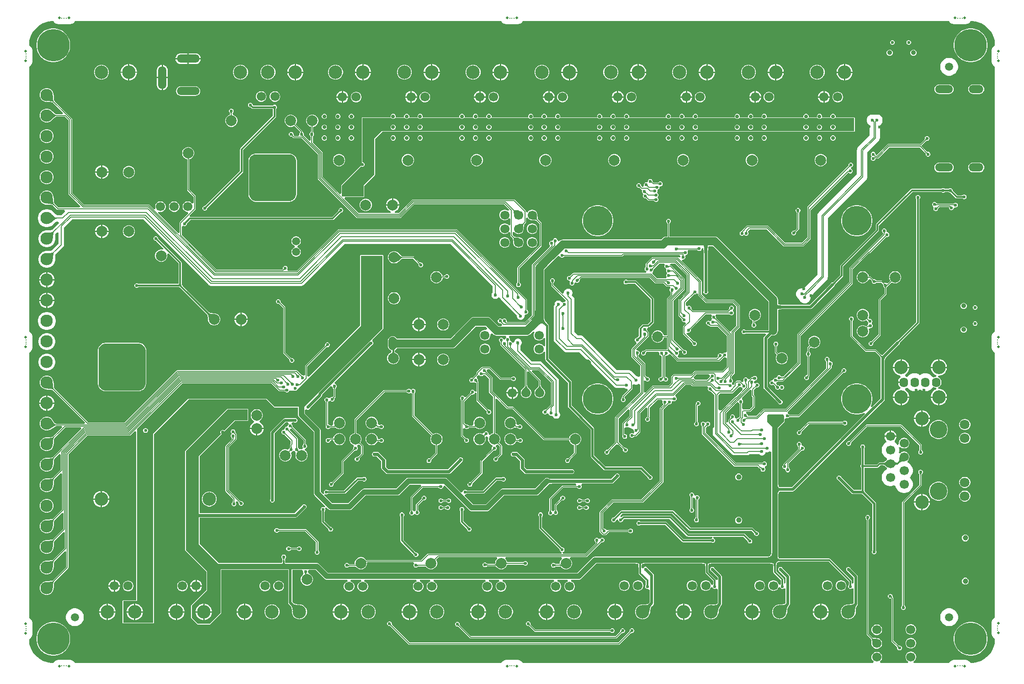
<source format=gbl>
G04*
G04 #@! TF.GenerationSoftware,Altium Limited,Altium Designer,22.1.2 (22)*
G04*
G04 Layer_Physical_Order=4*
G04 Layer_Color=16711680*
%FSLAX44Y44*%
%MOMM*%
G71*
G04*
G04 #@! TF.SameCoordinates,29E8C143-3DC4-495F-BF5F-5F13AAE0725B*
G04*
G04*
G04 #@! TF.FilePolarity,Positive*
G04*
G01*
G75*
%ADD10C,0.2000*%
%ADD12C,0.4000*%
%ADD13C,0.3000*%
%ADD15C,0.6000*%
%ADD119C,0.6000*%
%ADD121C,1.8000*%
%ADD131C,1.0000*%
%ADD135C,0.1270*%
%ADD137C,1.5000*%
%ADD138C,0.1600*%
%ADD139C,0.5000*%
%ADD140C,1.0000*%
%ADD141C,2.3000*%
%ADD142C,2.0000*%
%ADD143C,0.5000*%
%ADD144C,0.3000*%
%ADD145C,1.7000*%
%ADD146C,2.5000*%
%ADD147C,3.2500*%
%ADD148O,3.3000X1.5000*%
%ADD149O,2.7000X1.5000*%
%ADD150O,4.2000X1.5000*%
%ADD151O,1.5000X4.2000*%
%ADD152O,1.6000X1.8000*%
%ADD153C,0.9000*%
%ADD154C,5.5000*%
%ADD155C,6.0000*%
%ADD156C,0.7000*%
%ADD157C,1.5000*%
%ADD158C,0.5500*%
G36*
X50087Y1194902D02*
X50998Y1193325D01*
X53325Y1190997D01*
X56175Y1189352D01*
X59354Y1188500D01*
X62646D01*
X63566Y1188746D01*
X64486Y1188500D01*
X67514D01*
X68000Y1188630D01*
X68486Y1188500D01*
X71514D01*
X72000Y1188630D01*
X72486Y1188500D01*
X75514D01*
X76434Y1188746D01*
X77354Y1188500D01*
X80646D01*
X83825Y1189352D01*
X86675Y1190997D01*
X89003Y1193325D01*
X89913Y1194902D01*
X880087Y1194902D01*
X880997Y1193325D01*
X883325Y1190997D01*
X886175Y1189352D01*
X889354Y1188500D01*
X892646D01*
X893566Y1188746D01*
X894486Y1188500D01*
X897514D01*
X898000Y1188630D01*
X898486Y1188500D01*
X901514D01*
X902000Y1188630D01*
X902486Y1188500D01*
X905514D01*
X906434Y1188746D01*
X907354Y1188500D01*
X910646D01*
X913825Y1189352D01*
X916675Y1190997D01*
X919003Y1193325D01*
X919913Y1194902D01*
X1710087Y1194902D01*
X1710997Y1193325D01*
X1713325Y1190997D01*
X1716175Y1189352D01*
X1719354Y1188500D01*
X1722646D01*
X1723566Y1188746D01*
X1724486Y1188500D01*
X1727514D01*
X1728000Y1188630D01*
X1728486Y1188500D01*
X1731514D01*
X1732000Y1188630D01*
X1732486Y1188500D01*
X1735514D01*
X1736434Y1188746D01*
X1737354Y1188500D01*
X1740646D01*
X1743825Y1189352D01*
X1746675Y1190997D01*
X1749003Y1193325D01*
X1749913Y1194902D01*
X1752943Y1194902D01*
X1758779Y1194134D01*
X1764464Y1192610D01*
X1769902Y1190358D01*
X1775000Y1187415D01*
X1779669Y1183832D01*
X1783831Y1179670D01*
X1787415Y1175000D01*
X1790358Y1169902D01*
X1792610Y1164464D01*
X1794134Y1158779D01*
X1794902Y1152943D01*
X1794902Y1149913D01*
X1793325Y1149003D01*
X1790997Y1146675D01*
X1789352Y1143825D01*
X1788500Y1140646D01*
Y1137354D01*
X1788747Y1136434D01*
X1788500Y1135514D01*
Y1132486D01*
X1788630Y1132000D01*
X1788500Y1131514D01*
Y1128486D01*
X1788630Y1128000D01*
X1788500Y1127514D01*
Y1124486D01*
X1788747Y1123566D01*
X1788500Y1122646D01*
Y1119354D01*
X1789352Y1116175D01*
X1790997Y1113325D01*
X1793325Y1110997D01*
X1794902Y1110087D01*
X1794902Y619913D01*
X1793325Y619002D01*
X1790997Y616675D01*
X1789352Y613825D01*
X1788500Y610646D01*
Y607354D01*
X1788747Y606434D01*
X1788500Y605514D01*
Y602486D01*
X1788630Y602000D01*
X1788500Y601514D01*
Y598486D01*
X1788630Y598000D01*
X1788500Y597514D01*
Y594486D01*
X1788747Y593566D01*
X1788500Y592646D01*
Y589354D01*
X1789352Y586175D01*
X1790997Y583325D01*
X1793325Y580998D01*
X1794902Y580087D01*
X1794902Y89913D01*
X1793325Y89003D01*
X1790997Y86675D01*
X1789352Y83825D01*
X1788500Y80646D01*
Y77354D01*
X1788747Y76434D01*
X1788500Y75514D01*
Y72486D01*
X1788630Y72000D01*
X1788500Y71514D01*
Y68486D01*
X1788630Y68000D01*
X1788500Y67514D01*
Y64486D01*
X1788747Y63566D01*
X1788500Y62646D01*
Y59354D01*
X1789352Y56175D01*
X1790997Y53325D01*
X1793325Y50998D01*
X1794902Y50087D01*
X1794902Y47057D01*
X1794134Y41221D01*
X1792610Y35536D01*
X1790358Y30098D01*
X1787415Y25000D01*
X1783831Y20330D01*
X1779670Y16168D01*
X1775000Y12585D01*
X1769902Y9642D01*
X1764464Y7390D01*
X1758779Y5866D01*
X1752943Y5098D01*
X1749913D01*
X1749003Y6675D01*
X1746675Y9003D01*
X1743825Y10648D01*
X1740646Y11500D01*
X1737354D01*
X1736434Y11253D01*
X1735514Y11500D01*
X1732486D01*
X1732000Y11370D01*
X1731514Y11500D01*
X1728486D01*
X1728000Y11370D01*
X1727514Y11500D01*
X1724486D01*
X1723566Y11253D01*
X1722646Y11500D01*
X1719354D01*
X1716175Y10648D01*
X1713325Y9003D01*
X1710997Y6675D01*
X1710087Y5098D01*
X1644618D01*
X1643814Y8098D01*
X1644999Y8782D01*
X1646818Y10601D01*
X1648104Y12829D01*
X1648770Y15314D01*
Y17886D01*
X1648104Y20371D01*
X1646818Y22599D01*
X1644999Y24418D01*
X1642771Y25704D01*
X1640286Y26370D01*
X1637714D01*
X1635229Y25704D01*
X1633001Y24418D01*
X1631182Y22599D01*
X1629896Y20371D01*
X1629230Y17886D01*
Y15314D01*
X1629896Y12829D01*
X1631182Y10601D01*
X1633001Y8782D01*
X1634186Y8098D01*
X1633382Y5098D01*
X1582484D01*
X1581680Y8098D01*
X1581999Y8282D01*
X1583818Y10101D01*
X1585104Y12329D01*
X1585770Y14814D01*
Y17386D01*
X1585104Y19871D01*
X1583818Y22099D01*
X1581999Y23918D01*
X1579771Y25204D01*
X1577286Y25870D01*
X1574714D01*
X1572229Y25204D01*
X1570001Y23918D01*
X1568182Y22099D01*
X1566896Y19871D01*
X1566230Y17386D01*
Y14814D01*
X1566896Y12329D01*
X1568182Y10101D01*
X1570001Y8282D01*
X1570320Y8098D01*
X1569516Y5098D01*
X919913Y5098D01*
X919003Y6675D01*
X916675Y9003D01*
X913825Y10648D01*
X910646Y11500D01*
X907354D01*
X906434Y11253D01*
X905514Y11500D01*
X902486D01*
X902000Y11370D01*
X901514Y11500D01*
X898486D01*
X898000Y11370D01*
X897514Y11500D01*
X894486D01*
X893566Y11253D01*
X892646Y11500D01*
X889354D01*
X886175Y10648D01*
X883325Y9003D01*
X880997Y6675D01*
X880087Y5098D01*
X89913Y5098D01*
X89003Y6675D01*
X86675Y9003D01*
X83825Y10648D01*
X80646Y11500D01*
X77354D01*
X76434Y11253D01*
X75514Y11500D01*
X72486D01*
X72000Y11370D01*
X71514Y11500D01*
X68486D01*
X68000Y11370D01*
X67514Y11500D01*
X64486D01*
X63566Y11253D01*
X62646Y11500D01*
X59354D01*
X56175Y10648D01*
X53325Y9003D01*
X50998Y6675D01*
X50087Y5098D01*
X47057Y5098D01*
X41221Y5866D01*
X35536Y7390D01*
X30098Y9642D01*
X25000Y12585D01*
X20330Y16168D01*
X16168Y20330D01*
X12585Y25000D01*
X9642Y30098D01*
X7390Y35536D01*
X5866Y41221D01*
X5098Y47057D01*
Y49087D01*
X6675Y49998D01*
X9003Y52325D01*
X10648Y55175D01*
X11500Y58354D01*
Y61646D01*
X11253Y62566D01*
X11500Y63486D01*
Y66514D01*
X11370Y67000D01*
X11500Y67486D01*
Y70514D01*
X11370Y71000D01*
X11500Y71486D01*
Y74514D01*
X11253Y75434D01*
X11500Y76354D01*
Y79646D01*
X10648Y82825D01*
X9003Y85675D01*
X6675Y88003D01*
X5098Y88913D01*
Y580087D01*
X6675Y580998D01*
X9003Y583325D01*
X10648Y586175D01*
X11500Y589354D01*
Y592646D01*
X11253Y593566D01*
X11500Y594486D01*
Y597514D01*
X11370Y598000D01*
X11500Y598486D01*
Y601514D01*
X11370Y602000D01*
X11500Y602486D01*
Y605514D01*
X11253Y606434D01*
X11500Y607354D01*
Y610646D01*
X10648Y613825D01*
X9003Y616675D01*
X6675Y619002D01*
X5098Y619913D01*
Y1110087D01*
X6675Y1110997D01*
X9003Y1113325D01*
X10648Y1116175D01*
X11500Y1119354D01*
Y1122646D01*
X11253Y1123566D01*
X11500Y1124486D01*
Y1127514D01*
X11370Y1128000D01*
X11500Y1128486D01*
Y1131514D01*
X11370Y1132000D01*
X11500Y1132486D01*
Y1135514D01*
X11253Y1136434D01*
X11500Y1137354D01*
Y1140646D01*
X10648Y1143825D01*
X9003Y1146675D01*
X6675Y1149003D01*
X5098Y1149913D01*
X5098Y1152943D01*
X5866Y1158779D01*
X7390Y1164464D01*
X9642Y1169902D01*
X12585Y1175000D01*
X16168Y1179670D01*
X20330Y1183832D01*
X25000Y1187415D01*
X30098Y1190358D01*
X35536Y1192611D01*
X41221Y1194134D01*
X47057Y1194902D01*
X50000D01*
X50087D01*
D02*
G37*
%LPC*%
G36*
X1635849Y1159270D02*
X1634151D01*
X1632581Y1158620D01*
X1631380Y1157419D01*
X1630730Y1155849D01*
Y1154151D01*
X1631380Y1152581D01*
X1632581Y1151380D01*
X1634151Y1150730D01*
X1635849D01*
X1637419Y1151380D01*
X1638620Y1152581D01*
X1639270Y1154151D01*
Y1155849D01*
X1638620Y1157419D01*
X1637419Y1158620D01*
X1635849Y1159270D01*
D02*
G37*
G36*
X1605849D02*
X1604151D01*
X1602581Y1158620D01*
X1601380Y1157419D01*
X1600730Y1155849D01*
Y1154151D01*
X1601380Y1152581D01*
X1602581Y1151380D01*
X1604151Y1150730D01*
X1605849D01*
X1607419Y1151380D01*
X1608620Y1152581D01*
X1609270Y1154151D01*
Y1155849D01*
X1608620Y1157419D01*
X1607419Y1158620D01*
X1605849Y1159270D01*
D02*
G37*
G36*
X1645148Y1141770D02*
X1642852D01*
X1640732Y1140892D01*
X1639108Y1139268D01*
X1638230Y1137148D01*
Y1134852D01*
X1639108Y1132732D01*
X1640732Y1131108D01*
X1642852Y1130230D01*
X1645148D01*
X1647268Y1131108D01*
X1648891Y1132732D01*
X1649770Y1134852D01*
Y1137148D01*
X1648891Y1139268D01*
X1647268Y1140892D01*
X1645148Y1141770D01*
D02*
G37*
G36*
X1601148D02*
X1598852D01*
X1596732Y1140892D01*
X1595108Y1139268D01*
X1594230Y1137148D01*
Y1134852D01*
X1595108Y1132732D01*
X1596732Y1131108D01*
X1598852Y1130230D01*
X1601148D01*
X1603268Y1131108D01*
X1604892Y1132732D01*
X1605770Y1134852D01*
Y1137148D01*
X1604892Y1139268D01*
X1603268Y1140892D01*
X1601148Y1141770D01*
D02*
G37*
G36*
X313500Y1135086D02*
X301250D01*
Y1126250D01*
X323422D01*
X323243Y1127610D01*
X322235Y1130043D01*
X320632Y1132132D01*
X318543Y1133735D01*
X316110Y1134743D01*
X313500Y1135086D01*
D02*
G37*
G36*
X298750D02*
X286500D01*
X283890Y1134743D01*
X281457Y1133735D01*
X279368Y1132132D01*
X277765Y1130043D01*
X276757Y1127610D01*
X276578Y1126250D01*
X298750D01*
Y1135086D01*
D02*
G37*
G36*
X1752461Y1181270D02*
X1747539D01*
X1742678Y1180500D01*
X1737997Y1178979D01*
X1733611Y1176745D01*
X1729629Y1173851D01*
X1726149Y1170371D01*
X1723255Y1166389D01*
X1721021Y1162003D01*
X1719500Y1157322D01*
X1718730Y1152461D01*
Y1147539D01*
X1719500Y1142678D01*
X1721021Y1137997D01*
X1723255Y1133611D01*
X1726149Y1129629D01*
X1729629Y1126149D01*
X1733611Y1123255D01*
X1737997Y1121021D01*
X1742678Y1119500D01*
X1747539Y1118730D01*
X1752461D01*
X1757322Y1119500D01*
X1762003Y1121021D01*
X1766389Y1123255D01*
X1770371Y1126149D01*
X1773851Y1129629D01*
X1776745Y1133611D01*
X1778979Y1137997D01*
X1780500Y1142678D01*
X1781270Y1147539D01*
Y1152461D01*
X1780500Y1157322D01*
X1778979Y1162003D01*
X1776745Y1166389D01*
X1773851Y1170371D01*
X1770371Y1173851D01*
X1766389Y1176745D01*
X1762003Y1178979D01*
X1757322Y1180500D01*
X1752461Y1181270D01*
D02*
G37*
G36*
X52461D02*
X47539D01*
X42678Y1180500D01*
X37996Y1178979D01*
X33611Y1176745D01*
X29629Y1173851D01*
X26149Y1170371D01*
X23256Y1166389D01*
X21021Y1162003D01*
X19500Y1157322D01*
X18730Y1152461D01*
Y1147539D01*
X19500Y1142678D01*
X21021Y1137997D01*
X23256Y1133611D01*
X26149Y1129629D01*
X29629Y1126149D01*
X33611Y1123255D01*
X37996Y1121021D01*
X42678Y1119500D01*
X47539Y1118730D01*
X52461D01*
X57322Y1119500D01*
X62003Y1121021D01*
X66389Y1123255D01*
X70371Y1126149D01*
X73851Y1129629D01*
X76744Y1133611D01*
X78979Y1137997D01*
X80500Y1142678D01*
X81270Y1147539D01*
Y1152461D01*
X80500Y1157322D01*
X78979Y1162003D01*
X76744Y1166389D01*
X73851Y1170371D01*
X70371Y1173851D01*
X66389Y1176745D01*
X62003Y1178979D01*
X57322Y1180500D01*
X52461Y1181270D01*
D02*
G37*
G36*
X323422Y1123750D02*
X301250D01*
Y1114914D01*
X313500D01*
X316110Y1115257D01*
X318543Y1116265D01*
X320632Y1117868D01*
X322235Y1119957D01*
X323243Y1122390D01*
X323422Y1123750D01*
D02*
G37*
G36*
X298750D02*
X276578D01*
X276757Y1122390D01*
X277765Y1119957D01*
X279368Y1117868D01*
X281457Y1116265D01*
X283890Y1115257D01*
X286500Y1114914D01*
X298750D01*
Y1123750D01*
D02*
G37*
G36*
X191477Y1115000D02*
X191250D01*
Y1101250D01*
X205000D01*
Y1101477D01*
X204424Y1104375D01*
X203293Y1107105D01*
X201651Y1109562D01*
X199562Y1111651D01*
X197105Y1113293D01*
X194375Y1114424D01*
X191477Y1115000D01*
D02*
G37*
G36*
X188750D02*
X188523D01*
X185625Y1114424D01*
X182895Y1113293D01*
X180438Y1111651D01*
X178349Y1109562D01*
X176707Y1107105D01*
X175576Y1104375D01*
X175000Y1101477D01*
Y1101250D01*
X188750D01*
Y1115000D01*
D02*
G37*
G36*
X625297Y1114950D02*
X625070D01*
Y1101200D01*
X638820D01*
Y1101427D01*
X638243Y1104325D01*
X637113Y1107055D01*
X635471Y1109512D01*
X633382Y1111601D01*
X630925Y1113242D01*
X628195Y1114373D01*
X625297Y1114950D01*
D02*
G37*
G36*
X622570D02*
X622343D01*
X619445Y1114373D01*
X616715Y1113242D01*
X614258Y1111601D01*
X612169Y1109512D01*
X610527Y1107055D01*
X609396Y1104325D01*
X608820Y1101427D01*
Y1101200D01*
X622570D01*
Y1114950D01*
D02*
G37*
G36*
X1262747D02*
X1262520D01*
Y1101200D01*
X1276270D01*
Y1101427D01*
X1275694Y1104325D01*
X1274563Y1107055D01*
X1272921Y1109512D01*
X1270832Y1111601D01*
X1268375Y1113242D01*
X1265645Y1114373D01*
X1262747Y1114950D01*
D02*
G37*
G36*
X1260020D02*
X1259793D01*
X1256895Y1114373D01*
X1254165Y1113242D01*
X1251708Y1111601D01*
X1249619Y1109512D01*
X1247977Y1107055D01*
X1246846Y1104325D01*
X1246270Y1101427D01*
Y1101200D01*
X1260020D01*
Y1114950D01*
D02*
G37*
G36*
X880277D02*
X880050D01*
Y1101200D01*
X893800D01*
Y1101427D01*
X893223Y1104325D01*
X892093Y1107055D01*
X890451Y1109512D01*
X888362Y1111601D01*
X885905Y1113242D01*
X883175Y1114373D01*
X880277Y1114950D01*
D02*
G37*
G36*
X877550D02*
X877323D01*
X874425Y1114373D01*
X871695Y1113242D01*
X869238Y1111601D01*
X867149Y1109512D01*
X865507Y1107055D01*
X864376Y1104325D01*
X863800Y1101427D01*
Y1101200D01*
X877550D01*
Y1114950D01*
D02*
G37*
G36*
X1517727D02*
X1517500D01*
Y1101200D01*
X1531250D01*
Y1101427D01*
X1530674Y1104325D01*
X1529543Y1107055D01*
X1527901Y1109512D01*
X1525812Y1111601D01*
X1523355Y1113242D01*
X1520625Y1114373D01*
X1517727Y1114950D01*
D02*
G37*
G36*
X1515000D02*
X1514773D01*
X1511875Y1114373D01*
X1509145Y1113242D01*
X1506688Y1111601D01*
X1504599Y1109512D01*
X1502957Y1107055D01*
X1501826Y1104325D01*
X1501250Y1101427D01*
Y1101200D01*
X1515000D01*
Y1114950D01*
D02*
G37*
G36*
X1135257D02*
X1135030D01*
Y1101200D01*
X1148780D01*
Y1101427D01*
X1148204Y1104325D01*
X1147073Y1107055D01*
X1145431Y1109512D01*
X1143342Y1111601D01*
X1140885Y1113242D01*
X1138155Y1114373D01*
X1135257Y1114950D01*
D02*
G37*
G36*
X1132530D02*
X1132303D01*
X1129405Y1114373D01*
X1126675Y1113242D01*
X1124218Y1111601D01*
X1122129Y1109512D01*
X1120487Y1107055D01*
X1119356Y1104325D01*
X1118780Y1101427D01*
Y1101200D01*
X1132530D01*
Y1114950D01*
D02*
G37*
G36*
X752787D02*
X752560D01*
Y1101200D01*
X766310D01*
Y1101427D01*
X765733Y1104325D01*
X764603Y1107055D01*
X762961Y1109512D01*
X760872Y1111601D01*
X758415Y1113242D01*
X755685Y1114373D01*
X752787Y1114950D01*
D02*
G37*
G36*
X750060D02*
X749833D01*
X746935Y1114373D01*
X744205Y1113242D01*
X741748Y1111601D01*
X739659Y1109512D01*
X738017Y1107055D01*
X736886Y1104325D01*
X736310Y1101427D01*
Y1101200D01*
X750060D01*
Y1114950D01*
D02*
G37*
G36*
X1390237D02*
X1390010D01*
Y1101200D01*
X1403760D01*
Y1101427D01*
X1403183Y1104325D01*
X1402053Y1107055D01*
X1400411Y1109512D01*
X1398322Y1111601D01*
X1395865Y1113242D01*
X1393135Y1114373D01*
X1390237Y1114950D01*
D02*
G37*
G36*
X500078D02*
X499850D01*
Y1101200D01*
X513600D01*
Y1101427D01*
X513024Y1104325D01*
X511893Y1107055D01*
X510252Y1109512D01*
X508162Y1111601D01*
X505705Y1113242D01*
X502976Y1114373D01*
X500078Y1114950D01*
D02*
G37*
G36*
X1387510D02*
X1387283D01*
X1384385Y1114373D01*
X1381655Y1113242D01*
X1379198Y1111601D01*
X1377109Y1109512D01*
X1375467Y1107055D01*
X1374336Y1104325D01*
X1373760Y1101427D01*
Y1101200D01*
X1387510D01*
Y1114950D01*
D02*
G37*
G36*
X497350D02*
X497123D01*
X494225Y1114373D01*
X491495Y1113242D01*
X489038Y1111601D01*
X486949Y1109512D01*
X485308Y1107055D01*
X484177Y1104325D01*
X483600Y1101427D01*
Y1101200D01*
X497350D01*
Y1114950D01*
D02*
G37*
G36*
X1007767D02*
X1007540D01*
Y1101200D01*
X1021290D01*
Y1101427D01*
X1020714Y1104325D01*
X1019583Y1107055D01*
X1017941Y1109512D01*
X1015852Y1111601D01*
X1013395Y1113242D01*
X1010665Y1114373D01*
X1007767Y1114950D01*
D02*
G37*
G36*
X1005040D02*
X1004813D01*
X1001915Y1114373D01*
X999185Y1113242D01*
X996728Y1111601D01*
X994639Y1109512D01*
X992997Y1107055D01*
X991866Y1104325D01*
X991290Y1101427D01*
Y1101200D01*
X1005040D01*
Y1114950D01*
D02*
G37*
G36*
X1711625Y1126500D02*
X1708375D01*
X1705187Y1125866D01*
X1702184Y1124622D01*
X1699482Y1122816D01*
X1697184Y1120518D01*
X1695378Y1117816D01*
X1694134Y1114813D01*
X1693500Y1111625D01*
Y1108375D01*
X1694134Y1105187D01*
X1695378Y1102184D01*
X1697184Y1099482D01*
X1699482Y1097184D01*
X1702184Y1095378D01*
X1705187Y1094134D01*
X1708375Y1093500D01*
X1711625D01*
X1714813Y1094134D01*
X1717816Y1095378D01*
X1720518Y1097184D01*
X1722816Y1099482D01*
X1724622Y1102184D01*
X1725866Y1105187D01*
X1726500Y1108375D01*
Y1111625D01*
X1725866Y1114813D01*
X1724622Y1117816D01*
X1722816Y1120518D01*
X1720518Y1122816D01*
X1717816Y1124622D01*
X1714813Y1125866D01*
X1711625Y1126500D01*
D02*
G37*
G36*
X253250Y1113422D02*
Y1091250D01*
X262086D01*
Y1103500D01*
X261743Y1106111D01*
X260735Y1108543D01*
X259132Y1110632D01*
X257043Y1112235D01*
X254611Y1113243D01*
X253250Y1113422D01*
D02*
G37*
G36*
X250750Y1113422D02*
X249389Y1113243D01*
X246957Y1112235D01*
X244868Y1110632D01*
X243265Y1108543D01*
X242257Y1106111D01*
X241914Y1103500D01*
Y1091250D01*
X250750D01*
Y1113422D01*
D02*
G37*
G36*
X141013Y1113770D02*
X137387D01*
X133885Y1112832D01*
X130745Y1111019D01*
X128181Y1108455D01*
X126368Y1105315D01*
X125430Y1101813D01*
Y1098187D01*
X126368Y1094685D01*
X128181Y1091545D01*
X130745Y1088981D01*
X133885Y1087168D01*
X137387Y1086230D01*
X141013D01*
X144515Y1087168D01*
X147655Y1088981D01*
X150219Y1091545D01*
X152032Y1094685D01*
X152970Y1098187D01*
Y1101813D01*
X152032Y1105315D01*
X150219Y1108455D01*
X147655Y1111019D01*
X144515Y1112832D01*
X141013Y1113770D01*
D02*
G37*
G36*
X1467263Y1113720D02*
X1463637D01*
X1460135Y1112781D01*
X1456995Y1110968D01*
X1454431Y1108405D01*
X1452618Y1105265D01*
X1451680Y1101763D01*
Y1098137D01*
X1452618Y1094635D01*
X1454431Y1091495D01*
X1456995Y1088931D01*
X1460135Y1087118D01*
X1463637Y1086180D01*
X1467263D01*
X1470765Y1087118D01*
X1473905Y1088931D01*
X1476469Y1091495D01*
X1478282Y1094635D01*
X1479220Y1098137D01*
Y1101763D01*
X1478282Y1105265D01*
X1476469Y1108405D01*
X1473905Y1110968D01*
X1470765Y1112781D01*
X1467263Y1113720D01*
D02*
G37*
G36*
X1339773D02*
X1336147D01*
X1332645Y1112781D01*
X1329505Y1110968D01*
X1326941Y1108405D01*
X1325128Y1105265D01*
X1324190Y1101763D01*
Y1098137D01*
X1325128Y1094635D01*
X1326941Y1091495D01*
X1329505Y1088931D01*
X1332645Y1087118D01*
X1336147Y1086180D01*
X1339773D01*
X1343275Y1087118D01*
X1346415Y1088931D01*
X1348979Y1091495D01*
X1350791Y1094635D01*
X1351730Y1098137D01*
Y1101763D01*
X1350791Y1105265D01*
X1348979Y1108405D01*
X1346415Y1110968D01*
X1343275Y1112781D01*
X1339773Y1113720D01*
D02*
G37*
G36*
X1212283D02*
X1208657D01*
X1205155Y1112781D01*
X1202015Y1110968D01*
X1199451Y1108405D01*
X1197638Y1105265D01*
X1196700Y1101763D01*
Y1098137D01*
X1197638Y1094635D01*
X1199451Y1091495D01*
X1202015Y1088931D01*
X1205155Y1087118D01*
X1208657Y1086180D01*
X1212283D01*
X1215785Y1087118D01*
X1218925Y1088931D01*
X1221489Y1091495D01*
X1223301Y1094635D01*
X1224240Y1098137D01*
Y1101763D01*
X1223301Y1105265D01*
X1221489Y1108405D01*
X1218925Y1110968D01*
X1215785Y1112781D01*
X1212283Y1113720D01*
D02*
G37*
G36*
X1084793D02*
X1081167D01*
X1077665Y1112781D01*
X1074525Y1110968D01*
X1071961Y1108405D01*
X1070148Y1105265D01*
X1069210Y1101763D01*
Y1098137D01*
X1070148Y1094635D01*
X1071961Y1091495D01*
X1074525Y1088931D01*
X1077665Y1087118D01*
X1081167Y1086180D01*
X1084793D01*
X1088295Y1087118D01*
X1091435Y1088931D01*
X1093999Y1091495D01*
X1095811Y1094635D01*
X1096750Y1098137D01*
Y1101763D01*
X1095811Y1105265D01*
X1093999Y1108405D01*
X1091435Y1110968D01*
X1088295Y1112781D01*
X1084793Y1113720D01*
D02*
G37*
G36*
X957303D02*
X953677D01*
X950175Y1112781D01*
X947035Y1110968D01*
X944471Y1108405D01*
X942658Y1105265D01*
X941720Y1101763D01*
Y1098137D01*
X942658Y1094635D01*
X944471Y1091495D01*
X947035Y1088931D01*
X950175Y1087118D01*
X953677Y1086180D01*
X957303D01*
X960805Y1087118D01*
X963945Y1088931D01*
X966509Y1091495D01*
X968322Y1094635D01*
X969260Y1098137D01*
Y1101763D01*
X968322Y1105265D01*
X966509Y1108405D01*
X963945Y1110968D01*
X960805Y1112781D01*
X957303Y1113720D01*
D02*
G37*
G36*
X829813D02*
X826187D01*
X822685Y1112781D01*
X819545Y1110968D01*
X816981Y1108405D01*
X815168Y1105265D01*
X814230Y1101763D01*
Y1098137D01*
X815168Y1094635D01*
X816981Y1091495D01*
X819545Y1088931D01*
X822685Y1087118D01*
X826187Y1086180D01*
X829813D01*
X833315Y1087118D01*
X836455Y1088931D01*
X839019Y1091495D01*
X840832Y1094635D01*
X841770Y1098137D01*
Y1101763D01*
X840832Y1105265D01*
X839019Y1108405D01*
X836455Y1110968D01*
X833315Y1112781D01*
X829813Y1113720D01*
D02*
G37*
G36*
X702323D02*
X698697D01*
X695195Y1112781D01*
X692055Y1110968D01*
X689491Y1108405D01*
X687678Y1105265D01*
X686740Y1101763D01*
Y1098137D01*
X687678Y1094635D01*
X689491Y1091495D01*
X692055Y1088931D01*
X695195Y1087118D01*
X698697Y1086180D01*
X702323D01*
X705825Y1087118D01*
X708965Y1088931D01*
X711529Y1091495D01*
X713342Y1094635D01*
X714280Y1098137D01*
Y1101763D01*
X713342Y1105265D01*
X711529Y1108405D01*
X708965Y1110968D01*
X705825Y1112781D01*
X702323Y1113720D01*
D02*
G37*
G36*
X574833D02*
X571207D01*
X567705Y1112781D01*
X564565Y1110968D01*
X562001Y1108405D01*
X560188Y1105265D01*
X559250Y1101763D01*
Y1098137D01*
X560188Y1094635D01*
X562001Y1091495D01*
X564565Y1088931D01*
X567705Y1087118D01*
X571207Y1086180D01*
X574833D01*
X578335Y1087118D01*
X581475Y1088931D01*
X584039Y1091495D01*
X585852Y1094635D01*
X586790Y1098137D01*
Y1101763D01*
X585852Y1105265D01*
X584039Y1108405D01*
X581475Y1110968D01*
X578335Y1112781D01*
X574833Y1113720D01*
D02*
G37*
G36*
X449613D02*
X445987D01*
X442485Y1112781D01*
X439345Y1110968D01*
X436782Y1108405D01*
X434969Y1105265D01*
X434030Y1101763D01*
Y1098137D01*
X434969Y1094635D01*
X436782Y1091495D01*
X439345Y1088931D01*
X442485Y1087118D01*
X445987Y1086180D01*
X449613D01*
X453115Y1087118D01*
X456255Y1088931D01*
X458819Y1091495D01*
X460632Y1094635D01*
X461570Y1098137D01*
Y1101763D01*
X460632Y1105265D01*
X458819Y1108405D01*
X456255Y1110968D01*
X453115Y1112781D01*
X449613Y1113720D01*
D02*
G37*
G36*
X398813D02*
X395187D01*
X391685Y1112781D01*
X388545Y1110968D01*
X385981Y1108405D01*
X384169Y1105265D01*
X383230Y1101763D01*
Y1098137D01*
X384169Y1094635D01*
X385981Y1091495D01*
X388545Y1088931D01*
X391685Y1087118D01*
X395187Y1086180D01*
X398813D01*
X402315Y1087118D01*
X405455Y1088931D01*
X408019Y1091495D01*
X409832Y1094635D01*
X410770Y1098137D01*
Y1101763D01*
X409832Y1105265D01*
X408019Y1108405D01*
X405455Y1110968D01*
X402315Y1112781D01*
X398813Y1113720D01*
D02*
G37*
G36*
X205000Y1098750D02*
X191250D01*
Y1085000D01*
X191477D01*
X194375Y1085576D01*
X197105Y1086707D01*
X199562Y1088349D01*
X201651Y1090438D01*
X203293Y1092895D01*
X204424Y1095625D01*
X205000Y1098523D01*
Y1098750D01*
D02*
G37*
G36*
X188750D02*
X175000D01*
Y1098523D01*
X175576Y1095625D01*
X176707Y1092895D01*
X178349Y1090438D01*
X180438Y1088349D01*
X182895Y1086707D01*
X185625Y1085576D01*
X188523Y1085000D01*
X188750D01*
Y1098750D01*
D02*
G37*
G36*
X1531250Y1098700D02*
X1517500D01*
Y1084950D01*
X1517727D01*
X1520625Y1085526D01*
X1523355Y1086657D01*
X1525812Y1088298D01*
X1527901Y1090388D01*
X1529543Y1092845D01*
X1530674Y1095574D01*
X1531250Y1098472D01*
Y1098700D01*
D02*
G37*
G36*
X1515000D02*
X1501250D01*
Y1098472D01*
X1501826Y1095574D01*
X1502957Y1092845D01*
X1504599Y1090388D01*
X1506688Y1088298D01*
X1509145Y1086657D01*
X1511875Y1085526D01*
X1514773Y1084950D01*
X1515000D01*
Y1098700D01*
D02*
G37*
G36*
X1403760Y1098700D02*
X1390010D01*
Y1084950D01*
X1390237D01*
X1393135Y1085526D01*
X1395865Y1086657D01*
X1398322Y1088298D01*
X1400411Y1090388D01*
X1402053Y1092845D01*
X1403183Y1095574D01*
X1403760Y1098472D01*
Y1098700D01*
D02*
G37*
G36*
X1387510D02*
X1373760D01*
Y1098472D01*
X1374336Y1095574D01*
X1375467Y1092845D01*
X1377109Y1090388D01*
X1379198Y1088298D01*
X1381655Y1086657D01*
X1384385Y1085526D01*
X1387283Y1084950D01*
X1387510D01*
Y1098700D01*
D02*
G37*
G36*
X1276270Y1098700D02*
X1262520D01*
Y1084950D01*
X1262747D01*
X1265645Y1085526D01*
X1268375Y1086657D01*
X1270832Y1088298D01*
X1272921Y1090388D01*
X1274563Y1092845D01*
X1275694Y1095574D01*
X1276270Y1098472D01*
Y1098700D01*
D02*
G37*
G36*
X1260020D02*
X1246270D01*
Y1098472D01*
X1246846Y1095574D01*
X1247977Y1092845D01*
X1249619Y1090388D01*
X1251708Y1088298D01*
X1254165Y1086657D01*
X1256895Y1085526D01*
X1259793Y1084950D01*
X1260020D01*
Y1098700D01*
D02*
G37*
G36*
X1148780Y1098700D02*
X1135030D01*
Y1084950D01*
X1135257D01*
X1138155Y1085526D01*
X1140885Y1086657D01*
X1143342Y1088298D01*
X1145431Y1090388D01*
X1147073Y1092845D01*
X1148204Y1095574D01*
X1148780Y1098472D01*
Y1098700D01*
D02*
G37*
G36*
X1132530D02*
X1118780D01*
Y1098472D01*
X1119356Y1095574D01*
X1120487Y1092845D01*
X1122129Y1090388D01*
X1124218Y1088298D01*
X1126675Y1086657D01*
X1129405Y1085526D01*
X1132303Y1084950D01*
X1132530D01*
Y1098700D01*
D02*
G37*
G36*
X1021290Y1098700D02*
X1007540D01*
Y1084950D01*
X1007767D01*
X1010665Y1085526D01*
X1013395Y1086657D01*
X1015852Y1088298D01*
X1017941Y1090388D01*
X1019583Y1092845D01*
X1020714Y1095574D01*
X1021290Y1098472D01*
Y1098700D01*
D02*
G37*
G36*
X1005040D02*
X991290D01*
Y1098472D01*
X991866Y1095574D01*
X992997Y1092845D01*
X994639Y1090388D01*
X996728Y1088298D01*
X999185Y1086657D01*
X1001915Y1085526D01*
X1004813Y1084950D01*
X1005040D01*
Y1098700D01*
D02*
G37*
G36*
X893800Y1098700D02*
X880050D01*
Y1084950D01*
X880277D01*
X883175Y1085526D01*
X885905Y1086657D01*
X888362Y1088298D01*
X890451Y1090388D01*
X892093Y1092845D01*
X893223Y1095574D01*
X893800Y1098472D01*
Y1098700D01*
D02*
G37*
G36*
X877550D02*
X863800D01*
Y1098472D01*
X864376Y1095574D01*
X865507Y1092845D01*
X867149Y1090388D01*
X869238Y1088298D01*
X871695Y1086657D01*
X874425Y1085526D01*
X877323Y1084950D01*
X877550D01*
Y1098700D01*
D02*
G37*
G36*
X766310Y1098700D02*
X752560D01*
Y1084950D01*
X752787D01*
X755685Y1085526D01*
X758415Y1086657D01*
X760872Y1088298D01*
X762961Y1090388D01*
X764603Y1092845D01*
X765733Y1095574D01*
X766310Y1098472D01*
Y1098700D01*
D02*
G37*
G36*
X750060D02*
X736310D01*
Y1098472D01*
X736886Y1095574D01*
X738017Y1092845D01*
X739659Y1090388D01*
X741748Y1088298D01*
X744205Y1086657D01*
X746935Y1085526D01*
X749833Y1084950D01*
X750060D01*
Y1098700D01*
D02*
G37*
G36*
X638820Y1098700D02*
X625070D01*
Y1084950D01*
X625297D01*
X628195Y1085526D01*
X630925Y1086657D01*
X633382Y1088298D01*
X635471Y1090388D01*
X637113Y1092845D01*
X638243Y1095574D01*
X638820Y1098472D01*
Y1098700D01*
D02*
G37*
G36*
X622570D02*
X608820D01*
Y1098472D01*
X609396Y1095574D01*
X610527Y1092845D01*
X612169Y1090388D01*
X614258Y1088298D01*
X616715Y1086657D01*
X619445Y1085526D01*
X622343Y1084950D01*
X622570D01*
Y1098700D01*
D02*
G37*
G36*
X513600Y1098700D02*
X499850D01*
Y1084950D01*
X500078D01*
X502976Y1085526D01*
X505705Y1086657D01*
X508162Y1088298D01*
X510252Y1090388D01*
X511893Y1092845D01*
X513024Y1095574D01*
X513600Y1098472D01*
Y1098700D01*
D02*
G37*
G36*
X497350D02*
X483600D01*
Y1098472D01*
X484177Y1095574D01*
X485308Y1092845D01*
X486949Y1090388D01*
X489038Y1088298D01*
X491495Y1086657D01*
X494225Y1085526D01*
X497123Y1084950D01*
X497350D01*
Y1098700D01*
D02*
G37*
G36*
X262086Y1088750D02*
X253250D01*
Y1066578D01*
X254611Y1066757D01*
X257043Y1067765D01*
X259132Y1069368D01*
X260735Y1071457D01*
X261743Y1073889D01*
X262086Y1076500D01*
Y1088750D01*
D02*
G37*
G36*
X250750D02*
X241914D01*
Y1076500D01*
X242257Y1073889D01*
X243265Y1071457D01*
X244868Y1069368D01*
X246957Y1067765D01*
X249389Y1066757D01*
X250750Y1066578D01*
Y1088750D01*
D02*
G37*
G36*
X1766100Y1077346D02*
X1754100D01*
X1751811Y1077044D01*
X1749677Y1076161D01*
X1747845Y1074755D01*
X1746439Y1072923D01*
X1745556Y1070789D01*
X1745254Y1068500D01*
X1745556Y1066211D01*
X1746439Y1064077D01*
X1747845Y1062245D01*
X1749677Y1060839D01*
X1751811Y1059956D01*
X1754100Y1059654D01*
X1766100D01*
X1768389Y1059956D01*
X1770523Y1060839D01*
X1772355Y1062245D01*
X1773761Y1064077D01*
X1774644Y1066211D01*
X1774946Y1068500D01*
X1774644Y1070789D01*
X1773761Y1072923D01*
X1772355Y1074755D01*
X1770523Y1076161D01*
X1768389Y1077044D01*
X1766100Y1077346D01*
D02*
G37*
G36*
X1709600D02*
X1691600D01*
X1689311Y1077044D01*
X1687177Y1076161D01*
X1685345Y1074755D01*
X1683939Y1072923D01*
X1683056Y1070789D01*
X1682754Y1068500D01*
X1683056Y1066211D01*
X1683939Y1064077D01*
X1685345Y1062245D01*
X1687177Y1060839D01*
X1689311Y1059956D01*
X1691600Y1059654D01*
X1709600D01*
X1711889Y1059956D01*
X1714023Y1060839D01*
X1715855Y1062245D01*
X1717261Y1064077D01*
X1718144Y1066211D01*
X1718446Y1068500D01*
X1718144Y1070789D01*
X1717261Y1072923D01*
X1715855Y1074755D01*
X1714023Y1076161D01*
X1711889Y1077044D01*
X1709600Y1077346D01*
D02*
G37*
G36*
X313500Y1073846D02*
X286500D01*
X284211Y1073544D01*
X282077Y1072661D01*
X280245Y1071255D01*
X278839Y1069423D01*
X277956Y1067289D01*
X277654Y1065000D01*
X277956Y1062711D01*
X278839Y1060577D01*
X280245Y1058745D01*
X282077Y1057339D01*
X284211Y1056456D01*
X286500Y1056154D01*
X313500D01*
X315789Y1056456D01*
X317923Y1057339D01*
X319755Y1058745D01*
X321161Y1060577D01*
X322044Y1062711D01*
X322346Y1065000D01*
X322044Y1067289D01*
X321161Y1069423D01*
X319755Y1071255D01*
X317923Y1072661D01*
X315789Y1073544D01*
X313500Y1073846D01*
D02*
G37*
G36*
X587168Y1065000D02*
X586970D01*
Y1055250D01*
X596720D01*
Y1055448D01*
X595970Y1058246D01*
X594522Y1060754D01*
X592474Y1062802D01*
X589966Y1064250D01*
X587168Y1065000D01*
D02*
G37*
G36*
X584470D02*
X584272D01*
X581474Y1064250D01*
X578966Y1062802D01*
X576918Y1060754D01*
X575470Y1058246D01*
X574720Y1055448D01*
Y1055250D01*
X584470D01*
Y1065000D01*
D02*
G37*
G36*
X1224618D02*
X1224420D01*
Y1055250D01*
X1234170D01*
Y1055448D01*
X1233420Y1058246D01*
X1231972Y1060754D01*
X1229924Y1062802D01*
X1227416Y1064250D01*
X1224618Y1065000D01*
D02*
G37*
G36*
X1221920D02*
X1221722D01*
X1218924Y1064250D01*
X1216416Y1062802D01*
X1214368Y1060754D01*
X1212920Y1058246D01*
X1212170Y1055448D01*
Y1055250D01*
X1221920D01*
Y1065000D01*
D02*
G37*
G36*
X842148D02*
X841950D01*
Y1055250D01*
X851700D01*
Y1055448D01*
X850950Y1058246D01*
X849502Y1060754D01*
X847454Y1062802D01*
X844946Y1064250D01*
X842148Y1065000D01*
D02*
G37*
G36*
X839450D02*
X839252D01*
X836454Y1064250D01*
X833946Y1062802D01*
X831898Y1060754D01*
X830450Y1058246D01*
X829700Y1055448D01*
Y1055250D01*
X839450D01*
Y1065000D01*
D02*
G37*
G36*
X1479598D02*
X1479400D01*
Y1055250D01*
X1489150D01*
Y1055448D01*
X1488400Y1058246D01*
X1486952Y1060754D01*
X1484904Y1062802D01*
X1482396Y1064250D01*
X1479598Y1065000D01*
D02*
G37*
G36*
X1476900D02*
X1476702D01*
X1473904Y1064250D01*
X1471396Y1062802D01*
X1469348Y1060754D01*
X1467900Y1058246D01*
X1467150Y1055448D01*
Y1055250D01*
X1476900D01*
Y1065000D01*
D02*
G37*
G36*
X1097128D02*
X1096930D01*
Y1055250D01*
X1106680D01*
Y1055448D01*
X1105930Y1058246D01*
X1104482Y1060754D01*
X1102434Y1062802D01*
X1099926Y1064250D01*
X1097128Y1065000D01*
D02*
G37*
G36*
X1094430D02*
X1094232D01*
X1091434Y1064250D01*
X1088926Y1062802D01*
X1086878Y1060754D01*
X1085430Y1058246D01*
X1084680Y1055448D01*
Y1055250D01*
X1094430D01*
Y1065000D01*
D02*
G37*
G36*
X714658D02*
X714460D01*
Y1055250D01*
X724210D01*
Y1055448D01*
X723460Y1058246D01*
X722012Y1060754D01*
X719964Y1062802D01*
X717456Y1064250D01*
X714658Y1065000D01*
D02*
G37*
G36*
X711960D02*
X711762D01*
X708964Y1064250D01*
X706456Y1062802D01*
X704408Y1060754D01*
X702960Y1058246D01*
X702210Y1055448D01*
Y1055250D01*
X711960D01*
Y1065000D01*
D02*
G37*
G36*
X1352108D02*
X1351910D01*
Y1055250D01*
X1361660D01*
Y1055448D01*
X1360910Y1058246D01*
X1359462Y1060754D01*
X1357414Y1062802D01*
X1354906Y1064250D01*
X1352108Y1065000D01*
D02*
G37*
G36*
X1349410D02*
X1349212D01*
X1346414Y1064250D01*
X1343906Y1062802D01*
X1341858Y1060754D01*
X1340410Y1058246D01*
X1339660Y1055448D01*
Y1055250D01*
X1349410D01*
Y1065000D01*
D02*
G37*
G36*
X969638D02*
X969440D01*
Y1055250D01*
X979190D01*
Y1055448D01*
X978440Y1058246D01*
X976992Y1060754D01*
X974944Y1062802D01*
X972436Y1064250D01*
X969638Y1065000D01*
D02*
G37*
G36*
X966940D02*
X966742D01*
X963944Y1064250D01*
X961436Y1062802D01*
X959388Y1060754D01*
X957940Y1058246D01*
X957190Y1055448D01*
Y1055250D01*
X966940D01*
Y1065000D01*
D02*
G37*
G36*
X461986Y1064770D02*
X459414D01*
X456929Y1064104D01*
X454701Y1062818D01*
X452882Y1060999D01*
X451596Y1058771D01*
X450930Y1056286D01*
Y1053714D01*
X451596Y1051229D01*
X452882Y1049001D01*
X454701Y1047182D01*
X456929Y1045896D01*
X459414Y1045230D01*
X461986D01*
X464471Y1045896D01*
X466699Y1047182D01*
X468518Y1049001D01*
X469804Y1051229D01*
X470470Y1053714D01*
Y1056286D01*
X469804Y1058771D01*
X468518Y1060999D01*
X466699Y1062818D01*
X464471Y1064104D01*
X461986Y1064770D01*
D02*
G37*
G36*
X436586D02*
X434014D01*
X431529Y1064104D01*
X429301Y1062818D01*
X427482Y1060999D01*
X426196Y1058771D01*
X425530Y1056286D01*
Y1053714D01*
X426196Y1051229D01*
X427482Y1049001D01*
X429301Y1047182D01*
X431529Y1045896D01*
X434014Y1045230D01*
X436586D01*
X439071Y1045896D01*
X441299Y1047182D01*
X443118Y1049001D01*
X444404Y1051229D01*
X445070Y1053714D01*
Y1056286D01*
X444404Y1058771D01*
X443118Y1060999D01*
X441299Y1062818D01*
X439071Y1064104D01*
X436586Y1064770D01*
D02*
G37*
G36*
X1504836Y1063770D02*
X1502264D01*
X1499779Y1063104D01*
X1497551Y1061818D01*
X1495732Y1059999D01*
X1494446Y1057771D01*
X1493780Y1055286D01*
Y1052714D01*
X1494446Y1050229D01*
X1495732Y1048001D01*
X1497551Y1046182D01*
X1499779Y1044896D01*
X1502264Y1044230D01*
X1504836D01*
X1507321Y1044896D01*
X1509549Y1046182D01*
X1511368Y1048001D01*
X1512654Y1050229D01*
X1513320Y1052714D01*
Y1055286D01*
X1512654Y1057771D01*
X1511368Y1059999D01*
X1509549Y1061818D01*
X1507321Y1063104D01*
X1504836Y1063770D01*
D02*
G37*
G36*
X1377346D02*
X1374774D01*
X1372289Y1063104D01*
X1370061Y1061818D01*
X1368242Y1059999D01*
X1366956Y1057771D01*
X1366290Y1055286D01*
Y1052714D01*
X1366956Y1050229D01*
X1368242Y1048001D01*
X1370061Y1046182D01*
X1372289Y1044896D01*
X1374774Y1044230D01*
X1377346D01*
X1379831Y1044896D01*
X1382059Y1046182D01*
X1383878Y1048001D01*
X1385164Y1050229D01*
X1385830Y1052714D01*
Y1055286D01*
X1385164Y1057771D01*
X1383878Y1059999D01*
X1382059Y1061818D01*
X1379831Y1063104D01*
X1377346Y1063770D01*
D02*
G37*
G36*
X1249856D02*
X1247284D01*
X1244799Y1063104D01*
X1242571Y1061818D01*
X1240752Y1059999D01*
X1239466Y1057771D01*
X1238800Y1055286D01*
Y1052714D01*
X1239466Y1050229D01*
X1240752Y1048001D01*
X1242571Y1046182D01*
X1244799Y1044896D01*
X1247284Y1044230D01*
X1249856D01*
X1252341Y1044896D01*
X1254569Y1046182D01*
X1256388Y1048001D01*
X1257674Y1050229D01*
X1258340Y1052714D01*
Y1055286D01*
X1257674Y1057771D01*
X1256388Y1059999D01*
X1254569Y1061818D01*
X1252341Y1063104D01*
X1249856Y1063770D01*
D02*
G37*
G36*
X1122366D02*
X1119794D01*
X1117309Y1063104D01*
X1115081Y1061818D01*
X1113262Y1059999D01*
X1111976Y1057771D01*
X1111310Y1055286D01*
Y1052714D01*
X1111976Y1050229D01*
X1113262Y1048001D01*
X1115081Y1046182D01*
X1117309Y1044896D01*
X1119794Y1044230D01*
X1122366D01*
X1124851Y1044896D01*
X1127079Y1046182D01*
X1128898Y1048001D01*
X1130184Y1050229D01*
X1130850Y1052714D01*
Y1055286D01*
X1130184Y1057771D01*
X1128898Y1059999D01*
X1127079Y1061818D01*
X1124851Y1063104D01*
X1122366Y1063770D01*
D02*
G37*
G36*
X994876D02*
X992304D01*
X989819Y1063104D01*
X987591Y1061818D01*
X985772Y1059999D01*
X984486Y1057771D01*
X983820Y1055286D01*
Y1052714D01*
X984486Y1050229D01*
X985772Y1048001D01*
X987591Y1046182D01*
X989819Y1044896D01*
X992304Y1044230D01*
X994876D01*
X997361Y1044896D01*
X999589Y1046182D01*
X1001408Y1048001D01*
X1002694Y1050229D01*
X1003360Y1052714D01*
Y1055286D01*
X1002694Y1057771D01*
X1001408Y1059999D01*
X999589Y1061818D01*
X997361Y1063104D01*
X994876Y1063770D01*
D02*
G37*
G36*
X867386D02*
X864814D01*
X862329Y1063104D01*
X860101Y1061818D01*
X858282Y1059999D01*
X856996Y1057771D01*
X856330Y1055286D01*
Y1052714D01*
X856996Y1050229D01*
X858282Y1048001D01*
X860101Y1046182D01*
X862329Y1044896D01*
X864814Y1044230D01*
X867386D01*
X869871Y1044896D01*
X872099Y1046182D01*
X873918Y1048001D01*
X875204Y1050229D01*
X875870Y1052714D01*
Y1055286D01*
X875204Y1057771D01*
X873918Y1059999D01*
X872099Y1061818D01*
X869871Y1063104D01*
X867386Y1063770D01*
D02*
G37*
G36*
X739896D02*
X737324D01*
X734839Y1063104D01*
X732611Y1061818D01*
X730792Y1059999D01*
X729506Y1057771D01*
X728840Y1055286D01*
Y1052714D01*
X729506Y1050229D01*
X730792Y1048001D01*
X732611Y1046182D01*
X734839Y1044896D01*
X737324Y1044230D01*
X739896D01*
X742381Y1044896D01*
X744609Y1046182D01*
X746428Y1048001D01*
X747714Y1050229D01*
X748380Y1052714D01*
Y1055286D01*
X747714Y1057771D01*
X746428Y1059999D01*
X744609Y1061818D01*
X742381Y1063104D01*
X739896Y1063770D01*
D02*
G37*
G36*
X612406D02*
X609834D01*
X607349Y1063104D01*
X605121Y1061818D01*
X603302Y1059999D01*
X602016Y1057771D01*
X601350Y1055286D01*
Y1052714D01*
X602016Y1050229D01*
X603302Y1048001D01*
X605121Y1046182D01*
X607349Y1044896D01*
X609834Y1044230D01*
X612406D01*
X614891Y1044896D01*
X617119Y1046182D01*
X618938Y1048001D01*
X620224Y1050229D01*
X620890Y1052714D01*
Y1055286D01*
X620224Y1057771D01*
X618938Y1059999D01*
X617119Y1061818D01*
X614891Y1063104D01*
X612406Y1063770D01*
D02*
G37*
G36*
X1489150Y1052750D02*
X1479400D01*
Y1043000D01*
X1479598D01*
X1482396Y1043750D01*
X1484904Y1045198D01*
X1486952Y1047246D01*
X1488400Y1049754D01*
X1489150Y1052552D01*
Y1052750D01*
D02*
G37*
G36*
X1476900D02*
X1467150D01*
Y1052552D01*
X1467900Y1049754D01*
X1469348Y1047246D01*
X1471396Y1045198D01*
X1473904Y1043750D01*
X1476702Y1043000D01*
X1476900D01*
Y1052750D01*
D02*
G37*
G36*
X1361660Y1052750D02*
X1351910D01*
Y1043000D01*
X1352108D01*
X1354906Y1043750D01*
X1357414Y1045198D01*
X1359462Y1047246D01*
X1360910Y1049754D01*
X1361660Y1052552D01*
Y1052750D01*
D02*
G37*
G36*
X1349410D02*
X1339660D01*
Y1052552D01*
X1340410Y1049754D01*
X1341858Y1047246D01*
X1343906Y1045198D01*
X1346414Y1043750D01*
X1349212Y1043000D01*
X1349410D01*
Y1052750D01*
D02*
G37*
G36*
X1234170Y1052750D02*
X1224420D01*
Y1043000D01*
X1224618D01*
X1227416Y1043750D01*
X1229924Y1045198D01*
X1231972Y1047246D01*
X1233420Y1049754D01*
X1234170Y1052552D01*
Y1052750D01*
D02*
G37*
G36*
X1221920D02*
X1212170D01*
Y1052552D01*
X1212920Y1049754D01*
X1214368Y1047246D01*
X1216416Y1045198D01*
X1218924Y1043750D01*
X1221722Y1043000D01*
X1221920D01*
Y1052750D01*
D02*
G37*
G36*
X1106680Y1052750D02*
X1096930D01*
Y1043000D01*
X1097128D01*
X1099926Y1043750D01*
X1102434Y1045198D01*
X1104482Y1047246D01*
X1105930Y1049754D01*
X1106680Y1052552D01*
Y1052750D01*
D02*
G37*
G36*
X1094430D02*
X1084680D01*
Y1052552D01*
X1085430Y1049754D01*
X1086878Y1047246D01*
X1088926Y1045198D01*
X1091434Y1043750D01*
X1094232Y1043000D01*
X1094430D01*
Y1052750D01*
D02*
G37*
G36*
X979190Y1052750D02*
X969440D01*
Y1043000D01*
X969638D01*
X972436Y1043750D01*
X974944Y1045198D01*
X976992Y1047246D01*
X978440Y1049754D01*
X979190Y1052552D01*
Y1052750D01*
D02*
G37*
G36*
X966940D02*
X957190D01*
Y1052552D01*
X957940Y1049754D01*
X959388Y1047246D01*
X961436Y1045198D01*
X963944Y1043750D01*
X966742Y1043000D01*
X966940D01*
Y1052750D01*
D02*
G37*
G36*
X851700Y1052750D02*
X841950D01*
Y1043000D01*
X842148D01*
X844946Y1043750D01*
X847454Y1045198D01*
X849502Y1047246D01*
X850950Y1049754D01*
X851700Y1052552D01*
Y1052750D01*
D02*
G37*
G36*
X839450D02*
X829700D01*
Y1052552D01*
X830450Y1049754D01*
X831898Y1047246D01*
X833946Y1045198D01*
X836454Y1043750D01*
X839252Y1043000D01*
X839450D01*
Y1052750D01*
D02*
G37*
G36*
X724210Y1052750D02*
X714460D01*
Y1043000D01*
X714658D01*
X717456Y1043750D01*
X719964Y1045198D01*
X722012Y1047246D01*
X723460Y1049754D01*
X724210Y1052552D01*
Y1052750D01*
D02*
G37*
G36*
X711960D02*
X702210D01*
Y1052552D01*
X702960Y1049754D01*
X704408Y1047246D01*
X706456Y1045198D01*
X708964Y1043750D01*
X711762Y1043000D01*
X711960D01*
Y1052750D01*
D02*
G37*
G36*
X596720Y1052750D02*
X586970D01*
Y1043000D01*
X587168D01*
X589966Y1043750D01*
X592474Y1045198D01*
X594522Y1047246D01*
X595970Y1049754D01*
X596720Y1052552D01*
Y1052750D01*
D02*
G37*
G36*
X584470D02*
X574720D01*
Y1052552D01*
X575470Y1049754D01*
X576918Y1047246D01*
X578966Y1045198D01*
X581474Y1043750D01*
X584272Y1043000D01*
X584470D01*
Y1052750D01*
D02*
G37*
G36*
X39681Y1070770D02*
X36319D01*
X33071Y1069900D01*
X30159Y1068219D01*
X27782Y1065841D01*
X26100Y1062929D01*
X25230Y1059681D01*
Y1056319D01*
X26100Y1053071D01*
X27782Y1050159D01*
X30159Y1047782D01*
X33071Y1046100D01*
X36319Y1045230D01*
X37856D01*
X38099Y1045126D01*
X41879Y1045082D01*
X44952Y1044870D01*
X46199Y1044707D01*
X47275Y1044507D01*
X48158Y1044276D01*
X48838Y1044027D01*
X49305Y1043783D01*
X49699Y1043473D01*
X49812Y1043441D01*
X68471Y1024782D01*
X67323Y1022011D01*
X56625D01*
X56524Y1022066D01*
X55995Y1022125D01*
X55466Y1022282D01*
X54796Y1022581D01*
X54003Y1023031D01*
X53103Y1023633D01*
X52123Y1024373D01*
X48537Y1027573D01*
X47185Y1028922D01*
X47185Y1028922D01*
X47185Y1028922D01*
X47183Y1028923D01*
X46933Y1029027D01*
X45841Y1030119D01*
X42929Y1031800D01*
X39681Y1032670D01*
X36319D01*
X33071Y1031800D01*
X30159Y1030119D01*
X27782Y1027741D01*
X26100Y1024829D01*
X25230Y1021581D01*
Y1018219D01*
X26100Y1014971D01*
X27782Y1012059D01*
X30159Y1009681D01*
X33071Y1008000D01*
X36319Y1007130D01*
X39681D01*
X42929Y1008000D01*
X45841Y1009681D01*
X46927Y1010768D01*
X47172Y1010865D01*
X49822Y1013446D01*
X52113Y1015419D01*
X53102Y1016167D01*
X54003Y1016769D01*
X54796Y1017219D01*
X55466Y1017518D01*
X55995Y1017675D01*
X56524Y1017734D01*
X56625Y1017790D01*
X71400D01*
X78184Y1011005D01*
Y874705D01*
X78184Y874705D01*
X78345Y873897D01*
X78803Y873213D01*
X100063Y851952D01*
X98915Y849181D01*
X59404D01*
X52662Y855922D01*
X52630Y856033D01*
X52298Y856449D01*
X52035Y856934D01*
X51772Y857619D01*
X51530Y858497D01*
X51319Y859561D01*
X51149Y860777D01*
X50876Y865575D01*
X50874Y867485D01*
X50874Y867485D01*
X50874Y867485D01*
Y867487D01*
X50770Y867737D01*
Y869281D01*
X49900Y872529D01*
X48218Y875441D01*
X45841Y877819D01*
X42929Y879500D01*
X39681Y880370D01*
X36319D01*
X33071Y879500D01*
X30159Y877819D01*
X27782Y875441D01*
X26100Y872529D01*
X25230Y869281D01*
Y865919D01*
X26100Y862671D01*
X27782Y859759D01*
X30159Y857382D01*
X33071Y855700D01*
X36319Y854830D01*
X37855D01*
X38097Y854726D01*
X41796Y854677D01*
X44811Y854453D01*
X46039Y854281D01*
X47103Y854070D01*
X47981Y853828D01*
X48666Y853565D01*
X49151Y853302D01*
X49567Y852970D01*
X49678Y852938D01*
X57038Y845578D01*
X57722Y845120D01*
X58530Y844959D01*
X58530Y844959D01*
X70354D01*
X71596Y841959D01*
X65051Y835414D01*
X56689D01*
X56477Y835508D01*
X55960Y835801D01*
X55261Y836269D01*
X54488Y836853D01*
X51094Y839882D01*
X49813Y841159D01*
X49400Y841434D01*
X48518Y842316D01*
X45816Y844122D01*
X42813Y845366D01*
X39625Y846000D01*
X36375D01*
X33187Y845366D01*
X30184Y844122D01*
X27482Y842316D01*
X25184Y840018D01*
X23378Y837316D01*
X22134Y834313D01*
X21500Y831125D01*
Y827875D01*
X22134Y824687D01*
X23378Y821684D01*
X25184Y818982D01*
X27482Y816684D01*
X30184Y814878D01*
X33187Y813634D01*
X36375Y813000D01*
X39625D01*
X42813Y813634D01*
X45816Y814878D01*
X48518Y816684D01*
X49379Y817544D01*
X49769Y817798D01*
X52338Y820299D01*
X54452Y822121D01*
X55261Y822731D01*
X55960Y823199D01*
X56477Y823492D01*
X56574Y823535D01*
X59262Y823305D01*
X60331Y820653D01*
X47625Y807946D01*
X47533Y807896D01*
X47135Y807744D01*
X46479Y807563D01*
X45589Y807386D01*
X44559Y807242D01*
X39947Y806980D01*
X38115Y806978D01*
X38115Y806978D01*
X38115Y806978D01*
X38110D01*
X37722Y806900D01*
X36473D01*
X33479Y806304D01*
X30658Y805136D01*
X28119Y803440D01*
X25960Y801281D01*
X24264Y798742D01*
X23096Y795921D01*
X22500Y792927D01*
Y789873D01*
X23096Y786879D01*
X24264Y784058D01*
X25960Y781519D01*
X28119Y779360D01*
X30658Y777664D01*
X33479Y776496D01*
X36473Y775900D01*
X39527D01*
X42521Y776496D01*
X45342Y777664D01*
X47881Y779360D01*
X50040Y781519D01*
X51736Y784058D01*
X52904Y786879D01*
X53500Y789873D01*
Y791097D01*
X53577Y791461D01*
X53626Y795077D01*
X53837Y797924D01*
X53986Y798989D01*
X54163Y799879D01*
X54344Y800535D01*
X54496Y800933D01*
X54546Y801025D01*
X57334Y803813D01*
X60106Y802665D01*
Y782327D01*
X47625Y769846D01*
X47533Y769796D01*
X47135Y769644D01*
X46479Y769463D01*
X45589Y769286D01*
X44559Y769142D01*
X39947Y768880D01*
X38115Y768878D01*
X38115Y768878D01*
X38115Y768878D01*
X38110D01*
X37722Y768800D01*
X36473D01*
X33479Y768204D01*
X30658Y767036D01*
X28119Y765340D01*
X25960Y763181D01*
X24264Y760642D01*
X23096Y757821D01*
X22500Y754827D01*
Y751773D01*
X23096Y748779D01*
X24264Y745958D01*
X25960Y743419D01*
X28119Y741260D01*
X30658Y739564D01*
X33479Y738396D01*
X36473Y737800D01*
X39527D01*
X42521Y738396D01*
X45342Y739564D01*
X47881Y741260D01*
X50040Y743419D01*
X51736Y745958D01*
X52904Y748779D01*
X53500Y751773D01*
Y752997D01*
X53577Y753361D01*
X53626Y756977D01*
X53837Y759824D01*
X53986Y760889D01*
X54163Y761779D01*
X54344Y762435D01*
X54496Y762833D01*
X54546Y762925D01*
X68461Y776839D01*
X69521Y778427D01*
X69894Y780300D01*
Y812314D01*
X84686Y827106D01*
X216973D01*
X338539Y705539D01*
X340127Y704479D01*
X342000Y704106D01*
X510000D01*
X511873Y704479D01*
X513461Y705539D01*
X589382Y781461D01*
X786421D01*
X864106Y703776D01*
Y692120D01*
X863971Y691981D01*
X863771Y691671D01*
X863399Y691298D01*
X862477Y689702D01*
X862000Y687922D01*
Y686078D01*
X862477Y684298D01*
X863399Y682702D01*
X864702Y681399D01*
X866298Y680477D01*
X868078Y680000D01*
X869922D01*
X871702Y680477D01*
X873298Y681399D01*
X874601Y682702D01*
X874646Y682779D01*
X876781Y682552D01*
X877718Y682100D01*
X878019Y680587D01*
X879080Y678999D01*
X909014Y649064D01*
X908998Y649004D01*
Y647161D01*
X909475Y645381D01*
X910397Y643784D01*
X911700Y642481D01*
X913296Y641560D01*
X915077Y641083D01*
X916920D01*
X918700Y641560D01*
X920296Y642481D01*
X921600Y643784D01*
X922521Y645381D01*
X922998Y647161D01*
Y649004D01*
X923697Y649917D01*
X925449Y651448D01*
X926567D01*
X928136Y652098D01*
X929337Y653299D01*
X929987Y654868D01*
Y656567D01*
X929337Y658136D01*
X928909Y658564D01*
X928821Y658800D01*
X928328Y659325D01*
X928167Y659526D01*
X928026Y659724D01*
X927917Y659901D01*
X927836Y660058D01*
X927782Y660190D01*
X927749Y660299D01*
X927734Y660384D01*
X927724Y660536D01*
X927660Y660668D01*
Y678282D01*
X927512Y679026D01*
X927091Y679656D01*
X798373Y808373D01*
X797743Y808794D01*
X797000Y808942D01*
X578804D01*
X578804Y808942D01*
X578060Y808794D01*
X577430Y808373D01*
X577430Y808373D01*
X500644Y731587D01*
X484869D01*
X483620Y734581D01*
X484270Y736151D01*
Y737849D01*
X483620Y739419D01*
X482419Y740620D01*
X480849Y741270D01*
X479151D01*
X477581Y740620D01*
X476380Y739419D01*
X475730Y737849D01*
Y737244D01*
X475626Y737015D01*
X475603Y736296D01*
X475575Y736038D01*
X475535Y735800D01*
X475486Y735597D01*
X475433Y735430D01*
X475377Y735297D01*
X475324Y735197D01*
X475275Y735126D01*
X475174Y735012D01*
X475126Y734873D01*
X474380Y734127D01*
X352408D01*
X287942Y798593D01*
Y813776D01*
X289343Y814627D01*
X290942Y815230D01*
X292151Y814730D01*
X293849D01*
X295419Y815380D01*
X296620Y816581D01*
X297270Y818151D01*
Y818738D01*
X297372Y818949D01*
X297377Y819031D01*
X297380Y819045D01*
X297394Y819090D01*
X297425Y819165D01*
X297479Y819267D01*
X297558Y819392D01*
X297654Y819525D01*
X297967Y819895D01*
X298160Y820095D01*
X298206Y820212D01*
X304170Y826176D01*
X568000D01*
X568000Y826176D01*
X569081Y826391D01*
X569997Y827003D01*
X581774Y838780D01*
X581885Y838821D01*
X582308Y839213D01*
X582461Y839336D01*
X582608Y839442D01*
X582734Y839521D01*
X582835Y839575D01*
X582910Y839606D01*
X582955Y839620D01*
X582969Y839623D01*
X583051Y839628D01*
X583262Y839730D01*
X583849D01*
X585419Y840380D01*
X586620Y841581D01*
X587270Y843151D01*
Y844849D01*
X586620Y846419D01*
X585419Y847620D01*
X583849Y848270D01*
X582151D01*
X580581Y847620D01*
X579380Y846419D01*
X578730Y844849D01*
Y844262D01*
X578628Y844052D01*
X578623Y843969D01*
X578620Y843955D01*
X578606Y843910D01*
X578575Y843835D01*
X578521Y843733D01*
X578442Y843607D01*
X578346Y843475D01*
X578033Y843105D01*
X577840Y842905D01*
X577794Y842788D01*
X566830Y831824D01*
X303814D01*
X302652Y833852D01*
X302497Y834750D01*
X313373Y845627D01*
X313794Y846257D01*
X313942Y847000D01*
Y870000D01*
X313794Y870743D01*
X313373Y871373D01*
X313373Y871374D01*
X301942Y882804D01*
Y938564D01*
X302009Y938714D01*
X302013Y938872D01*
X304350Y939498D01*
X306920Y940982D01*
X309018Y943080D01*
X310502Y945650D01*
X311270Y948516D01*
Y951484D01*
X310502Y954350D01*
X309018Y956920D01*
X306920Y959018D01*
X304350Y960502D01*
X301484Y961270D01*
X298516D01*
X295650Y960502D01*
X293080Y959018D01*
X290982Y956920D01*
X289498Y954350D01*
X288730Y951484D01*
Y948516D01*
X289498Y945650D01*
X290982Y943080D01*
X293080Y940982D01*
X295650Y939498D01*
X297987Y938872D01*
X297991Y938714D01*
X298058Y938564D01*
Y882000D01*
X298206Y881257D01*
X298627Y880627D01*
X310058Y869195D01*
Y858080D01*
X307782Y857214D01*
X307058Y857159D01*
X305399Y858818D01*
X303171Y860104D01*
X300686Y860770D01*
X298114D01*
X295629Y860104D01*
X293401Y858818D01*
X291582Y856999D01*
X290296Y854771D01*
X289630Y852286D01*
Y849714D01*
X290296Y847229D01*
X291582Y845001D01*
X293401Y843182D01*
X295629Y841896D01*
X298114Y841230D01*
X299240D01*
X300483Y838230D01*
X284627Y822373D01*
X284206Y821743D01*
X284058Y821000D01*
Y802805D01*
X281286Y801657D01*
X243693Y839250D01*
X243913Y839761D01*
X245459Y841727D01*
X247314Y841230D01*
X249886D01*
X252371Y841896D01*
X254599Y843182D01*
X256418Y845001D01*
X257704Y847229D01*
X258370Y849714D01*
Y852286D01*
X257704Y854771D01*
X256418Y856999D01*
X254599Y858818D01*
X252371Y860104D01*
X249886Y860770D01*
X247314D01*
X244829Y860104D01*
X242601Y858818D01*
X240782Y856999D01*
X239496Y854771D01*
X238830Y852286D01*
Y849714D01*
X239327Y847859D01*
X237361Y846313D01*
X236850Y846093D01*
X228925Y854018D01*
X228295Y854439D01*
X227551Y854587D01*
X106985D01*
X84942Y876630D01*
Y1013000D01*
X84942Y1013000D01*
X84795Y1013743D01*
X84373Y1014373D01*
X52559Y1046188D01*
X52527Y1046301D01*
X52217Y1046695D01*
X51973Y1047162D01*
X51724Y1047842D01*
X51493Y1048725D01*
X51300Y1049759D01*
X50875Y1055939D01*
X50874Y1057886D01*
X50770Y1058137D01*
Y1059681D01*
X49900Y1062929D01*
X48218Y1065841D01*
X45841Y1068219D01*
X42929Y1069900D01*
X39681Y1070770D01*
D02*
G37*
G36*
X1577398Y1021620D02*
X1574602D01*
X1572000Y1020923D01*
X1569398Y1021620D01*
X1566602D01*
X1563901Y1020896D01*
X1561479Y1019498D01*
X1559502Y1017521D01*
X1558104Y1015099D01*
X1557380Y1012398D01*
Y1009602D01*
X1558104Y1006901D01*
X1559502Y1004479D01*
X1561479Y1002502D01*
X1562389Y1001977D01*
Y982798D01*
X1541543Y961952D01*
X1540219Y960228D01*
X1539388Y958220D01*
X1539246Y957142D01*
X1539104Y956065D01*
Y910879D01*
X1468542Y840318D01*
X1467219Y838593D01*
X1466387Y836585D01*
X1466246Y835508D01*
X1466104Y834430D01*
Y724879D01*
X1445184Y703959D01*
X1445184Y703959D01*
X1440328Y699103D01*
X1438398Y699620D01*
X1435602D01*
X1432901Y698896D01*
X1430479Y697498D01*
X1428502Y695521D01*
X1427104Y693099D01*
X1426380Y690398D01*
Y687602D01*
X1427104Y684901D01*
X1428502Y682479D01*
X1430479Y680502D01*
X1432266Y679470D01*
X1432534Y678471D01*
X1433932Y676049D01*
X1435909Y674072D01*
X1438331Y672674D01*
X1441032Y671950D01*
X1443828D01*
X1446529Y672674D01*
X1448951Y674072D01*
X1450928Y676049D01*
X1452326Y678471D01*
X1453050Y681172D01*
Y683968D01*
X1452908Y684498D01*
X1458024Y689614D01*
X1458024Y689614D01*
X1482888Y714478D01*
X1484211Y716202D01*
X1485043Y718211D01*
X1485326Y720366D01*
Y829917D01*
X1555887Y900478D01*
X1557211Y902202D01*
X1558042Y904211D01*
X1558326Y906366D01*
Y951551D01*
X1579173Y972398D01*
X1580496Y974122D01*
X1581328Y976130D01*
X1581611Y978285D01*
Y1001977D01*
X1582521Y1002502D01*
X1584498Y1004479D01*
X1585896Y1006901D01*
X1586620Y1009602D01*
Y1012398D01*
X1585896Y1015099D01*
X1584498Y1017521D01*
X1582521Y1019498D01*
X1580099Y1020896D01*
X1577398Y1021620D01*
D02*
G37*
G36*
X1495709Y1022900D02*
X1493811D01*
X1492058Y1022174D01*
X1490716Y1020832D01*
X1489990Y1019079D01*
Y1017181D01*
X1489451Y1016375D01*
X1475069D01*
X1474530Y1017181D01*
Y1019079D01*
X1473804Y1020832D01*
X1472462Y1022174D01*
X1470709Y1022900D01*
X1468811D01*
X1467058Y1022174D01*
X1465716Y1020832D01*
X1464990Y1019079D01*
Y1017181D01*
X1464451Y1016375D01*
X1450069D01*
X1449530Y1017181D01*
Y1019079D01*
X1448804Y1020832D01*
X1447462Y1022174D01*
X1445709Y1022900D01*
X1443811D01*
X1442058Y1022174D01*
X1440716Y1020832D01*
X1439990Y1019079D01*
Y1017181D01*
X1439451Y1016375D01*
X1372579D01*
X1372040Y1017181D01*
Y1019079D01*
X1371314Y1020832D01*
X1369972Y1022174D01*
X1368219Y1022900D01*
X1366321D01*
X1364568Y1022174D01*
X1363226Y1020832D01*
X1362500Y1019079D01*
Y1017181D01*
X1361961Y1016375D01*
X1347579D01*
X1347040Y1017181D01*
Y1019079D01*
X1346314Y1020832D01*
X1344972Y1022174D01*
X1343219Y1022900D01*
X1341321D01*
X1339568Y1022174D01*
X1338226Y1020832D01*
X1337500Y1019079D01*
Y1017181D01*
X1336961Y1016375D01*
X1322579D01*
X1322040Y1017181D01*
Y1019079D01*
X1321314Y1020832D01*
X1319972Y1022174D01*
X1318219Y1022900D01*
X1316321D01*
X1314568Y1022174D01*
X1313226Y1020832D01*
X1312500Y1019079D01*
Y1017181D01*
X1311961Y1016375D01*
X1245089D01*
X1244550Y1017181D01*
Y1019079D01*
X1243824Y1020832D01*
X1242482Y1022174D01*
X1240729Y1022900D01*
X1238831D01*
X1237078Y1022174D01*
X1235736Y1020832D01*
X1235010Y1019079D01*
Y1017181D01*
X1234471Y1016375D01*
X1220089D01*
X1219550Y1017181D01*
Y1019079D01*
X1218824Y1020832D01*
X1217482Y1022174D01*
X1215729Y1022900D01*
X1213831D01*
X1212078Y1022174D01*
X1210736Y1020832D01*
X1210010Y1019079D01*
Y1017181D01*
X1209471Y1016375D01*
X1195089D01*
X1194550Y1017181D01*
Y1019079D01*
X1193824Y1020832D01*
X1192482Y1022174D01*
X1190729Y1022900D01*
X1188831D01*
X1187078Y1022174D01*
X1185736Y1020832D01*
X1185010Y1019079D01*
Y1017181D01*
X1184471Y1016375D01*
X1117599D01*
X1117060Y1017181D01*
Y1019079D01*
X1116334Y1020832D01*
X1114992Y1022174D01*
X1113239Y1022900D01*
X1111341D01*
X1109588Y1022174D01*
X1108246Y1020832D01*
X1107520Y1019079D01*
Y1017181D01*
X1106981Y1016375D01*
X1092599D01*
X1092060Y1017181D01*
Y1019079D01*
X1091334Y1020832D01*
X1089992Y1022174D01*
X1088239Y1022900D01*
X1086341D01*
X1084588Y1022174D01*
X1083246Y1020832D01*
X1082520Y1019079D01*
Y1017181D01*
X1081981Y1016375D01*
X1067599D01*
X1067060Y1017181D01*
Y1019079D01*
X1066334Y1020832D01*
X1064992Y1022174D01*
X1063239Y1022900D01*
X1061341D01*
X1059588Y1022174D01*
X1058246Y1020832D01*
X1057520Y1019079D01*
Y1017181D01*
X1056981Y1016375D01*
X990109D01*
X989570Y1017181D01*
Y1019079D01*
X988844Y1020832D01*
X987502Y1022174D01*
X985749Y1022900D01*
X983851D01*
X982098Y1022174D01*
X980756Y1020832D01*
X980030Y1019079D01*
Y1017181D01*
X979491Y1016375D01*
X965109D01*
X964570Y1017181D01*
Y1019079D01*
X963844Y1020832D01*
X962502Y1022174D01*
X960749Y1022900D01*
X958851D01*
X957098Y1022174D01*
X955756Y1020832D01*
X955030Y1019079D01*
Y1017181D01*
X954491Y1016375D01*
X940109D01*
X939570Y1017181D01*
Y1019079D01*
X938844Y1020832D01*
X937502Y1022174D01*
X935749Y1022900D01*
X933851D01*
X932098Y1022174D01*
X930756Y1020832D01*
X930030Y1019079D01*
Y1017181D01*
X929491Y1016375D01*
X862619D01*
X862080Y1017181D01*
Y1019079D01*
X861354Y1020832D01*
X860012Y1022174D01*
X858259Y1022900D01*
X856361D01*
X854608Y1022174D01*
X853266Y1020832D01*
X852540Y1019079D01*
Y1017181D01*
X852001Y1016375D01*
X837619D01*
X837080Y1017181D01*
Y1019079D01*
X836354Y1020832D01*
X835012Y1022174D01*
X833259Y1022900D01*
X831361D01*
X829608Y1022174D01*
X828266Y1020832D01*
X827540Y1019079D01*
Y1017181D01*
X827001Y1016375D01*
X812619D01*
X812080Y1017181D01*
Y1019079D01*
X811354Y1020832D01*
X810012Y1022174D01*
X808259Y1022900D01*
X806361D01*
X804608Y1022174D01*
X803266Y1020832D01*
X802540Y1019079D01*
Y1017181D01*
X802001Y1016375D01*
X735129D01*
X734590Y1017181D01*
Y1019079D01*
X733864Y1020832D01*
X732522Y1022174D01*
X730769Y1022900D01*
X728871D01*
X727118Y1022174D01*
X725776Y1020832D01*
X725050Y1019079D01*
Y1017181D01*
X724511Y1016375D01*
X710129D01*
X709590Y1017181D01*
Y1019079D01*
X708864Y1020832D01*
X707522Y1022174D01*
X705769Y1022900D01*
X703871D01*
X702118Y1022174D01*
X700776Y1020832D01*
X700050Y1019079D01*
Y1017181D01*
X699511Y1016375D01*
X685129D01*
X684590Y1017181D01*
Y1019079D01*
X683864Y1020832D01*
X682522Y1022174D01*
X680769Y1022900D01*
X678871D01*
X677118Y1022174D01*
X675776Y1020832D01*
X675050Y1019079D01*
Y1017181D01*
X674511Y1016375D01*
X623000D01*
X622028Y1015972D01*
X621625Y1015000D01*
Y991000D01*
Y933270D01*
X622028Y932298D01*
X623000Y931895D01*
X623146D01*
X624210Y931455D01*
X625025Y930640D01*
X625465Y929576D01*
Y928424D01*
X625025Y927360D01*
X624210Y926545D01*
X623146Y926105D01*
X621994D01*
X620839Y926583D01*
X620566D01*
X620313Y926688D01*
X620061Y926583D01*
X619787D01*
X619594Y926390D01*
X619341Y926285D01*
X584028Y890972D01*
X583625Y890000D01*
X583625Y890000D01*
Y875459D01*
X580854Y874311D01*
X549398Y905767D01*
Y950544D01*
X549250Y951288D01*
X548829Y951918D01*
X530942Y969805D01*
Y980050D01*
X531007Y980182D01*
X531017Y980334D01*
X531032Y980418D01*
X531064Y980527D01*
X531119Y980660D01*
X531199Y980816D01*
X531309Y980994D01*
X531439Y981176D01*
X531838Y981646D01*
X532082Y981896D01*
X532182Y982143D01*
X532620Y982581D01*
X533270Y984151D01*
Y985849D01*
X532620Y987419D01*
X532571Y987468D01*
X532551Y987554D01*
X532318Y987885D01*
X532132Y988169D01*
X531813Y988717D01*
X531708Y988929D01*
X531625Y989126D01*
X531567Y989293D01*
X531532Y989425D01*
X531516Y989519D01*
X531507Y989660D01*
X531442Y989793D01*
Y998524D01*
X531508Y998662D01*
X534325Y999491D01*
X534350Y999498D01*
X536920Y1000982D01*
X539018Y1003080D01*
X540502Y1005650D01*
X541270Y1008516D01*
Y1011484D01*
X540502Y1014350D01*
X539018Y1016920D01*
X536920Y1019018D01*
X534350Y1020502D01*
X531484Y1021270D01*
X528516D01*
X525650Y1020502D01*
X523080Y1019018D01*
X520982Y1016920D01*
X519498Y1014350D01*
X518730Y1011484D01*
Y1008516D01*
X519498Y1005650D01*
X520982Y1003080D01*
X523080Y1000982D01*
X525650Y999498D01*
X527481Y999007D01*
X527486Y998955D01*
X527491Y998758D01*
X527558Y998608D01*
Y990106D01*
X527510Y990032D01*
X527528Y989955D01*
X527493Y989885D01*
X527483Y989727D01*
X527469Y989655D01*
X527442Y989574D01*
X527398Y989478D01*
X527329Y989365D01*
X527232Y989235D01*
X527103Y989090D01*
X526938Y988933D01*
X526738Y988766D01*
X526471Y988569D01*
X526380Y988419D01*
X525380Y987419D01*
X524730Y985849D01*
Y984151D01*
X525380Y982581D01*
X525808Y982153D01*
X525897Y981918D01*
X526389Y981392D01*
X526551Y981191D01*
X526691Y980994D01*
X526800Y980816D01*
X526881Y980660D01*
X526936Y980527D01*
X526968Y980418D01*
X526983Y980334D01*
X526993Y980182D01*
X527058Y980050D01*
Y974017D01*
X524286Y972869D01*
X514668Y982487D01*
X514642Y982588D01*
X514593Y982617D01*
X514574Y982672D01*
X514470Y982790D01*
X514428Y982853D01*
X514386Y982934D01*
X514347Y983039D01*
X514312Y983174D01*
X514286Y983342D01*
X514271Y983544D01*
X514271Y983779D01*
X514289Y984047D01*
X514330Y984382D01*
X514270Y984601D01*
Y985849D01*
X513620Y987419D01*
X513192Y987847D01*
X513103Y988082D01*
X512611Y988608D01*
X512449Y988809D01*
X512309Y989006D01*
X512200Y989184D01*
X512119Y989340D01*
X512065Y989473D01*
X512032Y989582D01*
X512016Y989666D01*
X512007Y989818D01*
X511942Y989950D01*
Y990000D01*
X511795Y990743D01*
X511373Y991374D01*
X499460Y1003287D01*
X499401Y1003440D01*
X499292Y1003555D01*
X500502Y1005650D01*
X501270Y1008516D01*
Y1011484D01*
X500502Y1014350D01*
X499018Y1016920D01*
X496920Y1019018D01*
X494350Y1020502D01*
X491484Y1021270D01*
X488516D01*
X485650Y1020502D01*
X483080Y1019018D01*
X480982Y1016920D01*
X479498Y1014350D01*
X478730Y1011484D01*
Y1008516D01*
X479498Y1005650D01*
X480982Y1003080D01*
X483080Y1000982D01*
X485650Y999498D01*
X488516Y998730D01*
X491484D01*
X494350Y999498D01*
X496445Y1000708D01*
X496560Y1000599D01*
X496713Y1000540D01*
X507890Y989363D01*
X507881Y989340D01*
X507801Y989184D01*
X507691Y989006D01*
X507561Y988824D01*
X507162Y988354D01*
X506918Y988104D01*
X506818Y987857D01*
X506380Y987419D01*
X505730Y985849D01*
Y984151D01*
X503450Y981816D01*
X496931D01*
X495824Y982923D01*
X495776Y983062D01*
X495675Y983176D01*
X495626Y983248D01*
X495573Y983347D01*
X495517Y983480D01*
X495464Y983647D01*
X495415Y983850D01*
X495378Y984070D01*
X495328Y984685D01*
X495324Y985035D01*
X495220Y985279D01*
Y985899D01*
X494570Y987469D01*
X493369Y988670D01*
X491799Y989320D01*
X490101D01*
X488531Y988670D01*
X487330Y987469D01*
X486680Y985899D01*
Y984201D01*
X487330Y982631D01*
X488531Y981430D01*
X490101Y980780D01*
X490706D01*
X490935Y980676D01*
X491654Y980653D01*
X491912Y980625D01*
X492150Y980585D01*
X492353Y980536D01*
X492520Y980483D01*
X492653Y980427D01*
X492753Y980374D01*
X492824Y980325D01*
X492938Y980224D01*
X493077Y980176D01*
X494753Y978500D01*
X495383Y978079D01*
X496127Y977931D01*
X510138D01*
X540268Y947801D01*
Y902789D01*
X540416Y902046D01*
X540837Y901416D01*
X611627Y830627D01*
X612257Y830206D01*
X613000Y830058D01*
X693000D01*
X693743Y830206D01*
X694373Y830627D01*
X718804Y855058D01*
X885195D01*
X895083Y845170D01*
X895117Y844942D01*
X894316Y844241D01*
X891732Y843719D01*
X890371Y844504D01*
X887886Y845170D01*
X885314D01*
X882829Y844504D01*
X880601Y843218D01*
X878782Y841399D01*
X877496Y839171D01*
X876830Y836686D01*
Y834114D01*
X877496Y831629D01*
X878782Y829401D01*
X880601Y827582D01*
X882829Y826296D01*
X885314Y825630D01*
X887886D01*
X890371Y826296D01*
X892599Y827582D01*
X894058Y829041D01*
X895554Y828787D01*
X897058Y827973D01*
Y817427D01*
X895554Y816613D01*
X894058Y816359D01*
X892599Y817818D01*
X890371Y819104D01*
X887886Y819770D01*
X885314D01*
X882829Y819104D01*
X880601Y817818D01*
X878782Y815999D01*
X877496Y813771D01*
X876830Y811286D01*
Y808714D01*
X877496Y806229D01*
X878782Y804001D01*
X880601Y802182D01*
X882829Y800896D01*
X885314Y800230D01*
X887886D01*
X890371Y800896D01*
X892599Y802182D01*
X894058Y803641D01*
X895554Y803387D01*
X897058Y802573D01*
Y797600D01*
X897206Y796857D01*
X897627Y796227D01*
X900845Y793008D01*
X900880Y792890D01*
X901112Y792601D01*
X901284Y792286D01*
X901467Y791816D01*
X901641Y791198D01*
X901795Y790439D01*
X901919Y789570D01*
X902124Y786074D01*
X902126Y784683D01*
X902230Y784432D01*
Y783314D01*
X902896Y780829D01*
X904182Y778601D01*
X906001Y776782D01*
X908229Y775496D01*
X910714Y774830D01*
X913286D01*
X915771Y775496D01*
X917999Y776782D01*
X919818Y778601D01*
X921104Y780829D01*
X921770Y783314D01*
Y785886D01*
X921104Y788371D01*
X919818Y790599D01*
X917999Y792418D01*
X915771Y793704D01*
X913286Y794370D01*
X912176D01*
X911934Y794474D01*
X909233Y794512D01*
X907042Y794679D01*
X906161Y794805D01*
X905402Y794959D01*
X904784Y795133D01*
X904314Y795316D01*
X903999Y795488D01*
X903710Y795720D01*
X903592Y795755D01*
X900942Y798404D01*
Y803612D01*
X903942Y804416D01*
X904182Y804001D01*
X906001Y802182D01*
X908229Y800896D01*
X910714Y800230D01*
X913286D01*
X915771Y800896D01*
X917999Y802182D01*
X919818Y804001D01*
X921104Y806229D01*
X921770Y808714D01*
Y809824D01*
X921874Y810066D01*
X921912Y812767D01*
X922079Y814958D01*
X922205Y815838D01*
X922359Y816598D01*
X922533Y817216D01*
X922716Y817686D01*
X922888Y818001D01*
X923120Y818290D01*
X923155Y818408D01*
X925373Y820627D01*
X925795Y821257D01*
X925942Y822000D01*
Y829705D01*
X928942Y830509D01*
X929582Y829401D01*
X931401Y827582D01*
X933629Y826296D01*
X936114Y825630D01*
X937224D01*
X937466Y825526D01*
X940167Y825488D01*
X942358Y825321D01*
X943238Y825195D01*
X943998Y825041D01*
X944616Y824867D01*
X945086Y824684D01*
X945401Y824512D01*
X945690Y824280D01*
X945808Y824245D01*
X951058Y818995D01*
Y779805D01*
X910627Y739373D01*
X910206Y738743D01*
X910058Y738000D01*
Y711045D01*
X909993Y710913D01*
X909984Y710761D01*
X909968Y710676D01*
X909936Y710568D01*
X909881Y710435D01*
X909801Y710279D01*
X909691Y710101D01*
X909561Y709919D01*
X909162Y709449D01*
X908918Y709199D01*
X908819Y708952D01*
X908380Y708514D01*
X907730Y706944D01*
Y705246D01*
X908380Y703676D01*
X909581Y702475D01*
X911151Y701825D01*
X912849D01*
X914419Y702475D01*
X915620Y703676D01*
X916270Y705246D01*
Y706944D01*
X915620Y708514D01*
X915192Y708942D01*
X915103Y709177D01*
X914611Y709703D01*
X914449Y709904D01*
X914309Y710101D01*
X914200Y710279D01*
X914119Y710435D01*
X914064Y710568D01*
X914032Y710676D01*
X914016Y710761D01*
X914007Y710913D01*
X913942Y711045D01*
Y737196D01*
X954373Y777627D01*
X954794Y778257D01*
X954942Y779000D01*
Y819800D01*
X954794Y820543D01*
X954373Y821173D01*
X948555Y826992D01*
X948520Y827110D01*
X948288Y827399D01*
X948116Y827714D01*
X947933Y828184D01*
X947759Y828802D01*
X947605Y829561D01*
X947481Y830430D01*
X947276Y833926D01*
X947274Y835317D01*
X947170Y835568D01*
Y836686D01*
X946504Y839171D01*
X945218Y841399D01*
X943399Y843218D01*
X941171Y844504D01*
X938686Y845170D01*
X936114D01*
X933629Y844504D01*
X931401Y843218D01*
X929582Y841399D01*
X928942Y840291D01*
X925942Y841095D01*
Y842000D01*
X925942Y842000D01*
X925795Y842743D01*
X925373Y843373D01*
X905128Y863618D01*
X904498Y864039D01*
X903755Y864187D01*
X716061D01*
X715318Y864039D01*
X714687Y863618D01*
X690091Y839022D01*
X682990D01*
X682595Y842022D01*
X683825Y842352D01*
X686675Y843997D01*
X689003Y846325D01*
X690648Y849175D01*
X691500Y852354D01*
Y852750D01*
X679000D01*
X666500D01*
Y852354D01*
X667352Y849175D01*
X668997Y846325D01*
X671325Y843997D01*
X674175Y842352D01*
X675405Y842022D01*
X675010Y839022D01*
X616142D01*
X589311Y865854D01*
X590459Y868625D01*
X625000D01*
X625972Y869028D01*
X626375Y870000D01*
Y889431D01*
X645972Y909028D01*
X646375Y910000D01*
X646375Y910000D01*
Y976431D01*
X659569Y989625D01*
X1534000D01*
X1534972Y990028D01*
X1535375Y991000D01*
Y1015000D01*
X1534972Y1015972D01*
X1534000Y1016375D01*
X1500069D01*
X1499530Y1017181D01*
Y1019079D01*
X1498804Y1020832D01*
X1497462Y1022174D01*
X1495709Y1022900D01*
D02*
G37*
G36*
X603279D02*
X601381D01*
X599628Y1022174D01*
X598286Y1020832D01*
X597560Y1019079D01*
Y1017181D01*
X598286Y1015428D01*
X599628Y1014086D01*
X601381Y1013360D01*
X603279D01*
X605032Y1014086D01*
X606374Y1015428D01*
X607100Y1017181D01*
Y1019079D01*
X606374Y1020832D01*
X605032Y1022174D01*
X603279Y1022900D01*
D02*
G37*
G36*
X578279D02*
X576381D01*
X574628Y1022174D01*
X573286Y1020832D01*
X572560Y1019079D01*
Y1017181D01*
X573286Y1015428D01*
X574628Y1014086D01*
X576381Y1013360D01*
X578279D01*
X580032Y1014086D01*
X581374Y1015428D01*
X582100Y1017181D01*
Y1019079D01*
X581374Y1020832D01*
X580032Y1022174D01*
X578279Y1022900D01*
D02*
G37*
G36*
X553279D02*
X551381D01*
X549628Y1022174D01*
X548286Y1020832D01*
X547560Y1019079D01*
Y1017181D01*
X548286Y1015428D01*
X549628Y1014086D01*
X551381Y1013360D01*
X553279D01*
X555032Y1014086D01*
X556374Y1015428D01*
X557100Y1017181D01*
Y1019079D01*
X556374Y1020832D01*
X555032Y1022174D01*
X553279Y1022900D01*
D02*
G37*
G36*
X380849Y1032270D02*
X379151D01*
X377581Y1031620D01*
X376380Y1030419D01*
X375730Y1028849D01*
Y1027151D01*
X376380Y1025581D01*
X376808Y1025153D01*
X376897Y1024918D01*
X377389Y1024392D01*
X377551Y1024191D01*
X377691Y1023994D01*
X377712Y1023960D01*
X377507Y1022824D01*
X377383Y1022408D01*
X377227Y1022016D01*
X377044Y1021625D01*
X376499Y1020729D01*
X375650Y1020502D01*
X373080Y1019018D01*
X370982Y1016920D01*
X369498Y1014350D01*
X368730Y1011484D01*
Y1008516D01*
X369498Y1005650D01*
X370982Y1003080D01*
X373080Y1000982D01*
X375650Y999498D01*
X378516Y998730D01*
X381484D01*
X384350Y999498D01*
X386920Y1000982D01*
X389018Y1003080D01*
X390502Y1005650D01*
X391270Y1008516D01*
Y1011484D01*
X390502Y1014350D01*
X389018Y1016920D01*
X386920Y1019018D01*
X384350Y1020502D01*
X383501Y1020729D01*
X382956Y1021625D01*
X382772Y1022017D01*
X382617Y1022408D01*
X382494Y1022822D01*
X382288Y1023960D01*
X382309Y1023994D01*
X382439Y1024176D01*
X382838Y1024646D01*
X383082Y1024896D01*
X383182Y1025143D01*
X383620Y1025581D01*
X384270Y1027151D01*
Y1028849D01*
X383620Y1030419D01*
X382419Y1031620D01*
X380849Y1032270D01*
D02*
G37*
G36*
X603279Y1002900D02*
X601381D01*
X599628Y1002174D01*
X598286Y1000832D01*
X597560Y999079D01*
Y997181D01*
X598286Y995428D01*
X599628Y994086D01*
X601381Y993360D01*
X603279D01*
X605032Y994086D01*
X606374Y995428D01*
X607100Y997181D01*
Y999079D01*
X606374Y1000832D01*
X605032Y1002174D01*
X603279Y1002900D01*
D02*
G37*
G36*
X578279D02*
X576381D01*
X574628Y1002174D01*
X573286Y1000832D01*
X572560Y999079D01*
Y997181D01*
X573286Y995428D01*
X574628Y994086D01*
X576381Y993360D01*
X578279D01*
X580032Y994086D01*
X581374Y995428D01*
X582100Y997181D01*
Y999079D01*
X581374Y1000832D01*
X580032Y1002174D01*
X578279Y1002900D01*
D02*
G37*
G36*
X553279D02*
X551381D01*
X549628Y1002174D01*
X548286Y1000832D01*
X547560Y999079D01*
Y997181D01*
X548286Y995428D01*
X549628Y994086D01*
X551381Y993360D01*
X553279D01*
X555032Y994086D01*
X556374Y995428D01*
X557100Y997181D01*
Y999079D01*
X556374Y1000832D01*
X555032Y1002174D01*
X553279Y1002900D01*
D02*
G37*
G36*
X1495709Y982900D02*
X1493811D01*
X1492058Y982174D01*
X1490716Y980832D01*
X1489990Y979079D01*
Y977181D01*
X1490716Y975428D01*
X1492058Y974086D01*
X1493811Y973360D01*
X1495709D01*
X1497462Y974086D01*
X1498804Y975428D01*
X1499530Y977181D01*
Y979079D01*
X1498804Y980832D01*
X1497462Y982174D01*
X1495709Y982900D01*
D02*
G37*
G36*
X1470709D02*
X1468811D01*
X1467058Y982174D01*
X1465716Y980832D01*
X1464990Y979079D01*
Y977181D01*
X1465716Y975428D01*
X1467058Y974086D01*
X1468811Y973360D01*
X1470709D01*
X1472462Y974086D01*
X1473804Y975428D01*
X1474530Y977181D01*
Y979079D01*
X1473804Y980832D01*
X1472462Y982174D01*
X1470709Y982900D01*
D02*
G37*
G36*
X1445709D02*
X1443811D01*
X1442058Y982174D01*
X1440716Y980832D01*
X1439990Y979079D01*
Y977181D01*
X1440716Y975428D01*
X1442058Y974086D01*
X1443811Y973360D01*
X1445709D01*
X1447462Y974086D01*
X1448804Y975428D01*
X1449530Y977181D01*
Y979079D01*
X1448804Y980832D01*
X1447462Y982174D01*
X1445709Y982900D01*
D02*
G37*
G36*
X1368219D02*
X1366321D01*
X1364568Y982174D01*
X1363226Y980832D01*
X1362500Y979079D01*
Y977181D01*
X1363226Y975428D01*
X1364568Y974086D01*
X1366321Y973360D01*
X1368219D01*
X1369972Y974086D01*
X1371314Y975428D01*
X1372040Y977181D01*
Y979079D01*
X1371314Y980832D01*
X1369972Y982174D01*
X1368219Y982900D01*
D02*
G37*
G36*
X1343219D02*
X1341321D01*
X1339568Y982174D01*
X1338226Y980832D01*
X1337500Y979079D01*
Y977181D01*
X1338226Y975428D01*
X1339568Y974086D01*
X1341321Y973360D01*
X1343219D01*
X1344972Y974086D01*
X1346314Y975428D01*
X1347040Y977181D01*
Y979079D01*
X1346314Y980832D01*
X1344972Y982174D01*
X1343219Y982900D01*
D02*
G37*
G36*
X1318219D02*
X1316321D01*
X1314568Y982174D01*
X1313226Y980832D01*
X1312500Y979079D01*
Y977181D01*
X1313226Y975428D01*
X1314568Y974086D01*
X1316321Y973360D01*
X1318219D01*
X1319972Y974086D01*
X1321314Y975428D01*
X1322040Y977181D01*
Y979079D01*
X1321314Y980832D01*
X1319972Y982174D01*
X1318219Y982900D01*
D02*
G37*
G36*
X1240729D02*
X1238831D01*
X1237078Y982174D01*
X1235736Y980832D01*
X1235010Y979079D01*
Y977181D01*
X1235736Y975428D01*
X1237078Y974086D01*
X1238831Y973360D01*
X1240729D01*
X1242482Y974086D01*
X1243824Y975428D01*
X1244550Y977181D01*
Y979079D01*
X1243824Y980832D01*
X1242482Y982174D01*
X1240729Y982900D01*
D02*
G37*
G36*
X1215729D02*
X1213831D01*
X1212078Y982174D01*
X1210736Y980832D01*
X1210010Y979079D01*
Y977181D01*
X1210736Y975428D01*
X1212078Y974086D01*
X1213831Y973360D01*
X1215729D01*
X1217482Y974086D01*
X1218824Y975428D01*
X1219550Y977181D01*
Y979079D01*
X1218824Y980832D01*
X1217482Y982174D01*
X1215729Y982900D01*
D02*
G37*
G36*
X1190729D02*
X1188831D01*
X1187078Y982174D01*
X1185736Y980832D01*
X1185010Y979079D01*
Y977181D01*
X1185736Y975428D01*
X1187078Y974086D01*
X1188831Y973360D01*
X1190729D01*
X1192482Y974086D01*
X1193824Y975428D01*
X1194550Y977181D01*
Y979079D01*
X1193824Y980832D01*
X1192482Y982174D01*
X1190729Y982900D01*
D02*
G37*
G36*
X1113239D02*
X1111341D01*
X1109588Y982174D01*
X1108246Y980832D01*
X1107520Y979079D01*
Y977181D01*
X1108246Y975428D01*
X1109588Y974086D01*
X1111341Y973360D01*
X1113239D01*
X1114992Y974086D01*
X1116334Y975428D01*
X1117060Y977181D01*
Y979079D01*
X1116334Y980832D01*
X1114992Y982174D01*
X1113239Y982900D01*
D02*
G37*
G36*
X1088239D02*
X1086341D01*
X1084588Y982174D01*
X1083246Y980832D01*
X1082520Y979079D01*
Y977181D01*
X1083246Y975428D01*
X1084588Y974086D01*
X1086341Y973360D01*
X1088239D01*
X1089992Y974086D01*
X1091334Y975428D01*
X1092060Y977181D01*
Y979079D01*
X1091334Y980832D01*
X1089992Y982174D01*
X1088239Y982900D01*
D02*
G37*
G36*
X1063239D02*
X1061341D01*
X1059588Y982174D01*
X1058246Y980832D01*
X1057520Y979079D01*
Y977181D01*
X1058246Y975428D01*
X1059588Y974086D01*
X1061341Y973360D01*
X1063239D01*
X1064992Y974086D01*
X1066334Y975428D01*
X1067060Y977181D01*
Y979079D01*
X1066334Y980832D01*
X1064992Y982174D01*
X1063239Y982900D01*
D02*
G37*
G36*
X985749D02*
X983851D01*
X982098Y982174D01*
X980756Y980832D01*
X980030Y979079D01*
Y977181D01*
X980756Y975428D01*
X982098Y974086D01*
X983851Y973360D01*
X985749D01*
X987502Y974086D01*
X988844Y975428D01*
X989570Y977181D01*
Y979079D01*
X988844Y980832D01*
X987502Y982174D01*
X985749Y982900D01*
D02*
G37*
G36*
X960749D02*
X958851D01*
X957098Y982174D01*
X955756Y980832D01*
X955030Y979079D01*
Y977181D01*
X955756Y975428D01*
X957098Y974086D01*
X958851Y973360D01*
X960749D01*
X962502Y974086D01*
X963844Y975428D01*
X964570Y977181D01*
Y979079D01*
X963844Y980832D01*
X962502Y982174D01*
X960749Y982900D01*
D02*
G37*
G36*
X935749D02*
X933851D01*
X932098Y982174D01*
X930756Y980832D01*
X930030Y979079D01*
Y977181D01*
X930756Y975428D01*
X932098Y974086D01*
X933851Y973360D01*
X935749D01*
X937502Y974086D01*
X938844Y975428D01*
X939570Y977181D01*
Y979079D01*
X938844Y980832D01*
X937502Y982174D01*
X935749Y982900D01*
D02*
G37*
G36*
X858259D02*
X856361D01*
X854608Y982174D01*
X853266Y980832D01*
X852540Y979079D01*
Y977181D01*
X853266Y975428D01*
X854608Y974086D01*
X856361Y973360D01*
X858259D01*
X860012Y974086D01*
X861354Y975428D01*
X862080Y977181D01*
Y979079D01*
X861354Y980832D01*
X860012Y982174D01*
X858259Y982900D01*
D02*
G37*
G36*
X833259D02*
X831361D01*
X829608Y982174D01*
X828266Y980832D01*
X827540Y979079D01*
Y977181D01*
X828266Y975428D01*
X829608Y974086D01*
X831361Y973360D01*
X833259D01*
X835012Y974086D01*
X836354Y975428D01*
X837080Y977181D01*
Y979079D01*
X836354Y980832D01*
X835012Y982174D01*
X833259Y982900D01*
D02*
G37*
G36*
X808259D02*
X806361D01*
X804608Y982174D01*
X803266Y980832D01*
X802540Y979079D01*
Y977181D01*
X803266Y975428D01*
X804608Y974086D01*
X806361Y973360D01*
X808259D01*
X810012Y974086D01*
X811354Y975428D01*
X812080Y977181D01*
Y979079D01*
X811354Y980832D01*
X810012Y982174D01*
X808259Y982900D01*
D02*
G37*
G36*
X730769D02*
X728871D01*
X727118Y982174D01*
X725776Y980832D01*
X725050Y979079D01*
Y977181D01*
X725776Y975428D01*
X727118Y974086D01*
X728871Y973360D01*
X730769D01*
X732522Y974086D01*
X733864Y975428D01*
X734590Y977181D01*
Y979079D01*
X733864Y980832D01*
X732522Y982174D01*
X730769Y982900D01*
D02*
G37*
G36*
X705769D02*
X703871D01*
X702118Y982174D01*
X700776Y980832D01*
X700050Y979079D01*
Y977181D01*
X700776Y975428D01*
X702118Y974086D01*
X703871Y973360D01*
X705769D01*
X707522Y974086D01*
X708864Y975428D01*
X709590Y977181D01*
Y979079D01*
X708864Y980832D01*
X707522Y982174D01*
X705769Y982900D01*
D02*
G37*
G36*
X680769D02*
X678871D01*
X677118Y982174D01*
X675776Y980832D01*
X675050Y979079D01*
Y977181D01*
X675776Y975428D01*
X677118Y974086D01*
X678871Y973360D01*
X680769D01*
X682522Y974086D01*
X683864Y975428D01*
X684590Y977181D01*
Y979079D01*
X683864Y980832D01*
X682522Y982174D01*
X680769Y982900D01*
D02*
G37*
G36*
X603279D02*
X601381D01*
X599628Y982174D01*
X598286Y980832D01*
X597560Y979079D01*
Y977181D01*
X598286Y975428D01*
X599628Y974086D01*
X601381Y973360D01*
X603279D01*
X605032Y974086D01*
X606374Y975428D01*
X607100Y977181D01*
Y979079D01*
X606374Y980832D01*
X605032Y982174D01*
X603279Y982900D01*
D02*
G37*
G36*
X578279D02*
X576381D01*
X574628Y982174D01*
X573286Y980832D01*
X572560Y979079D01*
Y977181D01*
X573286Y975428D01*
X574628Y974086D01*
X576381Y973360D01*
X578279D01*
X580032Y974086D01*
X581374Y975428D01*
X582100Y977181D01*
Y979079D01*
X581374Y980832D01*
X580032Y982174D01*
X578279Y982900D01*
D02*
G37*
G36*
X553279D02*
X551381D01*
X549628Y982174D01*
X548286Y980832D01*
X547560Y979079D01*
Y977181D01*
X548286Y975428D01*
X549628Y974086D01*
X551381Y973360D01*
X553279D01*
X555032Y974086D01*
X556374Y975428D01*
X557100Y977181D01*
Y979079D01*
X556374Y980832D01*
X555032Y982174D01*
X553279Y982900D01*
D02*
G37*
G36*
X39681Y994570D02*
X36319D01*
X33071Y993700D01*
X30159Y992019D01*
X27782Y989641D01*
X26100Y986729D01*
X25230Y983481D01*
Y980119D01*
X26100Y976871D01*
X27782Y973959D01*
X30159Y971581D01*
X33071Y969900D01*
X36319Y969030D01*
X39681D01*
X42929Y969900D01*
X45841Y971581D01*
X48218Y973959D01*
X49900Y976871D01*
X50770Y980119D01*
Y983481D01*
X49900Y986729D01*
X48218Y989641D01*
X45841Y992019D01*
X42929Y993700D01*
X39681Y994570D01*
D02*
G37*
G36*
X488280Y949375D02*
X487000D01*
X425071Y949374D01*
X425021Y949354D01*
X424970Y949371D01*
X423750Y949280D01*
X423630Y949220D01*
X423497Y949237D01*
X421134Y948606D01*
X421027Y948524D01*
X420893Y948517D01*
X418689Y947457D01*
X418599Y947356D01*
X418468Y947324D01*
X416500Y945873D01*
X416430Y945758D01*
X416308Y945702D01*
X414644Y943909D01*
X414597Y943783D01*
X414487Y943706D01*
X413185Y941635D01*
X413163Y941502D01*
X413070Y941405D01*
X412175Y939129D01*
X412178Y938994D01*
X412104Y938882D01*
X411649Y936479D01*
X411677Y936347D01*
X411625Y936223D01*
Y935000D01*
Y875000D01*
X411625Y873683D01*
X411677Y873559D01*
X411649Y873427D01*
X412139Y870839D01*
X412213Y870726D01*
X412211Y870592D01*
X413173Y868140D01*
X413266Y868043D01*
X413289Y867911D01*
X414691Y865681D01*
X414801Y865603D01*
X414848Y865477D01*
X416640Y863547D01*
X416762Y863491D01*
X416832Y863376D01*
X418952Y861813D01*
X419082Y861780D01*
X419172Y861680D01*
X421546Y860539D01*
X421680Y860531D01*
X421787Y860449D01*
X424332Y859769D01*
X424465Y859787D01*
X424585Y859726D01*
X425898Y859629D01*
X425950Y859646D01*
X426000Y859625D01*
X487379D01*
X487509Y859679D01*
X487647Y859652D01*
X490352Y860190D01*
X490469Y860268D01*
X490610D01*
X493158Y861323D01*
X493257Y861423D01*
X493395Y861450D01*
X495688Y862982D01*
X495766Y863100D01*
X495896Y863153D01*
X497846Y865103D01*
X497900Y865234D01*
X498018Y865312D01*
X499550Y867605D01*
X499577Y867743D01*
X499677Y867842D01*
X500732Y870390D01*
Y870531D01*
X500810Y870648D01*
X501348Y873353D01*
X501321Y873491D01*
X501375Y873621D01*
Y875000D01*
Y935000D01*
Y936280D01*
X501321Y936410D01*
X501348Y936548D01*
X500849Y939060D01*
X500770Y939177D01*
Y939318D01*
X499790Y941684D01*
X499691Y941783D01*
X499663Y941921D01*
X498241Y944051D01*
X498124Y944129D01*
X498070Y944259D01*
X496259Y946070D01*
X496129Y946124D01*
X496051Y946241D01*
X493922Y947663D01*
X493783Y947691D01*
X493684Y947790D01*
X491318Y948770D01*
X491177D01*
X491060Y948848D01*
X488549Y949348D01*
X488410Y949321D01*
X488280Y949375D01*
D02*
G37*
G36*
X1669849Y981270D02*
X1668151D01*
X1666581Y980620D01*
X1665380Y979419D01*
X1664730Y977849D01*
Y977244D01*
X1664626Y977015D01*
X1664603Y976296D01*
X1664575Y976038D01*
X1664535Y975800D01*
X1664486Y975597D01*
X1664433Y975430D01*
X1664377Y975297D01*
X1664324Y975197D01*
X1664274Y975126D01*
X1664174Y975012D01*
X1664126Y974873D01*
X1656195Y966942D01*
X1597408D01*
X1596665Y966795D01*
X1596035Y966373D01*
X1576358Y946696D01*
X1576057Y946687D01*
X1575550Y946712D01*
X1574886Y946813D01*
X1573422Y947154D01*
X1573380Y947651D01*
X1573374Y948002D01*
X1573270Y948244D01*
Y948849D01*
X1572620Y950419D01*
X1571419Y951620D01*
X1569849Y952270D01*
X1568151D01*
X1566581Y951620D01*
X1565380Y950419D01*
X1564730Y948849D01*
Y947151D01*
X1565380Y945581D01*
X1566349Y944000D01*
X1565380Y942419D01*
X1564730Y940849D01*
Y939151D01*
X1565380Y937581D01*
X1566581Y936380D01*
X1568151Y935730D01*
X1569849D01*
X1571419Y936380D01*
X1572620Y937581D01*
X1573270Y939151D01*
Y940058D01*
X1578000D01*
X1578743Y940206D01*
X1579373Y940627D01*
X1599265Y960518D01*
X1655735D01*
X1666126Y950127D01*
X1666174Y949988D01*
X1666275Y949874D01*
X1666324Y949803D01*
X1666377Y949703D01*
X1666433Y949570D01*
X1666486Y949403D01*
X1666535Y949200D01*
X1666572Y948980D01*
X1666622Y948365D01*
X1666626Y948015D01*
X1666730Y947771D01*
Y947151D01*
X1667380Y945581D01*
X1668581Y944380D01*
X1670151Y943730D01*
X1671849D01*
X1673419Y944380D01*
X1674620Y945581D01*
X1675270Y947151D01*
Y948849D01*
X1674620Y950419D01*
X1673419Y951620D01*
X1671849Y952270D01*
X1671244D01*
X1671015Y952374D01*
X1670296Y952397D01*
X1670038Y952425D01*
X1669800Y952465D01*
X1669597Y952514D01*
X1669430Y952567D01*
X1669297Y952623D01*
X1669197Y952676D01*
X1669126Y952726D01*
X1669012Y952826D01*
X1668873Y952874D01*
X1658351Y963396D01*
X1658373Y963627D01*
X1666873Y972126D01*
X1667012Y972174D01*
X1667126Y972275D01*
X1667197Y972324D01*
X1667297Y972377D01*
X1667430Y972433D01*
X1667597Y972486D01*
X1667800Y972535D01*
X1668020Y972572D01*
X1668635Y972622D01*
X1668985Y972626D01*
X1669229Y972730D01*
X1669849D01*
X1671419Y973380D01*
X1672620Y974581D01*
X1673270Y976151D01*
Y977849D01*
X1672620Y979419D01*
X1671419Y980620D01*
X1669849Y981270D01*
D02*
G37*
G36*
X39681Y956470D02*
X36319D01*
X33071Y955600D01*
X30159Y953919D01*
X27782Y951541D01*
X26100Y948629D01*
X25230Y945381D01*
Y942019D01*
X26100Y938771D01*
X27782Y935859D01*
X30159Y933482D01*
X33071Y931800D01*
X36319Y930930D01*
X39681D01*
X42929Y931800D01*
X45841Y933482D01*
X48218Y935859D01*
X49900Y938771D01*
X50770Y942019D01*
Y945381D01*
X49900Y948629D01*
X48218Y951541D01*
X45841Y953919D01*
X42929Y955600D01*
X39681Y956470D01*
D02*
G37*
G36*
X1473504Y948290D02*
X1470536D01*
X1467670Y947522D01*
X1465100Y946038D01*
X1463002Y943940D01*
X1461518Y941370D01*
X1460750Y938504D01*
Y935536D01*
X1461518Y932670D01*
X1463002Y930100D01*
X1465100Y928002D01*
X1467670Y926518D01*
X1470536Y925750D01*
X1473504D01*
X1476370Y926518D01*
X1478940Y928002D01*
X1481038Y930100D01*
X1482522Y932670D01*
X1483290Y935536D01*
Y938504D01*
X1482522Y941370D01*
X1481038Y943940D01*
X1478940Y946038D01*
X1476370Y947522D01*
X1473504Y948290D01*
D02*
G37*
G36*
X1346014D02*
X1343046D01*
X1340180Y947522D01*
X1337610Y946038D01*
X1335512Y943940D01*
X1334028Y941370D01*
X1333260Y938504D01*
Y935536D01*
X1334028Y932670D01*
X1335512Y930100D01*
X1337610Y928002D01*
X1340180Y926518D01*
X1343046Y925750D01*
X1346014D01*
X1348880Y926518D01*
X1351450Y928002D01*
X1353548Y930100D01*
X1355032Y932670D01*
X1355800Y935536D01*
Y938504D01*
X1355032Y941370D01*
X1353548Y943940D01*
X1351450Y946038D01*
X1348880Y947522D01*
X1346014Y948290D01*
D02*
G37*
G36*
X1218524D02*
X1215556D01*
X1212690Y947522D01*
X1210120Y946038D01*
X1208022Y943940D01*
X1206538Y941370D01*
X1205770Y938504D01*
Y935536D01*
X1206538Y932670D01*
X1208022Y930100D01*
X1210120Y928002D01*
X1212690Y926518D01*
X1215556Y925750D01*
X1218524D01*
X1221390Y926518D01*
X1223960Y928002D01*
X1226058Y930100D01*
X1227542Y932670D01*
X1228310Y935536D01*
Y938504D01*
X1227542Y941370D01*
X1226058Y943940D01*
X1223960Y946038D01*
X1221390Y947522D01*
X1218524Y948290D01*
D02*
G37*
G36*
X1091034D02*
X1088066D01*
X1085200Y947522D01*
X1082630Y946038D01*
X1080532Y943940D01*
X1079048Y941370D01*
X1078280Y938504D01*
Y935536D01*
X1079048Y932670D01*
X1080532Y930100D01*
X1082630Y928002D01*
X1085200Y926518D01*
X1088066Y925750D01*
X1091034D01*
X1093900Y926518D01*
X1096470Y928002D01*
X1098568Y930100D01*
X1100052Y932670D01*
X1100820Y935536D01*
Y938504D01*
X1100052Y941370D01*
X1098568Y943940D01*
X1096470Y946038D01*
X1093900Y947522D01*
X1091034Y948290D01*
D02*
G37*
G36*
X963544D02*
X960576D01*
X957710Y947522D01*
X955140Y946038D01*
X953042Y943940D01*
X951558Y941370D01*
X950790Y938504D01*
Y935536D01*
X951558Y932670D01*
X953042Y930100D01*
X955140Y928002D01*
X957710Y926518D01*
X960576Y925750D01*
X963544D01*
X966410Y926518D01*
X968980Y928002D01*
X971078Y930100D01*
X972562Y932670D01*
X973330Y935536D01*
Y938504D01*
X972562Y941370D01*
X971078Y943940D01*
X968980Y946038D01*
X966410Y947522D01*
X963544Y948290D01*
D02*
G37*
G36*
X836054D02*
X833086D01*
X830220Y947522D01*
X827650Y946038D01*
X825552Y943940D01*
X824068Y941370D01*
X823300Y938504D01*
Y935536D01*
X824068Y932670D01*
X825552Y930100D01*
X827650Y928002D01*
X830220Y926518D01*
X833086Y925750D01*
X836054D01*
X838920Y926518D01*
X841490Y928002D01*
X843588Y930100D01*
X845072Y932670D01*
X845840Y935536D01*
Y938504D01*
X845072Y941370D01*
X843588Y943940D01*
X841490Y946038D01*
X838920Y947522D01*
X836054Y948290D01*
D02*
G37*
G36*
X708564D02*
X705596D01*
X702730Y947522D01*
X700160Y946038D01*
X698062Y943940D01*
X696578Y941370D01*
X695810Y938504D01*
Y935536D01*
X696578Y932670D01*
X698062Y930100D01*
X700160Y928002D01*
X702730Y926518D01*
X705596Y925750D01*
X708564D01*
X711430Y926518D01*
X714000Y928002D01*
X716098Y930100D01*
X717582Y932670D01*
X718350Y935536D01*
Y938504D01*
X717582Y941370D01*
X716098Y943940D01*
X714000Y946038D01*
X711430Y947522D01*
X708564Y948290D01*
D02*
G37*
G36*
X581074D02*
X578106D01*
X575240Y947522D01*
X572670Y946038D01*
X570572Y943940D01*
X569088Y941370D01*
X568320Y938504D01*
Y935536D01*
X569088Y932670D01*
X570572Y930100D01*
X572670Y928002D01*
X575240Y926518D01*
X578106Y925750D01*
X581074D01*
X583940Y926518D01*
X586510Y928002D01*
X588608Y930100D01*
X590092Y932670D01*
X590860Y935536D01*
Y938504D01*
X590092Y941370D01*
X588608Y943940D01*
X586510Y946038D01*
X583940Y947522D01*
X581074Y948290D01*
D02*
G37*
G36*
X141646Y927500D02*
X141250D01*
Y916250D01*
X152500D01*
Y916646D01*
X151648Y919825D01*
X150002Y922675D01*
X147675Y925003D01*
X144825Y926648D01*
X141646Y927500D01*
D02*
G37*
G36*
X138750D02*
X138354D01*
X135175Y926648D01*
X132325Y925003D01*
X129998Y922675D01*
X128352Y919825D01*
X127500Y916646D01*
Y916250D01*
X138750D01*
Y927500D01*
D02*
G37*
G36*
X1766100Y932346D02*
X1754100D01*
X1751811Y932044D01*
X1749677Y931161D01*
X1747845Y929755D01*
X1746439Y927923D01*
X1745556Y925789D01*
X1745254Y923500D01*
X1745556Y921211D01*
X1746439Y919077D01*
X1747845Y917245D01*
X1749677Y915839D01*
X1751811Y914956D01*
X1754100Y914654D01*
X1766100D01*
X1768389Y914956D01*
X1770523Y915839D01*
X1772355Y917245D01*
X1773761Y919077D01*
X1774644Y921211D01*
X1774946Y923500D01*
X1774644Y925789D01*
X1773761Y927923D01*
X1772355Y929755D01*
X1770523Y931161D01*
X1768389Y932044D01*
X1766100Y932346D01*
D02*
G37*
G36*
X1709600D02*
X1691600D01*
X1689311Y932044D01*
X1687177Y931161D01*
X1685345Y929755D01*
X1683939Y927923D01*
X1683056Y925789D01*
X1682754Y923500D01*
X1683056Y921211D01*
X1683939Y919077D01*
X1685345Y917245D01*
X1687177Y915839D01*
X1689311Y914956D01*
X1691600Y914654D01*
X1709600D01*
X1711889Y914956D01*
X1714023Y915839D01*
X1715855Y917245D01*
X1717261Y919077D01*
X1718144Y921211D01*
X1718446Y923500D01*
X1718144Y925789D01*
X1717261Y927923D01*
X1715855Y929755D01*
X1714023Y931161D01*
X1711889Y932044D01*
X1709600Y932346D01*
D02*
G37*
G36*
X1528699Y932540D02*
X1527000D01*
X1525431Y931890D01*
X1524229Y930689D01*
X1523579Y929119D01*
Y928514D01*
X1523476Y928285D01*
X1523452Y927566D01*
X1523424Y927308D01*
X1523384Y927070D01*
X1523336Y926867D01*
X1523282Y926700D01*
X1523227Y926567D01*
X1523173Y926467D01*
X1523124Y926396D01*
X1523023Y926282D01*
X1522976Y926143D01*
X1447627Y850794D01*
X1447206Y850164D01*
X1447058Y849421D01*
Y793479D01*
X1437521Y783942D01*
X1405804D01*
X1374921Y814826D01*
X1374291Y815247D01*
X1373548Y815395D01*
X1335452D01*
X1335452Y815395D01*
X1334709Y815247D01*
X1334079Y814826D01*
X1334079Y814826D01*
X1325532Y806278D01*
X1325111Y805648D01*
X1325031Y805251D01*
X1325014Y805214D01*
X1323581Y804620D01*
X1322380Y803419D01*
X1321730Y801849D01*
Y800151D01*
X1322380Y798581D01*
X1323581Y797380D01*
X1325151Y796730D01*
X1326849D01*
X1328419Y797380D01*
X1330000Y798348D01*
X1331581Y797380D01*
X1333151Y796730D01*
X1334849D01*
X1336419Y797380D01*
X1337620Y798581D01*
X1338270Y800151D01*
Y801849D01*
X1337896Y802753D01*
X1337874Y803032D01*
X1337490Y803788D01*
X1337211Y804407D01*
X1337021Y804914D01*
X1336969Y805090D01*
X1336944Y805197D01*
X1340717Y808970D01*
X1371691D01*
X1402574Y778087D01*
X1403205Y777666D01*
X1403948Y777518D01*
X1403948Y777518D01*
X1439377D01*
X1440121Y777666D01*
X1440751Y778087D01*
X1452914Y790249D01*
X1453335Y790879D01*
X1453482Y791623D01*
Y844143D01*
X1523515Y914176D01*
X1524581Y913110D01*
X1526151Y912460D01*
X1527849D01*
X1529419Y913110D01*
X1530620Y914311D01*
X1531270Y915881D01*
Y917579D01*
X1530620Y919149D01*
X1529419Y920350D01*
X1527849Y921000D01*
X1527849Y921095D01*
X1528699Y924000D01*
X1530268Y924650D01*
X1531469Y925851D01*
X1532119Y927421D01*
Y929119D01*
X1531469Y930689D01*
X1530268Y931890D01*
X1528699Y932540D01*
D02*
G37*
G36*
X191484Y926270D02*
X188516D01*
X185650Y925502D01*
X183080Y924018D01*
X180982Y921920D01*
X179498Y919350D01*
X178730Y916484D01*
Y913516D01*
X179498Y910650D01*
X180982Y908080D01*
X183080Y905982D01*
X185650Y904498D01*
X188516Y903730D01*
X191484D01*
X194350Y904498D01*
X196920Y905982D01*
X199018Y908080D01*
X200502Y910650D01*
X201270Y913516D01*
Y916484D01*
X200502Y919350D01*
X199018Y921920D01*
X196920Y924018D01*
X194350Y925502D01*
X191484Y926270D01*
D02*
G37*
G36*
X152500Y913750D02*
X141250D01*
Y902500D01*
X141646D01*
X144825Y903352D01*
X147675Y904997D01*
X150002Y907325D01*
X151648Y910175D01*
X152500Y913354D01*
Y913750D01*
D02*
G37*
G36*
X138750D02*
X127500D01*
Y913354D01*
X128352Y910175D01*
X129998Y907325D01*
X132325Y904997D01*
X135175Y903352D01*
X138354Y902500D01*
X138750D01*
Y913750D01*
D02*
G37*
G36*
X39681Y918370D02*
X36319D01*
X33071Y917500D01*
X30159Y915819D01*
X27782Y913441D01*
X26100Y910529D01*
X25230Y907281D01*
Y903919D01*
X26100Y900671D01*
X27782Y897759D01*
X30159Y895381D01*
X33071Y893700D01*
X36319Y892830D01*
X39681D01*
X42929Y893700D01*
X45841Y895381D01*
X48218Y897759D01*
X49900Y900671D01*
X50770Y903919D01*
Y907281D01*
X49900Y910529D01*
X48218Y913441D01*
X45841Y915819D01*
X42929Y917500D01*
X39681Y918370D01*
D02*
G37*
G36*
X1156849Y902270D02*
X1155151D01*
X1153581Y901620D01*
X1152380Y900419D01*
X1151730Y898849D01*
Y898006D01*
X1150176Y896247D01*
X1149113Y895629D01*
X1147931D01*
X1146362Y894979D01*
X1145161Y893778D01*
X1144511Y892208D01*
Y890510D01*
X1144662Y890144D01*
X1143256Y887512D01*
X1141777Y887273D01*
X1139384Y889564D01*
X1139378Y889635D01*
X1139374Y889985D01*
X1139270Y890229D01*
Y890849D01*
X1138620Y892419D01*
X1137419Y893620D01*
X1135849Y894270D01*
X1134151D01*
X1132581Y893620D01*
X1131380Y892419D01*
X1130730Y890849D01*
Y889151D01*
X1131380Y887581D01*
X1132581Y886380D01*
X1134151Y885730D01*
X1134756D01*
X1134985Y885626D01*
X1135704Y885603D01*
X1135962Y885575D01*
X1136200Y885535D01*
X1136403Y885486D01*
X1136570Y885433D01*
X1136703Y885377D01*
X1136803Y885324D01*
X1136874Y885275D01*
X1136988Y885174D01*
X1137127Y885126D01*
X1138627Y883627D01*
X1139150Y883277D01*
X1139279Y883169D01*
X1140517Y881157D01*
X1140816Y880058D01*
X1140730Y879849D01*
Y878151D01*
X1141380Y876581D01*
X1142581Y875380D01*
X1143365Y872950D01*
X1143310Y872818D01*
X1142715Y871381D01*
Y869682D01*
X1143365Y868113D01*
X1144566Y866912D01*
X1146136Y866262D01*
X1146741D01*
X1146970Y866158D01*
X1147689Y866134D01*
X1147947Y866106D01*
X1148185Y866066D01*
X1148388Y866018D01*
X1148555Y865965D01*
X1148688Y865909D01*
X1148788Y865855D01*
X1148859Y865806D01*
X1148973Y865706D01*
X1149112Y865658D01*
X1152143Y862627D01*
X1152143Y862627D01*
X1152773Y862206D01*
X1153517Y862058D01*
X1162050D01*
X1162182Y861993D01*
X1162334Y861983D01*
X1162419Y861968D01*
X1162527Y861936D01*
X1162660Y861881D01*
X1162816Y861801D01*
X1162994Y861691D01*
X1163176Y861561D01*
X1163646Y861162D01*
X1163896Y860918D01*
X1164143Y860818D01*
X1164581Y860380D01*
X1166151Y859730D01*
X1167849D01*
X1169419Y860380D01*
X1170620Y861581D01*
X1171270Y863151D01*
Y864849D01*
X1170620Y866419D01*
X1169651Y868000D01*
X1170620Y869581D01*
X1171270Y871151D01*
Y872849D01*
X1170620Y874419D01*
X1169419Y875620D01*
X1168620Y877581D01*
X1169270Y879151D01*
Y880849D01*
X1169882Y882779D01*
X1171451Y883429D01*
X1172653Y884630D01*
X1173303Y886200D01*
X1173942Y888107D01*
X1175849Y888730D01*
X1177419Y889380D01*
X1178620Y890581D01*
X1179270Y892151D01*
Y893849D01*
X1178620Y895419D01*
X1177419Y896620D01*
X1175849Y897270D01*
X1174151D01*
X1172581Y896620D01*
X1172153Y896192D01*
X1171918Y896103D01*
X1171392Y895611D01*
X1171191Y895449D01*
X1170994Y895309D01*
X1170816Y895200D01*
X1170660Y895119D01*
X1170527Y895064D01*
X1170418Y895032D01*
X1170334Y895016D01*
X1170182Y895007D01*
X1170050Y894942D01*
X1162551D01*
X1161128Y896366D01*
X1161079Y896506D01*
X1160986Y896611D01*
X1160931Y896689D01*
X1160861Y896808D01*
X1160783Y896968D01*
X1160702Y897168D01*
X1160628Y897381D01*
X1160379Y898369D01*
X1160311Y898746D01*
X1160270Y898808D01*
Y898849D01*
X1159620Y900419D01*
X1158419Y901620D01*
X1156849Y902270D01*
D02*
G37*
G36*
X1712849Y885270D02*
X1711151D01*
X1709581Y884620D01*
X1709166Y884204D01*
X1708945Y884128D01*
X1708883Y884073D01*
X1708871Y884065D01*
X1708830Y884043D01*
X1708754Y884013D01*
X1708644Y883979D01*
X1708499Y883946D01*
X1708338Y883920D01*
X1707855Y883880D01*
X1707576Y883874D01*
X1707462Y883824D01*
X1703558D01*
X1703451Y883874D01*
X1702874Y883896D01*
X1702679Y883917D01*
X1702501Y883946D01*
X1702356Y883979D01*
X1702246Y884013D01*
X1702170Y884043D01*
X1702129Y884065D01*
X1702117Y884073D01*
X1702055Y884128D01*
X1701834Y884204D01*
X1701419Y884620D01*
X1699849Y885270D01*
X1698151D01*
X1696581Y884620D01*
X1696166Y884204D01*
X1695945Y884128D01*
X1695883Y884073D01*
X1695871Y884065D01*
X1695830Y884043D01*
X1695754Y884013D01*
X1695644Y883979D01*
X1695499Y883946D01*
X1695338Y883920D01*
X1694855Y883880D01*
X1694576Y883874D01*
X1694462Y883824D01*
X1641000D01*
X1641000Y883824D01*
X1639919Y883609D01*
X1639003Y882997D01*
X1639003Y882997D01*
X1575003Y818997D01*
X1574391Y818081D01*
X1574176Y817000D01*
X1574176Y817000D01*
Y808170D01*
X1509003Y742997D01*
X1508391Y742081D01*
X1508176Y741000D01*
X1508176Y741000D01*
Y724170D01*
X1497051Y713046D01*
X1496934Y712999D01*
X1494443Y710594D01*
X1494392Y710558D01*
X1494267Y710479D01*
X1494165Y710425D01*
X1494090Y710394D01*
X1494045Y710380D01*
X1494031Y710377D01*
X1493949Y710372D01*
X1493738Y710270D01*
X1493151D01*
X1491581Y709620D01*
X1490380Y708419D01*
X1489954Y707390D01*
X1451408Y668844D01*
X1406170D01*
X1406101Y668874D01*
X1401002Y668986D01*
X1396837Y669316D01*
X1395127Y669557D01*
X1393646Y669850D01*
X1392846Y670067D01*
Y678320D01*
X1392846Y678320D01*
X1392544Y680610D01*
X1391661Y682743D01*
X1390255Y684575D01*
X1390255Y684575D01*
X1282160Y792670D01*
X1280328Y794075D01*
X1278195Y794959D01*
X1275905Y795260D01*
X1191942D01*
Y819050D01*
X1192007Y819182D01*
X1192017Y819334D01*
X1192032Y819418D01*
X1192065Y819527D01*
X1192119Y819660D01*
X1192199Y819816D01*
X1192309Y819994D01*
X1192439Y820176D01*
X1192838Y820646D01*
X1193082Y820896D01*
X1193182Y821143D01*
X1193620Y821581D01*
X1194270Y823151D01*
Y824849D01*
X1193620Y826419D01*
X1192419Y827620D01*
X1190849Y828270D01*
X1189151D01*
X1187581Y827620D01*
X1186380Y826419D01*
X1185730Y824849D01*
Y823151D01*
X1186380Y821581D01*
X1186808Y821153D01*
X1186897Y820918D01*
X1187389Y820392D01*
X1187551Y820191D01*
X1187691Y819994D01*
X1187801Y819816D01*
X1187881Y819660D01*
X1187935Y819527D01*
X1187968Y819418D01*
X1187983Y819334D01*
X1187993Y819182D01*
X1188058Y819050D01*
Y795260D01*
X1185415D01*
X1183125Y794959D01*
X1180992Y794075D01*
X1179160Y792670D01*
X1176336Y789846D01*
X994000D01*
X991711Y789544D01*
X989577Y788661D01*
X987745Y787255D01*
X987042Y786551D01*
X986884Y786585D01*
X984270Y788022D01*
Y788849D01*
X983620Y790419D01*
X982419Y791620D01*
X980849Y792270D01*
X979151D01*
X977581Y791620D01*
X976380Y790419D01*
X975730Y788849D01*
X973849Y787270D01*
X973592Y787270D01*
X972151D01*
X970581Y786620D01*
X969380Y785419D01*
X968730Y783849D01*
Y782151D01*
X969380Y780581D01*
X970581Y779380D01*
X969812Y776452D01*
X937627Y744266D01*
X937206Y743636D01*
X937058Y742893D01*
Y649805D01*
X923993Y636740D01*
X892982D01*
X892844Y636776D01*
X892708Y636825D01*
X892118Y637120D01*
X890270Y638151D01*
Y639849D01*
X889620Y641419D01*
X888419Y642620D01*
X886849Y643270D01*
X885151D01*
X883581Y642620D01*
X882000Y641652D01*
X880419Y642620D01*
X878849Y643270D01*
X877151D01*
X875581Y642620D01*
X874380Y641419D01*
X873730Y639849D01*
Y638151D01*
X874380Y636581D01*
X875581Y635380D01*
X877151Y634730D01*
X877756D01*
X877985Y634626D01*
X878704Y634603D01*
X878962Y634575D01*
X879200Y634535D01*
X879403Y634486D01*
X879570Y634433D01*
X879703Y634377D01*
X879803Y634324D01*
X879874Y634275D01*
X879988Y634174D01*
X881501Y631980D01*
X880288Y629313D01*
X875197D01*
X860669Y643841D01*
X858837Y645247D01*
X856703Y646131D01*
X854414Y646432D01*
X829586D01*
X827297Y646131D01*
X825163Y645247D01*
X823331Y643841D01*
X823331Y643841D01*
X785836Y606346D01*
X700070D01*
X700000Y606375D01*
X687135D01*
X685255Y608255D01*
X683423Y609661D01*
X681289Y610544D01*
X679000Y610846D01*
X676711Y610544D01*
X674577Y609661D01*
X672745Y608255D01*
X671339Y606423D01*
X670456Y604289D01*
X670154Y602000D01*
Y593000D01*
X670456Y590711D01*
X671339Y588577D01*
X672745Y586745D01*
X674577Y585339D01*
X675273Y585051D01*
X676463Y583685D01*
X676491Y583246D01*
X676487Y582689D01*
X675969Y580588D01*
X675650Y580502D01*
X673080Y579018D01*
X670982Y576920D01*
X669498Y574350D01*
X668730Y571484D01*
Y568516D01*
X669498Y565650D01*
X670982Y563080D01*
X673080Y560982D01*
X675650Y559498D01*
X678516Y558730D01*
X681484D01*
X684350Y559498D01*
X686920Y560982D01*
X689018Y563080D01*
X690502Y565650D01*
X691270Y568516D01*
Y571484D01*
X690502Y574350D01*
X689018Y576920D01*
X686920Y579018D01*
X684350Y580502D01*
X683645Y580691D01*
X683527Y580809D01*
X683360Y580878D01*
X683317Y580906D01*
X683269Y580953D01*
X683205Y581038D01*
X683130Y581179D01*
X683053Y581386D01*
X682981Y581662D01*
X682925Y582006D01*
X682888Y582416D01*
X682874Y582924D01*
X683423Y585339D01*
X685255Y586745D01*
X686661Y588577D01*
X686681Y588625D01*
X700000D01*
X700070Y588654D01*
X789500D01*
X791789Y588956D01*
X793923Y589839D01*
X795755Y591245D01*
X833250Y628741D01*
X850750D01*
X853948Y625542D01*
X853863Y624885D01*
X851286Y622470D01*
X848714D01*
X846229Y621804D01*
X844001Y620518D01*
X842182Y618699D01*
X840896Y616471D01*
X840230Y613986D01*
Y611414D01*
X840896Y608929D01*
X842182Y606701D01*
X844001Y604882D01*
X846229Y603596D01*
X848714Y602930D01*
X851286D01*
X853771Y603596D01*
X855999Y604882D01*
X857818Y606701D01*
X859104Y608929D01*
X859770Y611414D01*
Y613986D01*
X862186Y616563D01*
X862842Y616648D01*
X865278Y614213D01*
X867110Y612807D01*
X869243Y611923D01*
X871533Y611622D01*
X888989D01*
X889586Y608622D01*
X889581Y608620D01*
X888380Y607419D01*
X887730Y605849D01*
X885530Y604315D01*
X884751Y604646D01*
X884253Y604890D01*
X883620Y606419D01*
X882419Y607620D01*
X880849Y608270D01*
X879151D01*
X877581Y607620D01*
X876380Y606419D01*
X875730Y604849D01*
Y603151D01*
X876380Y601581D01*
X877164Y600797D01*
X877286Y600569D01*
X877551Y600352D01*
X877755Y600166D01*
X877923Y599991D01*
X878057Y599830D01*
X878159Y599684D01*
X878233Y599557D01*
X878281Y599449D01*
X878310Y599359D01*
X878325Y599283D01*
X878335Y599127D01*
X878352Y599092D01*
X878341Y599054D01*
X878399Y598951D01*
Y595460D01*
X878547Y594717D01*
X878968Y594086D01*
X924058Y548997D01*
Y519833D01*
X923998Y519725D01*
X923958Y519357D01*
X923858Y519012D01*
X923655Y518550D01*
X923341Y517990D01*
X922913Y517345D01*
X922386Y516642D01*
X920059Y514026D01*
X919078Y513042D01*
X919078Y513042D01*
X919078Y513042D01*
X919077Y513041D01*
X918973Y512790D01*
X918182Y511999D01*
X916896Y509771D01*
X916230Y507286D01*
Y504714D01*
X916896Y502229D01*
X918182Y500001D01*
X920001Y498182D01*
X922229Y496896D01*
X924714Y496230D01*
X927286D01*
X929771Y496896D01*
X931999Y498182D01*
X933818Y500001D01*
X935104Y502229D01*
X935770Y504714D01*
Y507286D01*
X935104Y509771D01*
X933818Y511999D01*
X933033Y512784D01*
X932935Y513029D01*
X931052Y514965D01*
X929621Y516633D01*
X929087Y517345D01*
X928659Y517990D01*
X928345Y518550D01*
X928142Y519012D01*
X928042Y519357D01*
X928002Y519725D01*
X927942Y519833D01*
Y544785D01*
X930714Y545933D01*
X949458Y527189D01*
Y519833D01*
X949398Y519725D01*
X949358Y519357D01*
X949258Y519012D01*
X949055Y518550D01*
X948741Y517990D01*
X948313Y517345D01*
X947786Y516642D01*
X945459Y514026D01*
X944478Y513042D01*
X944478Y513042D01*
X944478Y513042D01*
X944477Y513041D01*
X944373Y512790D01*
X943582Y511999D01*
X942296Y509771D01*
X941630Y507286D01*
Y504714D01*
X942296Y502229D01*
X943582Y500001D01*
X945401Y498182D01*
X947629Y496896D01*
X950114Y496230D01*
X952686D01*
X955171Y496896D01*
X957399Y498182D01*
X959218Y500001D01*
X960504Y502229D01*
X961170Y504714D01*
Y507286D01*
X960504Y509771D01*
X959218Y511999D01*
X958433Y512784D01*
X958335Y513029D01*
X956452Y514965D01*
X955021Y516633D01*
X954487Y517345D01*
X954059Y517990D01*
X953745Y518550D01*
X953542Y519012D01*
X953442Y519357D01*
X953402Y519725D01*
X953342Y519833D01*
Y527994D01*
X953195Y528737D01*
X952773Y529367D01*
X952773Y529367D01*
X936854Y545286D01*
X938002Y548058D01*
X948917D01*
X972083Y524892D01*
Y484829D01*
X962699Y475446D01*
X962559Y475397D01*
X962453Y475303D01*
X962375Y475248D01*
X962258Y475181D01*
X962101Y475106D01*
X961904Y475027D01*
X961697Y474958D01*
X960720Y474730D01*
X960348Y474671D01*
X960258Y474615D01*
X960151D01*
X958581Y473965D01*
X957380Y472764D01*
X956730Y471194D01*
Y469496D01*
X957380Y467926D01*
X958581Y466725D01*
X960151Y466075D01*
X961849D01*
X963419Y466725D01*
X964620Y467926D01*
X964730Y468192D01*
X967730Y467595D01*
X967730Y467151D01*
X968380Y465581D01*
X969581Y464380D01*
X971151Y463730D01*
X972849D01*
X975477Y462373D01*
X976399Y460777D01*
X977702Y459474D01*
X979298Y458552D01*
X981078Y458075D01*
X982922D01*
X984702Y458552D01*
X986298Y459474D01*
X987601Y460777D01*
X988523Y462373D01*
X989000Y464153D01*
Y465997D01*
X988523Y467777D01*
X987601Y469373D01*
X987229Y469745D01*
X987029Y470056D01*
X986894Y470195D01*
Y529000D01*
X986522Y530873D01*
X985461Y532461D01*
X955319Y562602D01*
X953731Y563663D01*
X951858Y564036D01*
X937149D01*
X915894Y585291D01*
Y593880D01*
X916029Y594019D01*
X916229Y594329D01*
X916601Y594702D01*
X917523Y596298D01*
X918000Y598078D01*
Y599922D01*
X917523Y601702D01*
X916601Y603298D01*
X915298Y604601D01*
X913702Y605523D01*
X911922Y606000D01*
X910078D01*
X908298Y605523D01*
X906702Y604601D01*
X905399Y603298D01*
X904477Y601702D01*
X904343Y601202D01*
X902241Y599073D01*
X902240Y599073D01*
D01*
X901000Y598826D01*
X900828Y599241D01*
X899627Y600442D01*
X898058Y601092D01*
X898051D01*
X896222Y604035D01*
X896270Y604151D01*
Y605849D01*
X895620Y607419D01*
X894419Y608620D01*
X894414Y608622D01*
X895011Y611622D01*
X915955D01*
X916683Y611718D01*
X927563D01*
X929853Y612019D01*
X931986Y612903D01*
X933818Y614309D01*
X939414Y619904D01*
X941814Y618062D01*
X940896Y616471D01*
X940230Y613986D01*
Y611414D01*
X940896Y608929D01*
X942182Y606701D01*
X944001Y604882D01*
X946229Y603596D01*
X948714Y602930D01*
X951286D01*
X953771Y603596D01*
X955999Y604882D01*
X957818Y606701D01*
X958666Y608170D01*
X961666Y607366D01*
Y592634D01*
X958666Y591830D01*
X957818Y593299D01*
X955999Y595118D01*
X953771Y596404D01*
X951286Y597070D01*
X948714D01*
X946229Y596404D01*
X944001Y595118D01*
X942182Y593299D01*
X940896Y591071D01*
X940230Y588586D01*
Y586014D01*
X940896Y583529D01*
X942182Y581301D01*
X944001Y579482D01*
X946229Y578196D01*
X948714Y577530D01*
X951286D01*
X953771Y578196D01*
X955999Y579482D01*
X957818Y581301D01*
X958666Y582770D01*
X961666Y581966D01*
Y568000D01*
X961920Y566724D01*
X962643Y565643D01*
X1003666Y524619D01*
Y481000D01*
X1003920Y479724D01*
X1004642Y478643D01*
X1045666Y437619D01*
Y389000D01*
X1045920Y387724D01*
X1046643Y386642D01*
X1069642Y363643D01*
X1070724Y362920D01*
X1072000Y362666D01*
X1137619D01*
X1150717Y349568D01*
X1150757Y349470D01*
X1150989Y349238D01*
X1151664Y348530D01*
X1151730Y348453D01*
Y348151D01*
X1152380Y346581D01*
X1153581Y345380D01*
X1155151Y344730D01*
X1156849D01*
X1158419Y345380D01*
X1159620Y346581D01*
X1160270Y348151D01*
Y349849D01*
X1159620Y351419D01*
X1158419Y352620D01*
X1156849Y353270D01*
X1156613D01*
X1155480Y354290D01*
X1155395Y354320D01*
X1141357Y368358D01*
X1140276Y369080D01*
X1139000Y369334D01*
X1073381D01*
X1052334Y390381D01*
Y439000D01*
X1052080Y440276D01*
X1051357Y441357D01*
X1010334Y482381D01*
Y526000D01*
X1010080Y527276D01*
X1009358Y528358D01*
X968334Y569381D01*
Y630000D01*
X968080Y631276D01*
X967479Y632175D01*
X967403Y632369D01*
X965982Y633840D01*
X963580Y636640D01*
X962622Y637936D01*
X961803Y639189D01*
X961132Y640383D01*
X960607Y641515D01*
X960224Y642582D01*
X959978Y643583D01*
X959852Y644607D01*
X959846Y644617D01*
Y734336D01*
X969255Y743745D01*
X969255Y743745D01*
X985149Y759639D01*
X985838Y759661D01*
X988513Y758760D01*
X988760Y758163D01*
X989961Y756961D01*
X991531Y756311D01*
X993229D01*
X994799Y756961D01*
X995227Y757389D01*
X995462Y757478D01*
X995988Y757970D01*
X996189Y758132D01*
X996386Y758272D01*
X996564Y758382D01*
X996720Y758462D01*
X996853Y758517D01*
X996962Y758549D01*
X997046Y758565D01*
X997198Y758574D01*
X997330Y758639D01*
X1103621D01*
X1104364Y758787D01*
X1104994Y759208D01*
X1106844Y761058D01*
X1210679D01*
X1212131Y758644D01*
X1211673Y757492D01*
X1208186Y756736D01*
X1207974Y756948D01*
X1207344Y757370D01*
X1206600Y757517D01*
X1160575D01*
X1159832Y757370D01*
X1159202Y756948D01*
X1159202Y756948D01*
X1148627Y746374D01*
X1148206Y745743D01*
X1148058Y745000D01*
Y739950D01*
X1147993Y739818D01*
X1147983Y739666D01*
X1147968Y739582D01*
X1147935Y739473D01*
X1147881Y739340D01*
X1147801Y739184D01*
X1147691Y739006D01*
X1147561Y738824D01*
X1147162Y738354D01*
X1146918Y738104D01*
X1146818Y737857D01*
X1146380Y737419D01*
X1145730Y735849D01*
Y734151D01*
X1146380Y732581D01*
X1147581Y731380D01*
X1149151Y730730D01*
X1148638Y727942D01*
X1014000D01*
X1014000Y727942D01*
X1013257Y727794D01*
X1012626Y727373D01*
X1008127Y722874D01*
X1007988Y722826D01*
X1007874Y722725D01*
X1007803Y722676D01*
X1007703Y722623D01*
X1007570Y722567D01*
X1007403Y722514D01*
X1007200Y722465D01*
X1006980Y722428D01*
X1006365Y722378D01*
X1006015Y722374D01*
X1005771Y722270D01*
X1005151D01*
X1003581Y721620D01*
X1002380Y720419D01*
X1001730Y718849D01*
Y717151D01*
X1002380Y715581D01*
X1003581Y714380D01*
X1005151Y713730D01*
X1005869D01*
X1007017Y711946D01*
X1007432Y711050D01*
X1007452Y710958D01*
X1006881Y709579D01*
Y707881D01*
X1007531Y706311D01*
X1008732Y705110D01*
X1010301Y704460D01*
X1012000D01*
X1013569Y705110D01*
X1014771Y706311D01*
X1015421Y707881D01*
Y709298D01*
X1016153Y709905D01*
X1018163Y710798D01*
X1018581Y710380D01*
X1020151Y709730D01*
X1021849D01*
X1023419Y710380D01*
X1024620Y711581D01*
X1025270Y713151D01*
Y713756D01*
X1025374Y713985D01*
X1025397Y714704D01*
X1025425Y714962D01*
X1025465Y715200D01*
X1025514Y715403D01*
X1025567Y715570D01*
X1025623Y715703D01*
X1025676Y715803D01*
X1025725Y715874D01*
X1025826Y715988D01*
X1025874Y716127D01*
X1028725Y718978D01*
X1155091D01*
X1164713Y709356D01*
X1164713Y709356D01*
X1165343Y708935D01*
X1166086Y708787D01*
X1166086Y708787D01*
X1180922D01*
X1186083Y703627D01*
X1186083Y703627D01*
X1186713Y703206D01*
X1187456Y703058D01*
X1192885D01*
X1193671Y700986D01*
X1193756Y700058D01*
X1192748Y699050D01*
X1192098Y697481D01*
Y695782D01*
X1192748Y694213D01*
X1192893Y694068D01*
X1192932Y693924D01*
X1193165Y693622D01*
X1193548Y693065D01*
X1193681Y692841D01*
X1193792Y692629D01*
X1193876Y692442D01*
X1193933Y692284D01*
X1193968Y692158D01*
X1193984Y692065D01*
X1193993Y691921D01*
X1194058Y691788D01*
Y687581D01*
X1188007Y681530D01*
X1187586Y680900D01*
X1187438Y680156D01*
Y611942D01*
X1181436D01*
X1181286Y612009D01*
X1181128Y612013D01*
X1180502Y614350D01*
X1179018Y616920D01*
X1176920Y619018D01*
X1174350Y620502D01*
X1171484Y621270D01*
X1168516D01*
X1165650Y620502D01*
X1163080Y619018D01*
X1160982Y616920D01*
X1159498Y614350D01*
X1158730Y611484D01*
Y608516D01*
X1159498Y605650D01*
X1160982Y603080D01*
X1163080Y600982D01*
X1165650Y599498D01*
X1168516Y598730D01*
X1171484D01*
X1174350Y599498D01*
X1176920Y600982D01*
X1179018Y603080D01*
X1180502Y605650D01*
X1181128Y607987D01*
X1181286Y607991D01*
X1181436Y608058D01*
X1187438D01*
Y587212D01*
X1184632Y585942D01*
X1148417D01*
X1147673Y585794D01*
X1147043Y585373D01*
X1145835Y584165D01*
X1145696Y584118D01*
X1145582Y584017D01*
X1145511Y583968D01*
X1145412Y583914D01*
X1145279Y583859D01*
X1145112Y583805D01*
X1144908Y583757D01*
X1144688Y583720D01*
X1144073Y583670D01*
X1143724Y583666D01*
X1143479Y583562D01*
X1142859D01*
X1141290Y582911D01*
X1140089Y581710D01*
X1139438Y580141D01*
Y578442D01*
X1140089Y576873D01*
X1141290Y575672D01*
X1142859Y575022D01*
X1144558D01*
X1146127Y575672D01*
X1147328Y576873D01*
X1147978Y578442D01*
Y579048D01*
X1148082Y579277D01*
X1148106Y579996D01*
X1148133Y580253D01*
X1148174Y580491D01*
X1148222Y580695D01*
X1148276Y580862D01*
X1148331Y580995D01*
X1148385Y581094D01*
X1148434Y581165D01*
X1148534Y581279D01*
X1148582Y581418D01*
X1149221Y582058D01*
X1170398D01*
X1172730Y579849D01*
Y578151D01*
X1173380Y576581D01*
X1174581Y575380D01*
X1176151Y574730D01*
X1176379D01*
X1176439Y574682D01*
X1177518Y572055D01*
Y535550D01*
X1177403Y535514D01*
X1177200Y535465D01*
X1176980Y535428D01*
X1176365Y535378D01*
X1176015Y535374D01*
X1175771Y535270D01*
X1175151D01*
X1173581Y534620D01*
X1172380Y533419D01*
X1171730Y531849D01*
Y530151D01*
X1172380Y528581D01*
X1173581Y527380D01*
X1175151Y526730D01*
X1176849D01*
X1178419Y527380D01*
X1178568Y527530D01*
X1180500Y528252D01*
X1182432Y527530D01*
X1182581Y527380D01*
X1184151Y526730D01*
X1185849D01*
X1187419Y527380D01*
X1188620Y528581D01*
X1189270Y530151D01*
Y531849D01*
X1188620Y533419D01*
X1187419Y534620D01*
X1185849Y535270D01*
X1184151D01*
X1183942Y538042D01*
Y574150D01*
X1184012Y574174D01*
X1184126Y574275D01*
X1184197Y574324D01*
X1184297Y574377D01*
X1184430Y574433D01*
X1184597Y574486D01*
X1184800Y574535D01*
X1185020Y574572D01*
X1185635Y574622D01*
X1185985Y574626D01*
X1186229Y574730D01*
X1186849D01*
X1188419Y575380D01*
X1189620Y576581D01*
X1193042Y577211D01*
X1205627Y564627D01*
X1206257Y564206D01*
X1207000Y564058D01*
X1284205D01*
X1284948Y564206D01*
X1285578Y564627D01*
X1290373Y569422D01*
X1290373Y569422D01*
X1291873Y570921D01*
X1292012Y570969D01*
X1292126Y571070D01*
X1292197Y571119D01*
X1292297Y571172D01*
X1292430Y571228D01*
X1292597Y571281D01*
X1292800Y571330D01*
X1293020Y571367D01*
X1293635Y571417D01*
X1293985Y571421D01*
X1294229Y571525D01*
X1294849D01*
X1294978Y571578D01*
X1297978Y569814D01*
Y554725D01*
X1289736Y546482D01*
X1239540D01*
X1239540Y546482D01*
X1238797Y546334D01*
X1238167Y545913D01*
X1238167Y545913D01*
X1232440Y540187D01*
X1200308D01*
X1200308Y540187D01*
X1199565Y540039D01*
X1198935Y539618D01*
X1198935Y539618D01*
X1195267Y535950D01*
X1194846Y535320D01*
X1194698Y534577D01*
Y524445D01*
X1189735Y519482D01*
X1161540D01*
X1161540Y519482D01*
X1160797Y519334D01*
X1160167Y518913D01*
X1147237Y505984D01*
X1144237Y507227D01*
Y528329D01*
X1147237Y528926D01*
X1147380Y528581D01*
X1148581Y527380D01*
X1150151Y526730D01*
X1151849D01*
X1153419Y527380D01*
X1154620Y528581D01*
X1155270Y530151D01*
Y531849D01*
X1154620Y533419D01*
X1153419Y534620D01*
X1151849Y535270D01*
X1151233D01*
X1150992Y535374D01*
X1150675Y535379D01*
X1150418Y535398D01*
X1150188Y535428D01*
X1149984Y535470D01*
X1149805Y535520D01*
X1149651Y535577D01*
X1149518Y535640D01*
X1149405Y535707D01*
X1149308Y535779D01*
X1149170Y535903D01*
X1149033Y535952D01*
X1147111Y537874D01*
Y559000D01*
X1146950Y559808D01*
X1146492Y560492D01*
X1134111Y572874D01*
Y575107D01*
X1134173Y575239D01*
X1134182Y575424D01*
X1134201Y575544D01*
X1134233Y575672D01*
X1134282Y575810D01*
X1134351Y575959D01*
X1134442Y576121D01*
X1134557Y576295D01*
X1134698Y576479D01*
X1134866Y576673D01*
X1135087Y576901D01*
X1135184Y577145D01*
X1135620Y577581D01*
X1136270Y579151D01*
Y580849D01*
X1135620Y582419D01*
X1134419Y583620D01*
X1132849Y584270D01*
X1131667D01*
X1130659Y585698D01*
X1130196Y587042D01*
X1153373Y610219D01*
X1153373Y610219D01*
X1153794Y610849D01*
X1153942Y611592D01*
Y617000D01*
X1153794Y617743D01*
X1153373Y618373D01*
X1150874Y620873D01*
X1150826Y621012D01*
X1150725Y621126D01*
X1150676Y621197D01*
X1150623Y621297D01*
X1150567Y621430D01*
X1150514Y621597D01*
X1150465Y621800D01*
X1150428Y622020D01*
X1150378Y622635D01*
X1150374Y622985D01*
X1150270Y623229D01*
Y623849D01*
X1150131Y624185D01*
X1151687Y627029D01*
X1151888Y627185D01*
X1153009D01*
X1153010Y627185D01*
X1154090Y627400D01*
X1155007Y628013D01*
X1161997Y635003D01*
X1162609Y635919D01*
X1162824Y637000D01*
Y680000D01*
X1162824Y680000D01*
X1162609Y681081D01*
X1161997Y681997D01*
X1161997Y681997D01*
X1130997Y712997D01*
X1130081Y713609D01*
X1129000Y713824D01*
X1129000Y713824D01*
X1115558D01*
X1115451Y713874D01*
X1114874Y713896D01*
X1114679Y713917D01*
X1114501Y713946D01*
X1114356Y713979D01*
X1114246Y714013D01*
X1114170Y714043D01*
X1114129Y714065D01*
X1114117Y714073D01*
X1114055Y714128D01*
X1113834Y714204D01*
X1113419Y714620D01*
X1111849Y715270D01*
X1110151D01*
X1108581Y714620D01*
X1107380Y713419D01*
X1106730Y711849D01*
Y710151D01*
X1107380Y708581D01*
X1108581Y707380D01*
X1110151Y706730D01*
X1111849D01*
X1113419Y707380D01*
X1113834Y707795D01*
X1114055Y707872D01*
X1114117Y707927D01*
X1114129Y707935D01*
X1114170Y707957D01*
X1114246Y707987D01*
X1114356Y708021D01*
X1114501Y708054D01*
X1114662Y708081D01*
X1115145Y708120D01*
X1115424Y708126D01*
X1115538Y708176D01*
X1127830D01*
X1157176Y678830D01*
Y638170D01*
X1151840Y632834D01*
X1143170D01*
X1143170Y632834D01*
X1142089Y632619D01*
X1141172Y632007D01*
X1136003Y626837D01*
X1135391Y625921D01*
X1135176Y624840D01*
X1135176Y624840D01*
Y611170D01*
X1133226Y609220D01*
X1133115Y609179D01*
X1132692Y608787D01*
X1132539Y608664D01*
X1132392Y608558D01*
X1132266Y608479D01*
X1132165Y608425D01*
X1132090Y608394D01*
X1132045Y608380D01*
X1132031Y608377D01*
X1131948Y608372D01*
X1131738Y608270D01*
X1131151D01*
X1129581Y607620D01*
X1128380Y606419D01*
X1127730Y604849D01*
Y603151D01*
X1128380Y601581D01*
X1129581Y600380D01*
X1130023Y600197D01*
X1130938Y597248D01*
X1130902Y596833D01*
X1122382Y588313D01*
X1121961Y587682D01*
X1121813Y586939D01*
Y572827D01*
X1121961Y572084D01*
X1122382Y571454D01*
X1137813Y556023D01*
Y536744D01*
X1134912Y535402D01*
X1133088Y536455D01*
X1131053Y537000D01*
X1130501D01*
X1130325Y537038D01*
X1121182Y546182D01*
X1119263Y547463D01*
X1117000Y547914D01*
X1117000Y547914D01*
X1094449D01*
X1032182Y610182D01*
X1030263Y611464D01*
X1028000Y611914D01*
X1028000Y611914D01*
X1022449D01*
X1015914Y618450D01*
Y679000D01*
X1015914Y679000D01*
X1015463Y681263D01*
X1014182Y683182D01*
X1010721Y686642D01*
X1011455Y687912D01*
X1012000Y689947D01*
Y692053D01*
X1011455Y694088D01*
X1010402Y695912D01*
X1008912Y697402D01*
X1007088Y698455D01*
X1005053Y699000D01*
X1002947D01*
X1000912Y698455D01*
X999088Y697402D01*
X997598Y695912D01*
X996545Y694088D01*
X996000Y692053D01*
Y690889D01*
X993423Y689544D01*
X993146Y689501D01*
X976942Y705704D01*
Y709050D01*
X977007Y709182D01*
X977017Y709334D01*
X977032Y709418D01*
X977065Y709527D01*
X977119Y709660D01*
X977199Y709816D01*
X977309Y709994D01*
X977439Y710176D01*
X977838Y710646D01*
X978082Y710896D01*
X978182Y711143D01*
X978620Y711581D01*
X979270Y713151D01*
Y714849D01*
X978620Y716419D01*
X977419Y717620D01*
X975849Y718270D01*
X974151D01*
X972581Y717620D01*
X971380Y716419D01*
X970730Y714849D01*
Y713151D01*
X971380Y711581D01*
X971808Y711153D01*
X971897Y710918D01*
X972389Y710392D01*
X972551Y710191D01*
X972691Y709994D01*
X972801Y709816D01*
X972881Y709660D01*
X972935Y709527D01*
X972968Y709418D01*
X972983Y709334D01*
X972993Y709182D01*
X973058Y709050D01*
Y704900D01*
X973205Y704156D01*
X973627Y703526D01*
X999444Y677708D01*
X999314Y676933D01*
X998090Y674193D01*
X996391D01*
X995239Y673716D01*
X994793Y673549D01*
X991601Y674298D01*
X990298Y675601D01*
X988702Y676523D01*
X986922Y677000D01*
X985078D01*
X983298Y676523D01*
X981702Y675601D01*
X980399Y674298D01*
X979477Y672702D01*
X979000Y670922D01*
Y669078D01*
X979033Y668954D01*
X978539Y668461D01*
X977478Y666873D01*
X977106Y665000D01*
Y604000D01*
X977478Y602127D01*
X978539Y600539D01*
X996539Y582539D01*
X998127Y581479D01*
X1000000Y581106D01*
X1025127D01*
X1037539Y568694D01*
X1039127Y567633D01*
X1041000Y567261D01*
X1042592Y567577D01*
X1046577Y563592D01*
X1046261Y562000D01*
X1046633Y560127D01*
X1047694Y558539D01*
X1089694Y516539D01*
X1091282Y515479D01*
X1093155Y515106D01*
X1107617D01*
X1107924Y514907D01*
X1108112Y514766D01*
X1108356Y514650D01*
X1109697Y513876D01*
X1111477Y513399D01*
X1113320D01*
X1113442Y513431D01*
X1114995Y510742D01*
X1104627Y500373D01*
X1104205Y499743D01*
X1104058Y499000D01*
Y497950D01*
X1103993Y497818D01*
X1103984Y497666D01*
X1103968Y497581D01*
X1103935Y497473D01*
X1103881Y497340D01*
X1103801Y497184D01*
X1103691Y497006D01*
X1103561Y496824D01*
X1103162Y496354D01*
X1102918Y496104D01*
X1102818Y495857D01*
X1102380Y495419D01*
X1101730Y493849D01*
Y492151D01*
X1102380Y490581D01*
X1103581Y489380D01*
X1105151Y488730D01*
X1106849D01*
X1108419Y489380D01*
X1109620Y490581D01*
X1110270Y492151D01*
Y493849D01*
X1109620Y495419D01*
X1109192Y495847D01*
X1109103Y496082D01*
X1108611Y496608D01*
X1108449Y496809D01*
X1108309Y497006D01*
X1108199Y497184D01*
X1108119Y497340D01*
X1108064Y497473D01*
X1108032Y497581D01*
X1108017Y497666D01*
X1108007Y497818D01*
X1107942Y497950D01*
Y498195D01*
X1122373Y512627D01*
X1122794Y513257D01*
X1122942Y514000D01*
Y520501D01*
X1123554Y521099D01*
X1125942Y522105D01*
X1126912Y521545D01*
X1128947Y521000D01*
X1131053D01*
X1133088Y521545D01*
X1134912Y522598D01*
X1137813Y521256D01*
Y507560D01*
X1091627Y461373D01*
X1091206Y460743D01*
X1091058Y460000D01*
Y413805D01*
X1078127Y400874D01*
X1077988Y400826D01*
X1077874Y400725D01*
X1077803Y400676D01*
X1077703Y400623D01*
X1077570Y400567D01*
X1077403Y400514D01*
X1077200Y400465D01*
X1076980Y400428D01*
X1076365Y400378D01*
X1076015Y400374D01*
X1075771Y400270D01*
X1075151D01*
X1073581Y399620D01*
X1072380Y398419D01*
X1071730Y396849D01*
Y395151D01*
X1072380Y393581D01*
X1073581Y392380D01*
X1075151Y391730D01*
X1076849D01*
X1078419Y392380D01*
X1079620Y393581D01*
X1080270Y395151D01*
Y395756D01*
X1080374Y395985D01*
X1080397Y396704D01*
X1080425Y396962D01*
X1080465Y397200D01*
X1080514Y397403D01*
X1080567Y397570D01*
X1080623Y397703D01*
X1080676Y397803D01*
X1080725Y397874D01*
X1080826Y397988D01*
X1080874Y398127D01*
X1092879Y410132D01*
X1096722Y410382D01*
X1097038Y410215D01*
X1105126Y402127D01*
X1105174Y401988D01*
X1105275Y401874D01*
X1105324Y401802D01*
X1105377Y401703D01*
X1105433Y401570D01*
X1105486Y401403D01*
X1105535Y401200D01*
X1105572Y400980D01*
X1105622Y400365D01*
X1105626Y400015D01*
X1105730Y399771D01*
Y399151D01*
X1106380Y397581D01*
X1107581Y396380D01*
X1109151Y395730D01*
X1110849D01*
X1112419Y396380D01*
X1113620Y397581D01*
X1114270Y399151D01*
Y400849D01*
X1113620Y402419D01*
X1112419Y403620D01*
X1110849Y404270D01*
X1110244D01*
X1110015Y404374D01*
X1109296Y404397D01*
X1109038Y404425D01*
X1108800Y404465D01*
X1108597Y404514D01*
X1108430Y404567D01*
X1108297Y404623D01*
X1108197Y404676D01*
X1108126Y404725D01*
X1108012Y404826D01*
X1107873Y404874D01*
X1097482Y415265D01*
Y458143D01*
X1114648Y475309D01*
X1117648Y474066D01*
Y462987D01*
X1104627Y449966D01*
X1104205Y449335D01*
X1104058Y448592D01*
Y428000D01*
X1104205Y427257D01*
X1104431Y426919D01*
X1104545Y426614D01*
X1104662Y426488D01*
X1104723Y426412D01*
X1104763Y426351D01*
X1104786Y426307D01*
X1104797Y426279D01*
X1104801Y426264D01*
X1104802Y426257D01*
X1104802Y426251D01*
X1104800Y426238D01*
X1104778Y426139D01*
X1104799Y426015D01*
X1104730Y425849D01*
Y424151D01*
X1105380Y422581D01*
X1106581Y421380D01*
X1108151Y420730D01*
X1109849D01*
X1111419Y421380D01*
X1112620Y422581D01*
X1113270Y424151D01*
Y425849D01*
X1112620Y427419D01*
X1111419Y428620D01*
X1109849Y429270D01*
X1108151D01*
X1107942Y432042D01*
Y440776D01*
X1109305Y441617D01*
X1110942Y442240D01*
X1112135Y441745D01*
X1113834D01*
X1115403Y442396D01*
X1118399Y441702D01*
X1119702Y440399D01*
X1121298Y439477D01*
X1123078Y439000D01*
X1123374D01*
X1125452Y437103D01*
X1125730Y436111D01*
Y435151D01*
X1126380Y433581D01*
X1125384Y430335D01*
X1124942Y430148D01*
X1124857Y430182D01*
X1124419Y430620D01*
X1122849Y431270D01*
X1121151D01*
X1119581Y430620D01*
X1118380Y429419D01*
X1117730Y427849D01*
Y426151D01*
X1118380Y424581D01*
X1119581Y423380D01*
X1121151Y422730D01*
X1122849D01*
X1124419Y423380D01*
X1124847Y423808D01*
X1125082Y423897D01*
X1125608Y424389D01*
X1125809Y424551D01*
X1126006Y424691D01*
X1126183Y424800D01*
X1126340Y424881D01*
X1126473Y424935D01*
X1126581Y424968D01*
X1126666Y424983D01*
X1126818Y424993D01*
X1126950Y425058D01*
X1129000D01*
X1129743Y425206D01*
X1130373Y425627D01*
X1136913Y432167D01*
X1137335Y432797D01*
X1137482Y433540D01*
X1137482Y433540D01*
Y468179D01*
X1148058Y478754D01*
X1151058Y477512D01*
Y462471D01*
X1150812Y462225D01*
X1150391Y461595D01*
X1150316Y461216D01*
X1150178Y460932D01*
X1150170Y460793D01*
X1150163Y460755D01*
X1150155Y460732D01*
X1150146Y460713D01*
X1150131Y460690D01*
X1150101Y460657D01*
X1150049Y460611D01*
X1149968Y460553D01*
X1149854Y460488D01*
X1149657Y460398D01*
X1149616Y460354D01*
X1149557Y460347D01*
X1149437Y460195D01*
X1148957Y459996D01*
X1147756Y458795D01*
X1147106Y457225D01*
Y455527D01*
X1147756Y453957D01*
X1148957Y452756D01*
X1150527Y452106D01*
X1152225D01*
X1153795Y452756D01*
X1154996Y453957D01*
X1155646Y455527D01*
Y457225D01*
X1154998Y458791D01*
X1154994Y458824D01*
X1154373Y460293D01*
X1154794Y460923D01*
X1154942Y461666D01*
X1154942Y461666D01*
Y478195D01*
X1169805Y493058D01*
X1177059D01*
X1177127Y493010D01*
X1178816Y490058D01*
X1178730Y489849D01*
Y488151D01*
X1179380Y486581D01*
X1179808Y486153D01*
X1179897Y485918D01*
X1180389Y485392D01*
X1180551Y485191D01*
X1180691Y484994D01*
X1180800Y484817D01*
X1180881Y484660D01*
X1180936Y484527D01*
X1180968Y484418D01*
X1180984Y484334D01*
X1180984Y484323D01*
X1174627Y477966D01*
X1174206Y477335D01*
X1174058Y476592D01*
Y342804D01*
X1139735Y308482D01*
X1085948D01*
X1085205Y308335D01*
X1084575Y307913D01*
X1084574Y307913D01*
X1063087Y286425D01*
X1062665Y285795D01*
X1062518Y285052D01*
Y248540D01*
X1062665Y247797D01*
X1063087Y247167D01*
X1067626Y242627D01*
X1067627Y242627D01*
X1068257Y242206D01*
X1069000Y242058D01*
X1069000Y242058D01*
X1073000D01*
X1073743Y242206D01*
X1074373Y242627D01*
X1079805Y248058D01*
X1115050D01*
X1115182Y247993D01*
X1115334Y247983D01*
X1115418Y247968D01*
X1115527Y247936D01*
X1115660Y247881D01*
X1115816Y247801D01*
X1115994Y247691D01*
X1116176Y247561D01*
X1116646Y247162D01*
X1116896Y246918D01*
X1117143Y246819D01*
X1117581Y246380D01*
X1119151Y245730D01*
X1120849D01*
X1122419Y246380D01*
X1123620Y247581D01*
X1124270Y249151D01*
Y250849D01*
X1123620Y252419D01*
X1122419Y253620D01*
X1120849Y254270D01*
X1119151D01*
X1117581Y253620D01*
X1117153Y253192D01*
X1116918Y253103D01*
X1116392Y252611D01*
X1116191Y252449D01*
X1115994Y252309D01*
X1115816Y252199D01*
X1115660Y252119D01*
X1115527Y252064D01*
X1115418Y252032D01*
X1115334Y252017D01*
X1115182Y252007D01*
X1115050Y251942D01*
X1079000D01*
X1078257Y251794D01*
X1078042Y251651D01*
X1076109Y251901D01*
X1074661Y252404D01*
X1074525Y252514D01*
X1073419Y253620D01*
X1071849Y254270D01*
X1071244D01*
X1071015Y254374D01*
X1070296Y254397D01*
X1070038Y254425D01*
X1069800Y254465D01*
X1069597Y254514D01*
X1069430Y254567D01*
X1069297Y254623D01*
X1069197Y254676D01*
X1069126Y254725D01*
X1069012Y254826D01*
X1068942Y254850D01*
Y283195D01*
X1087804Y302058D01*
X1141592D01*
X1142335Y302206D01*
X1142966Y302627D01*
X1179913Y339575D01*
X1180334Y340205D01*
X1180482Y340948D01*
Y474735D01*
X1189873Y484126D01*
X1190012Y484174D01*
X1190126Y484275D01*
X1190197Y484324D01*
X1190297Y484377D01*
X1190430Y484433D01*
X1190597Y484486D01*
X1190800Y484535D01*
X1191020Y484572D01*
X1191635Y484622D01*
X1191985Y484626D01*
X1192229Y484730D01*
X1192849D01*
X1194419Y485380D01*
X1195620Y486581D01*
X1196270Y488151D01*
Y489449D01*
X1197522Y490495D01*
X1198946Y491229D01*
X1200151Y490730D01*
X1201849D01*
X1203419Y491380D01*
X1204620Y492581D01*
X1205270Y494151D01*
Y495849D01*
X1204620Y497419D01*
X1203496Y498542D01*
X1203419Y498620D01*
X1202740Y501230D01*
X1202753Y502042D01*
X1221279Y520568D01*
X1231509D01*
X1233450Y518627D01*
X1234080Y518205D01*
X1234824Y518058D01*
X1261776D01*
X1262627Y516657D01*
X1263231Y515058D01*
X1262730Y513849D01*
Y512151D01*
X1263380Y510581D01*
X1264581Y509380D01*
X1266151Y508730D01*
X1266767D01*
X1267008Y508626D01*
X1267325Y508621D01*
X1267582Y508602D01*
X1267812Y508572D01*
X1268016Y508531D01*
X1268195Y508480D01*
X1268349Y508423D01*
X1268482Y508360D01*
X1268595Y508293D01*
X1268692Y508221D01*
X1268830Y508097D01*
X1268967Y508048D01*
X1274889Y502126D01*
Y443363D01*
X1273539Y442461D01*
X1272478Y440873D01*
X1272106Y439000D01*
Y429941D01*
X1272478Y428068D01*
X1273539Y426481D01*
X1308481Y391539D01*
X1310068Y390479D01*
X1311941Y390106D01*
X1335875D01*
X1337748Y390479D01*
X1339336Y391539D01*
X1339902Y392106D01*
X1357880D01*
X1358019Y391971D01*
X1358329Y391771D01*
X1358702Y391399D01*
X1360298Y390477D01*
X1362078Y390000D01*
X1363922D01*
X1365702Y390477D01*
X1367298Y391399D01*
X1368601Y392702D01*
X1369523Y394298D01*
X1370154Y396073D01*
X1372079Y396000D01*
X1373922D01*
X1375702Y396477D01*
X1377298Y397399D01*
X1377571Y397672D01*
X1380571Y396429D01*
Y327000D01*
Y210691D01*
X1380496Y209256D01*
X1380228Y207739D01*
X1379797Y206447D01*
X1379216Y205368D01*
X1378487Y204477D01*
X1377596Y203748D01*
X1376517Y203167D01*
X1375225Y202736D01*
X1373708Y202468D01*
X1372273Y202393D01*
X1054000D01*
X1051554Y201906D01*
X1049480Y200520D01*
X1021352Y172393D01*
X559648D01*
X543520Y188520D01*
X541446Y189906D01*
X539000Y190393D01*
X480431D01*
X480230Y190971D01*
X479976Y191947D01*
X479769Y193034D01*
X479399Y197267D01*
X479394Y197633D01*
X479402Y197698D01*
X479433Y197850D01*
X479477Y197997D01*
X479533Y198141D01*
X479604Y198284D01*
X479691Y198429D01*
X479795Y198575D01*
X479919Y198724D01*
X480094Y198908D01*
X480187Y199149D01*
X480620Y199581D01*
X481270Y201151D01*
Y202849D01*
X480620Y204419D01*
X479419Y205620D01*
X477849Y206270D01*
X476151D01*
X474581Y205620D01*
X473380Y204419D01*
X472730Y202849D01*
Y201151D01*
X473380Y199581D01*
X473813Y199149D01*
X473906Y198908D01*
X474081Y198724D01*
X474205Y198575D01*
X474309Y198428D01*
X474396Y198284D01*
X474467Y198141D01*
X474523Y197997D01*
X474567Y197850D01*
X474598Y197698D01*
X474606Y197633D01*
X474601Y197253D01*
X474403Y194307D01*
X474237Y193065D01*
X474024Y191947D01*
X473770Y190971D01*
X473569Y190393D01*
X356551D01*
X321375Y225569D01*
Y274646D01*
X499000D01*
X500666Y274978D01*
X502079Y275921D01*
X518078Y291922D01*
X518317Y292278D01*
X518620Y292581D01*
X518784Y292977D01*
X519022Y293334D01*
X519106Y293755D01*
X519270Y294151D01*
Y294580D01*
X519354Y295000D01*
X519270Y295420D01*
Y295849D01*
X519106Y296245D01*
X519022Y296666D01*
X518784Y297023D01*
X518620Y297419D01*
X518317Y297722D01*
X518078Y298078D01*
X517722Y298317D01*
X517419Y298620D01*
X517023Y298784D01*
X516666Y299022D01*
X516245Y299106D01*
X515849Y299270D01*
X515420D01*
X515000Y299354D01*
X514580Y299270D01*
X514151D01*
X513755Y299106D01*
X513334Y299022D01*
X512977Y298784D01*
X512581Y298620D01*
X512278Y298317D01*
X511922Y298078D01*
X497197Y283354D01*
X321375D01*
Y388431D01*
X361953Y429009D01*
X362355Y429981D01*
X361953Y430953D01*
X361545Y431360D01*
X361105Y432424D01*
Y433576D01*
X361545Y434640D01*
X362360Y435455D01*
X363424Y435895D01*
X364576D01*
X365640Y435455D01*
X366047Y435047D01*
X366048D01*
X367019Y434645D01*
X367991Y435047D01*
X367991D01*
X368738Y435794D01*
X386569Y453625D01*
X410000D01*
X410972Y454028D01*
X411375Y455000D01*
Y473944D01*
X411375Y475000D01*
X411375Y475000D01*
X410972Y475972D01*
X410000Y476375D01*
X410000Y476375D01*
X408944Y476375D01*
X373000Y476375D01*
X372028Y475972D01*
X372028Y475972D01*
X295028Y398972D01*
X294625Y398000D01*
X294625Y398000D01*
Y214000D01*
X295028Y213028D01*
X295028Y213028D01*
X333625Y174431D01*
X333625Y140569D01*
X306028Y112972D01*
X305625Y112000D01*
X305625Y112000D01*
X305625Y89000D01*
X306028Y88028D01*
X317028Y77028D01*
X318000Y76625D01*
X318000Y76625D01*
X340000D01*
X340972Y77028D01*
X340972Y77028D01*
X360972Y97028D01*
X361375Y98000D01*
X361375Y98000D01*
X361375Y177607D01*
X485156D01*
Y117210D01*
X485156Y117210D01*
X485449Y115739D01*
X486282Y114492D01*
X489425Y111349D01*
X489445Y111290D01*
X490019Y110635D01*
X490490Y109942D01*
X490916Y109134D01*
X491294Y108207D01*
X491618Y107161D01*
X491886Y105994D01*
X492090Y104724D01*
X492320Y101761D01*
X492336Y100112D01*
X492440Y99867D01*
Y98187D01*
X493378Y94685D01*
X495191Y91545D01*
X497755Y88981D01*
X500895Y87168D01*
X504397Y86230D01*
X508023D01*
X511525Y87168D01*
X514665Y88981D01*
X517229Y91545D01*
X519042Y94685D01*
X519980Y98187D01*
Y101813D01*
X519042Y105315D01*
X517229Y108455D01*
X514665Y111019D01*
X511525Y112832D01*
X508023Y113770D01*
X506357D01*
X506127Y113873D01*
X502894Y113973D01*
X501503Y114117D01*
X500216Y114324D01*
X499049Y114592D01*
X498003Y114916D01*
X497076Y115294D01*
X496268Y115720D01*
X495575Y116191D01*
X494921Y116765D01*
X494861Y116785D01*
X492844Y118802D01*
Y177607D01*
X510830D01*
X513080Y175199D01*
Y173501D01*
X513730Y171931D01*
X513080Y169018D01*
X510982Y166920D01*
X509498Y164350D01*
X508730Y161484D01*
Y158516D01*
X509498Y155650D01*
X510982Y153080D01*
X513080Y150982D01*
X515650Y149498D01*
X518516Y148730D01*
X521484D01*
X524350Y149498D01*
X526920Y150982D01*
X529018Y153080D01*
X530502Y155650D01*
X531270Y158516D01*
Y161484D01*
X530502Y164350D01*
X529018Y166920D01*
X526920Y169018D01*
X524350Y170502D01*
X523648Y170690D01*
X521620Y173501D01*
Y175199D01*
X523870Y177607D01*
X536352D01*
X552480Y161480D01*
X554554Y160094D01*
X557000Y159607D01*
X594899D01*
X595294Y156607D01*
X594427Y156375D01*
X592200Y155089D01*
X590381Y153270D01*
X589094Y151042D01*
X588428Y148557D01*
Y145984D01*
X589094Y143500D01*
X590381Y141272D01*
X592200Y139453D01*
X594427Y138167D01*
X596912Y137501D01*
X599485D01*
X601969Y138167D01*
X604197Y139453D01*
X606016Y141272D01*
X607303Y143500D01*
X607968Y145984D01*
Y148557D01*
X607303Y151042D01*
X606016Y153270D01*
X604197Y155089D01*
X601969Y156375D01*
X601103Y156607D01*
X601498Y159607D01*
X620299D01*
X620694Y156607D01*
X619827Y156375D01*
X617599Y155089D01*
X615780Y153270D01*
X614494Y151042D01*
X613828Y148557D01*
Y145984D01*
X614494Y143500D01*
X615780Y141272D01*
X617599Y139453D01*
X619827Y138167D01*
X622312Y137501D01*
X624885D01*
X627369Y138167D01*
X629597Y139453D01*
X631416Y141272D01*
X632703Y143500D01*
X633368Y145984D01*
Y148557D01*
X632703Y151042D01*
X631416Y153270D01*
X629597Y155089D01*
X627369Y156375D01*
X626503Y156607D01*
X626898Y159607D01*
X722800D01*
X723195Y156607D01*
X722327Y156375D01*
X720099Y155089D01*
X718280Y153270D01*
X716994Y151042D01*
X716328Y148557D01*
Y145984D01*
X716994Y143499D01*
X718280Y141272D01*
X720099Y139453D01*
X722327Y138166D01*
X724812Y137501D01*
X727385D01*
X729870Y138166D01*
X732097Y139453D01*
X733916Y141272D01*
X735203Y143499D01*
X735868Y145984D01*
Y148557D01*
X735203Y151042D01*
X733916Y153270D01*
X732097Y155089D01*
X729870Y156375D01*
X729002Y156607D01*
X729397Y159607D01*
X748200D01*
X748595Y156607D01*
X747727Y156375D01*
X745499Y155089D01*
X743680Y153270D01*
X742394Y151042D01*
X741728Y148557D01*
Y145984D01*
X742394Y143499D01*
X743680Y141272D01*
X745499Y139453D01*
X747727Y138166D01*
X750212Y137501D01*
X752785D01*
X755269Y138166D01*
X757497Y139453D01*
X759316Y141272D01*
X760603Y143499D01*
X761268Y145984D01*
Y148557D01*
X760603Y151042D01*
X759316Y153270D01*
X757497Y155089D01*
X755269Y156375D01*
X754402Y156607D01*
X754797Y159607D01*
X850899D01*
X851294Y156607D01*
X850427Y156375D01*
X848199Y155089D01*
X846380Y153270D01*
X845094Y151042D01*
X844428Y148557D01*
Y145984D01*
X845094Y143500D01*
X846380Y141272D01*
X848199Y139453D01*
X850427Y138167D01*
X852912Y137501D01*
X855485D01*
X857970Y138167D01*
X860197Y139453D01*
X862016Y141272D01*
X863303Y143500D01*
X863968Y145984D01*
Y148557D01*
X863303Y151042D01*
X862016Y153270D01*
X860197Y155089D01*
X857970Y156375D01*
X857103Y156607D01*
X857498Y159607D01*
X876299D01*
X876694Y156607D01*
X875827Y156375D01*
X873599Y155089D01*
X871780Y153270D01*
X870494Y151042D01*
X869828Y148557D01*
Y145984D01*
X870494Y143500D01*
X871780Y141272D01*
X873599Y139453D01*
X875827Y138167D01*
X878312Y137501D01*
X880885D01*
X883370Y138167D01*
X885597Y139453D01*
X887416Y141272D01*
X888703Y143500D01*
X889368Y145984D01*
Y148557D01*
X888703Y151042D01*
X887416Y153270D01*
X885597Y155089D01*
X883370Y156375D01*
X882503Y156607D01*
X882898Y159607D01*
X977899D01*
X978294Y156607D01*
X977427Y156375D01*
X975200Y155089D01*
X973381Y153270D01*
X972094Y151042D01*
X971428Y148557D01*
Y145984D01*
X972094Y143500D01*
X973381Y141272D01*
X975200Y139453D01*
X977427Y138167D01*
X979912Y137501D01*
X982485D01*
X984969Y138167D01*
X987197Y139453D01*
X989016Y141272D01*
X990303Y143500D01*
X990968Y145984D01*
Y148557D01*
X990303Y151042D01*
X989016Y153270D01*
X987197Y155089D01*
X984969Y156375D01*
X984103Y156607D01*
X984498Y159607D01*
X1003299D01*
X1003694Y156607D01*
X1002827Y156375D01*
X1000600Y155089D01*
X998781Y153270D01*
X997494Y151042D01*
X996828Y148557D01*
Y145984D01*
X997494Y143500D01*
X998781Y141272D01*
X1000600Y139453D01*
X1002827Y138167D01*
X1005312Y137501D01*
X1007885D01*
X1010369Y138167D01*
X1012597Y139453D01*
X1014416Y141272D01*
X1015703Y143500D01*
X1016368Y145984D01*
Y148557D01*
X1015703Y151042D01*
X1014416Y153270D01*
X1012597Y155089D01*
X1010369Y156375D01*
X1009503Y156607D01*
X1009898Y159607D01*
X1024000D01*
X1026446Y160094D01*
X1028520Y161480D01*
X1056648Y189607D01*
X1127061D01*
X1127759Y189596D01*
X1130860Y189364D01*
X1132047Y189172D01*
X1133020Y188933D01*
X1133747Y188667D01*
X1134035Y188506D01*
X1134059Y188390D01*
X1134228Y187290D01*
X1134527Y182943D01*
X1134547Y181214D01*
X1134597Y181097D01*
Y171579D01*
X1134597Y171579D01*
X1134812Y170498D01*
X1135424Y169581D01*
X1147976Y157030D01*
Y151058D01*
X1147926Y150951D01*
X1147904Y150374D01*
X1147883Y150179D01*
X1147854Y150001D01*
X1147821Y149856D01*
X1147787Y149746D01*
X1147757Y149670D01*
X1147735Y149629D01*
X1147727Y149617D01*
X1147672Y149555D01*
X1147596Y149334D01*
X1147180Y148919D01*
X1146530Y147349D01*
Y145651D01*
X1147180Y144081D01*
X1148381Y142880D01*
X1149951Y142230D01*
X1151649D01*
X1152156Y142440D01*
X1154809Y141076D01*
X1155156Y140683D01*
Y117521D01*
X1153969Y116334D01*
X1153909Y116313D01*
X1153239Y115727D01*
X1152542Y115257D01*
X1151739Y114844D01*
X1150827Y114492D01*
X1149801Y114204D01*
X1148661Y113983D01*
X1147428Y113836D01*
X1144544Y113761D01*
X1142944Y113841D01*
X1142746Y113770D01*
X1140167D01*
X1136665Y112832D01*
X1133525Y111019D01*
X1130961Y108455D01*
X1129148Y105315D01*
X1128210Y101813D01*
Y98187D01*
X1129148Y94685D01*
X1130961Y91545D01*
X1133525Y88981D01*
X1136665Y87168D01*
X1140167Y86230D01*
X1143793D01*
X1147295Y87168D01*
X1150435Y88981D01*
X1152999Y91545D01*
X1154811Y94685D01*
X1155750Y98187D01*
Y99088D01*
X1155835Y99258D01*
X1155952Y100954D01*
X1156345Y103989D01*
X1156611Y105290D01*
X1156928Y106481D01*
X1157290Y107545D01*
X1157692Y108482D01*
X1158131Y109292D01*
X1158602Y109978D01*
X1159160Y110614D01*
X1159181Y110674D01*
X1161718Y113211D01*
X1161718Y113211D01*
X1162551Y114458D01*
X1162844Y115929D01*
X1162844Y115929D01*
Y167480D01*
X1162844Y167480D01*
X1162551Y168951D01*
X1161718Y170198D01*
X1161718Y170198D01*
X1151286Y180630D01*
X1150860Y181659D01*
X1149659Y182860D01*
X1148089Y183510D01*
X1146391D01*
X1144821Y182860D01*
X1143620Y181659D01*
X1143246Y180755D01*
X1140819Y181021D01*
X1140296Y181197D01*
X1140376Y184546D01*
X1140613Y187278D01*
X1140784Y188390D01*
X1140808Y188506D01*
X1141096Y188667D01*
X1141823Y188933D01*
X1142796Y189172D01*
X1144000Y189366D01*
X1145413Y189508D01*
X1148400Y189607D01*
X1250701D01*
X1251399Y189596D01*
X1254500Y189364D01*
X1255687Y189172D01*
X1256659Y188933D01*
X1257386Y188667D01*
X1257674Y188506D01*
X1257699Y188390D01*
X1257868Y187290D01*
X1258167Y182943D01*
X1258186Y181214D01*
X1258237Y181097D01*
Y172939D01*
X1258237Y172939D01*
X1258452Y171858D01*
X1259064Y170942D01*
X1272676Y157330D01*
Y151376D01*
X1271934Y150392D01*
X1271706Y150208D01*
X1271317Y150188D01*
X1268706Y151121D01*
X1268404Y151418D01*
X1268102Y152542D01*
X1266816Y154770D01*
X1264997Y156589D01*
X1262769Y157875D01*
X1260285Y158541D01*
X1257712D01*
X1255227Y157875D01*
X1252999Y156589D01*
X1251180Y154770D01*
X1249894Y152542D01*
X1249228Y150057D01*
Y147485D01*
X1249894Y145000D01*
X1251180Y142772D01*
X1252999Y140953D01*
X1255227Y139667D01*
X1257712Y139001D01*
X1260285D01*
X1262769Y139667D01*
X1264997Y140953D01*
X1266816Y142772D01*
X1268102Y145000D01*
X1271064Y145508D01*
X1271323Y145427D01*
X1271880Y144081D01*
X1273081Y142880D01*
X1274651Y142230D01*
X1276349D01*
X1277919Y142880D01*
X1278156Y143118D01*
X1281156Y141875D01*
Y115968D01*
X1280580Y115464D01*
X1279881Y114996D01*
X1279083Y114591D01*
X1278179Y114251D01*
X1277167Y113982D01*
X1276043Y113785D01*
X1274831Y113669D01*
X1271993Y113673D01*
X1270816Y113769D01*
X1270813Y113770D01*
X1270804D01*
X1270421Y113801D01*
X1270324Y113770D01*
X1267187D01*
X1263685Y112832D01*
X1260545Y111019D01*
X1257981Y108455D01*
X1256168Y105315D01*
X1255230Y101813D01*
Y98187D01*
X1256168Y94685D01*
X1257981Y91545D01*
X1260545Y88981D01*
X1263685Y87168D01*
X1267187Y86230D01*
X1270813D01*
X1274315Y87168D01*
X1277455Y88981D01*
X1280019Y91545D01*
X1281832Y94685D01*
X1282770Y98187D01*
Y98703D01*
X1282823Y98801D01*
X1282997Y100519D01*
X1283481Y103590D01*
X1283782Y104907D01*
X1284126Y106108D01*
X1284508Y107181D01*
X1284924Y108121D01*
X1285369Y108931D01*
X1285839Y109612D01*
X1286387Y110236D01*
X1286408Y110296D01*
X1287718Y111606D01*
X1287718Y111606D01*
X1288551Y112853D01*
X1288844Y114324D01*
X1288844Y114324D01*
Y165480D01*
X1288844Y165480D01*
X1288551Y166951D01*
X1287718Y168198D01*
X1287718Y168198D01*
X1275461Y180455D01*
X1275035Y181484D01*
X1273834Y182685D01*
X1272264Y183335D01*
X1270566D01*
X1268996Y182685D01*
X1267795Y181484D01*
X1267145Y179914D01*
Y178216D01*
X1267795Y176646D01*
X1268996Y175445D01*
X1270025Y175019D01*
X1281156Y163888D01*
Y159641D01*
X1278156Y159345D01*
X1278109Y159581D01*
X1277497Y160497D01*
X1263885Y174109D01*
Y181084D01*
X1263935Y181197D01*
X1264016Y184546D01*
X1264253Y187278D01*
X1264423Y188390D01*
X1264448Y188506D01*
X1264736Y188667D01*
X1265463Y188933D01*
X1266435Y189172D01*
X1267639Y189366D01*
X1269052Y189508D01*
X1272039Y189607D01*
X1376604D01*
X1377302Y189596D01*
X1380403Y189364D01*
X1381590Y189172D01*
X1382562Y188933D01*
X1383289Y188667D01*
X1383577Y188506D01*
X1383602Y188390D01*
X1383770Y187290D01*
X1384069Y182943D01*
X1384089Y181214D01*
X1384140Y181097D01*
Y174036D01*
X1384140Y174036D01*
X1384355Y172955D01*
X1384967Y172039D01*
X1398176Y158830D01*
Y151558D01*
X1398126Y151451D01*
X1397029Y150394D01*
X1396949Y150385D01*
X1394535Y150961D01*
X1393776Y151522D01*
X1393503Y152542D01*
X1392216Y154770D01*
X1390397Y156589D01*
X1388169Y157875D01*
X1385685Y158541D01*
X1383112D01*
X1380627Y157875D01*
X1378399Y156589D01*
X1376580Y154770D01*
X1375294Y152542D01*
X1374628Y150057D01*
Y147485D01*
X1375294Y145000D01*
X1376580Y142772D01*
X1378399Y140953D01*
X1380627Y139667D01*
X1383112Y139001D01*
X1385685D01*
X1388169Y139667D01*
X1390397Y140953D01*
X1392216Y142772D01*
X1393503Y145000D01*
X1396585Y145950D01*
X1396843Y145877D01*
X1397380Y144581D01*
X1398581Y143380D01*
X1400151Y142730D01*
X1401849D01*
X1403419Y143380D01*
X1404156Y144118D01*
X1406349Y143638D01*
X1407156Y143198D01*
Y116023D01*
X1407034Y115916D01*
X1406338Y115445D01*
X1405533Y115027D01*
X1404614Y114665D01*
X1403580Y114362D01*
X1402429Y114123D01*
X1401181Y113954D01*
X1398264Y113818D01*
X1396644Y113860D01*
X1396409Y113770D01*
X1394207D01*
X1390705Y112832D01*
X1387565Y111019D01*
X1385001Y108455D01*
X1383188Y105315D01*
X1382250Y101813D01*
Y98187D01*
X1383188Y94685D01*
X1385001Y91545D01*
X1387565Y88981D01*
X1390705Y87168D01*
X1394207Y86230D01*
X1397833D01*
X1401335Y87168D01*
X1404475Y88981D01*
X1407039Y91545D01*
X1408851Y94685D01*
X1409790Y98187D01*
Y99375D01*
X1409887Y99572D01*
X1410101Y102854D01*
X1410289Y104267D01*
X1410533Y105573D01*
X1410830Y106755D01*
X1411176Y107812D01*
X1411569Y108745D01*
X1412003Y109555D01*
X1412474Y110244D01*
X1413039Y110888D01*
X1413059Y110947D01*
X1413718Y111606D01*
X1413718Y111606D01*
X1414551Y112853D01*
X1414844Y114324D01*
X1414844Y114324D01*
Y165480D01*
X1414551Y166951D01*
X1413718Y168198D01*
X1413718Y168198D01*
X1401461Y180455D01*
X1401035Y181484D01*
X1399834Y182685D01*
X1398264Y183335D01*
X1396566D01*
X1394996Y182685D01*
X1393795Y181484D01*
X1393145Y179914D01*
Y178216D01*
X1393795Y176646D01*
X1394996Y175445D01*
X1396025Y175019D01*
X1407156Y163888D01*
Y153728D01*
X1404156Y152493D01*
X1403824Y152828D01*
Y160000D01*
X1403824Y160000D01*
X1403609Y161081D01*
X1402997Y161997D01*
X1402997Y161997D01*
X1389788Y175206D01*
Y181084D01*
X1389838Y181197D01*
X1389919Y184546D01*
X1390155Y187278D01*
X1390326Y188390D01*
X1390531Y189354D01*
X1390764Y190151D01*
X1391012Y190773D01*
X1391258Y191216D01*
X1391456Y191461D01*
X1391484Y191480D01*
X1391503Y191507D01*
X1391748Y191706D01*
X1392191Y191952D01*
X1392814Y192200D01*
X1393611Y192432D01*
X1394574Y192638D01*
X1395674Y192806D01*
X1400021Y193106D01*
X1401749Y193125D01*
X1401867Y193176D01*
X1486830D01*
X1524176Y155830D01*
Y151558D01*
X1524126Y151451D01*
X1524104Y150874D01*
X1524083Y150679D01*
X1524054Y150501D01*
X1524021Y150356D01*
X1523987Y150246D01*
X1523957Y150170D01*
X1523935Y150129D01*
X1523927Y150117D01*
X1523872Y150055D01*
X1523795Y149834D01*
X1523380Y149419D01*
X1522730Y147849D01*
Y146151D01*
X1523380Y144581D01*
X1524581Y143380D01*
X1526151Y142730D01*
X1527849D01*
X1529419Y143380D01*
X1530156Y144118D01*
X1532349Y143638D01*
X1533156Y143198D01*
Y116132D01*
X1532768Y115867D01*
X1531959Y115437D01*
X1531029Y115051D01*
X1529976Y114714D01*
X1528801Y114431D01*
X1527520Y114206D01*
X1524532Y113923D01*
X1522867Y113873D01*
X1522637Y113770D01*
X1521227D01*
X1517725Y112832D01*
X1514585Y111019D01*
X1512021Y108455D01*
X1510208Y105315D01*
X1509270Y101813D01*
Y98187D01*
X1510208Y94685D01*
X1512021Y91545D01*
X1514585Y88981D01*
X1517725Y87168D01*
X1521227Y86230D01*
X1524853D01*
X1528355Y87168D01*
X1531495Y88981D01*
X1534059Y91545D01*
X1535871Y94685D01*
X1536810Y98187D01*
Y100136D01*
X1536909Y100366D01*
X1536947Y103572D01*
X1537067Y104949D01*
X1537254Y106225D01*
X1537506Y107383D01*
X1537818Y108424D01*
X1538187Y109345D01*
X1538609Y110152D01*
X1539080Y110847D01*
X1539658Y111507D01*
X1539678Y111566D01*
X1539718Y111606D01*
X1539718Y111606D01*
X1540551Y112853D01*
X1540844Y114324D01*
X1540844Y114324D01*
Y165105D01*
X1540844Y165105D01*
X1540551Y166576D01*
X1539718Y167823D01*
X1527274Y180268D01*
X1526847Y181296D01*
X1525646Y182497D01*
X1524077Y183148D01*
X1522378D01*
X1520809Y182497D01*
X1519608Y181296D01*
X1518958Y179727D01*
Y178028D01*
X1519608Y176459D01*
X1520809Y175258D01*
X1521837Y174832D01*
X1533156Y163513D01*
Y153728D01*
X1530156Y152493D01*
X1529824Y152828D01*
Y157000D01*
X1529609Y158081D01*
X1528997Y158997D01*
X1528997Y158997D01*
X1489997Y197997D01*
X1489081Y198609D01*
X1488000Y198824D01*
X1488000Y198824D01*
X1401879D01*
X1401767Y198874D01*
X1398418Y198955D01*
X1395685Y199192D01*
X1394574Y199362D01*
X1394458Y199387D01*
X1394297Y199675D01*
X1394031Y200402D01*
X1393792Y201374D01*
X1393598Y202578D01*
X1393456Y203991D01*
X1393357Y206977D01*
Y315173D01*
X1393387Y316321D01*
X1393529Y317926D01*
X1393759Y319308D01*
X1394069Y320459D01*
X1394444Y321377D01*
X1394865Y322066D01*
X1395311Y322546D01*
X1395783Y322861D01*
X1395817Y322873D01*
X1399479Y323115D01*
X1401302Y323125D01*
X1401375Y323156D01*
X1420000D01*
X1420000Y323156D01*
X1421471Y323449D01*
X1422718Y324282D01*
X1542718Y444282D01*
X1542718Y444282D01*
X1569779Y471343D01*
X1569779Y471343D01*
X1589575Y491139D01*
X1589575Y491139D01*
X1590408Y492386D01*
X1590701Y493857D01*
X1590701Y493857D01*
Y564707D01*
X1590731Y564772D01*
X1590764Y565706D01*
X1590859Y566558D01*
X1591015Y567378D01*
X1591233Y568167D01*
X1591512Y568929D01*
X1591853Y569665D01*
X1592257Y570377D01*
X1592726Y571067D01*
X1593262Y571736D01*
X1593899Y572420D01*
X1593910Y572451D01*
X1593939Y572466D01*
X1593957Y572521D01*
X1615390Y593954D01*
X1616419Y594380D01*
X1617620Y595581D01*
X1618270Y597151D01*
Y597738D01*
X1618372Y597948D01*
X1618377Y598026D01*
X1621031Y600968D01*
X1621069Y601075D01*
X1653997Y634003D01*
X1653997Y634003D01*
X1654609Y634919D01*
X1654824Y636000D01*
X1654824Y636000D01*
Y863442D01*
X1654874Y863549D01*
X1654896Y864126D01*
X1654917Y864321D01*
X1654946Y864499D01*
X1654979Y864644D01*
X1655013Y864754D01*
X1655043Y864830D01*
X1655065Y864871D01*
X1655073Y864883D01*
X1655128Y864945D01*
X1655204Y865166D01*
X1655620Y865581D01*
X1656270Y867151D01*
Y868849D01*
X1655620Y870419D01*
X1654419Y871620D01*
X1652849Y872270D01*
X1651151D01*
X1649581Y871620D01*
X1648380Y870419D01*
X1647730Y868849D01*
Y867151D01*
X1648380Y865581D01*
X1648795Y865166D01*
X1648872Y864945D01*
X1648927Y864883D01*
X1648935Y864871D01*
X1648957Y864830D01*
X1648987Y864754D01*
X1649021Y864644D01*
X1649054Y864499D01*
X1649081Y864338D01*
X1649120Y863855D01*
X1649126Y863576D01*
X1649176Y863461D01*
Y637170D01*
X1617051Y605046D01*
X1616934Y605000D01*
X1614443Y602594D01*
X1614392Y602558D01*
X1614266Y602479D01*
X1614165Y602425D01*
X1614090Y602394D01*
X1614045Y602380D01*
X1614031Y602377D01*
X1613949Y602372D01*
X1613738Y602270D01*
X1613151D01*
X1611581Y601620D01*
X1610380Y600419D01*
X1609954Y599390D01*
X1588187Y577623D01*
X1588115Y577594D01*
X1587469Y576965D01*
X1585844Y575594D01*
X1585512Y575377D01*
X1585207Y575592D01*
X1583611Y576960D01*
X1583020Y577536D01*
X1582862Y577599D01*
X1575076Y585384D01*
X1574446Y585805D01*
X1573703Y585953D01*
X1556794D01*
X1530942Y611805D01*
Y638050D01*
X1531007Y638182D01*
X1531017Y638334D01*
X1531032Y638419D01*
X1531064Y638527D01*
X1531119Y638660D01*
X1531199Y638816D01*
X1531309Y638994D01*
X1531439Y639176D01*
X1531838Y639646D01*
X1532082Y639896D01*
X1532182Y640143D01*
X1532620Y640581D01*
X1533270Y642151D01*
Y643849D01*
X1532620Y645419D01*
X1531419Y646620D01*
X1529849Y647270D01*
X1528151D01*
X1526581Y646620D01*
X1525380Y645419D01*
X1524730Y643849D01*
Y642151D01*
X1525380Y640581D01*
X1525808Y640153D01*
X1525897Y639918D01*
X1526389Y639392D01*
X1526551Y639191D01*
X1526691Y638994D01*
X1526801Y638816D01*
X1526881Y638660D01*
X1526935Y638527D01*
X1526968Y638419D01*
X1526983Y638334D01*
X1526993Y638182D01*
X1527058Y638050D01*
Y611000D01*
X1527206Y610257D01*
X1527627Y609627D01*
X1554616Y582637D01*
X1555246Y582216D01*
X1555989Y582069D01*
X1555989Y582069D01*
X1572898D01*
X1580115Y574852D01*
X1580178Y574694D01*
X1580771Y574085D01*
X1581274Y573537D01*
X1582113Y572518D01*
X1582412Y572097D01*
X1582649Y571714D01*
X1582817Y571389D01*
X1582920Y571131D01*
X1582967Y570952D01*
X1582988Y570725D01*
X1583013Y570678D01*
Y495449D01*
X1566857Y479293D01*
X1564400Y481078D01*
X1565662Y483556D01*
X1567061Y487863D01*
X1567770Y492336D01*
Y496864D01*
X1567061Y501337D01*
X1565662Y505644D01*
X1563606Y509679D01*
X1560945Y513342D01*
X1557742Y516544D01*
X1554079Y519206D01*
X1550044Y521262D01*
X1545737Y522662D01*
X1541264Y523370D01*
X1536736D01*
X1532263Y522662D01*
X1527956Y521262D01*
X1523921Y519206D01*
X1520258Y516544D01*
X1517056Y513342D01*
X1514394Y509679D01*
X1512338Y505644D01*
X1510938Y501337D01*
X1510230Y496864D01*
Y492336D01*
X1510938Y487863D01*
X1512338Y483556D01*
X1514394Y479521D01*
X1517056Y475858D01*
X1520258Y472655D01*
X1523921Y469994D01*
X1527956Y467938D01*
X1532263Y466538D01*
X1536736Y465830D01*
X1541264D01*
X1545737Y466538D01*
X1550044Y467938D01*
X1552522Y469200D01*
X1554307Y466743D01*
X1537282Y449718D01*
X1537282Y449718D01*
X1418408Y330844D01*
X1401375D01*
X1401302Y330875D01*
X1399457Y330885D01*
X1396187Y330997D01*
X1395783Y331139D01*
X1395311Y331454D01*
X1394865Y331934D01*
X1394444Y332623D01*
X1394069Y333541D01*
X1393759Y334692D01*
X1393529Y336074D01*
X1393387Y337679D01*
X1393357Y338827D01*
Y440469D01*
X1404972Y452084D01*
X1405375Y453056D01*
X1405375Y453056D01*
X1405375Y457344D01*
X1406075Y457990D01*
X1408375Y459052D01*
X1409151Y458730D01*
X1410849D01*
X1412419Y459380D01*
X1412847Y459808D01*
X1413082Y459897D01*
X1413608Y460389D01*
X1413809Y460551D01*
X1414006Y460691D01*
X1414184Y460801D01*
X1414340Y460881D01*
X1414473Y460936D01*
X1414581Y460968D01*
X1414666Y460984D01*
X1414818Y460993D01*
X1414950Y461058D01*
X1431000D01*
X1431743Y461205D01*
X1432373Y461627D01*
X1512873Y542126D01*
X1513012Y542174D01*
X1513126Y542275D01*
X1513197Y542324D01*
X1513297Y542377D01*
X1513430Y542433D01*
X1513597Y542486D01*
X1513800Y542535D01*
X1514020Y542572D01*
X1514635Y542622D01*
X1514985Y542626D01*
X1515229Y542730D01*
X1515849D01*
X1517419Y543380D01*
X1518620Y544581D01*
X1519270Y546151D01*
Y547849D01*
X1518620Y549419D01*
X1517419Y550620D01*
X1515849Y551270D01*
X1514151D01*
X1512581Y550620D01*
X1511380Y549419D01*
X1510730Y547849D01*
Y547244D01*
X1510626Y547015D01*
X1510603Y546296D01*
X1510575Y546038D01*
X1510535Y545800D01*
X1510486Y545597D01*
X1510433Y545430D01*
X1510377Y545297D01*
X1510324Y545197D01*
X1510275Y545126D01*
X1510174Y545012D01*
X1510126Y544873D01*
X1430195Y464942D01*
X1414950D01*
X1414818Y465007D01*
X1414666Y465017D01*
X1414581Y465032D01*
X1414473Y465065D01*
X1414340Y465119D01*
X1414184Y465199D01*
X1414006Y465309D01*
X1413824Y465439D01*
X1413354Y465838D01*
X1413104Y466082D01*
X1412857Y466181D01*
X1412419Y466620D01*
X1411209Y467121D01*
X1410729Y468768D01*
X1410609Y470270D01*
X1491373Y551035D01*
X1491794Y551665D01*
X1491942Y552408D01*
Y555050D01*
X1492007Y555182D01*
X1492016Y555334D01*
X1492032Y555419D01*
X1492065Y555527D01*
X1492119Y555660D01*
X1492199Y555816D01*
X1492309Y555994D01*
X1492439Y556176D01*
X1492838Y556646D01*
X1493082Y556896D01*
X1493181Y557143D01*
X1493620Y557581D01*
X1494270Y559151D01*
Y560849D01*
X1493620Y562419D01*
X1492419Y563620D01*
X1490849Y564270D01*
X1490228D01*
X1488385Y566551D01*
X1488220Y567042D01*
X1488262Y567143D01*
Y568842D01*
X1487612Y570411D01*
X1486411Y571613D01*
X1484842Y572263D01*
X1483143D01*
X1481574Y571613D01*
X1480372Y570411D01*
X1479722Y568842D01*
Y567143D01*
X1480372Y565574D01*
X1481170Y564776D01*
X1481291Y564552D01*
X1481556Y564336D01*
X1481760Y564151D01*
X1481928Y563978D01*
X1482062Y563817D01*
X1482164Y563674D01*
X1482237Y563548D01*
X1482285Y563440D01*
X1482314Y563350D01*
X1482328Y563275D01*
X1482338Y563118D01*
X1482357Y563081D01*
X1482345Y563041D01*
X1482403Y562939D01*
Y551149D01*
X1407195Y475942D01*
X1366408D01*
X1365665Y475794D01*
X1365034Y475373D01*
X1365034Y475373D01*
X1352603Y462942D01*
X1338387D01*
X1336213Y464936D01*
X1336212Y464939D01*
X1336117Y465074D01*
X1335560Y466419D01*
X1334359Y467620D01*
X1333708Y467889D01*
X1334305Y470889D01*
X1341000D01*
X1341000Y470889D01*
X1341808Y471050D01*
X1342492Y471508D01*
X1349492Y478508D01*
X1349950Y479192D01*
X1350111Y480000D01*
Y499000D01*
X1350111Y499000D01*
X1349950Y499808D01*
X1349492Y500492D01*
X1349492Y500492D01*
X1348111Y501874D01*
Y511126D01*
X1352033Y515048D01*
X1352170Y515097D01*
X1352308Y515221D01*
X1352405Y515293D01*
X1352518Y515360D01*
X1352651Y515423D01*
X1352805Y515480D01*
X1352984Y515531D01*
X1353188Y515572D01*
X1353418Y515602D01*
X1353675Y515621D01*
X1353992Y515626D01*
X1354233Y515730D01*
X1354849D01*
X1356419Y516380D01*
X1357620Y517581D01*
X1358270Y519151D01*
Y520849D01*
X1357620Y522419D01*
X1356419Y523620D01*
X1354849Y524270D01*
X1353151D01*
X1351739Y523685D01*
X1350275Y523663D01*
X1348322Y525492D01*
Y525948D01*
X1348336Y526004D01*
X1348566Y526775D01*
X1350665Y528730D01*
X1350849D01*
X1352419Y529380D01*
X1353620Y530581D01*
X1354270Y532151D01*
Y533849D01*
X1353620Y535419D01*
X1352419Y536620D01*
X1350849Y537270D01*
X1349151D01*
X1347581Y536620D01*
X1347153Y536192D01*
X1346918Y536103D01*
X1346392Y535611D01*
X1346191Y535449D01*
X1345994Y535309D01*
X1345816Y535200D01*
X1345660Y535119D01*
X1345527Y535065D01*
X1345419Y535032D01*
X1345334Y535017D01*
X1345182Y535007D01*
X1345050Y534942D01*
X1344417D01*
X1344417Y534942D01*
X1343674Y534795D01*
X1343043Y534373D01*
X1339873Y531203D01*
X1339850Y531199D01*
X1336509Y532082D01*
X1336443Y532242D01*
X1335242Y533443D01*
X1333673Y534093D01*
X1331974D01*
X1330405Y533443D01*
X1329203Y532242D01*
X1328553Y530673D01*
Y528974D01*
X1329171Y527482D01*
X1329192Y527384D01*
X1329039Y526770D01*
X1326357Y525772D01*
X1325854Y525829D01*
X1323973Y527711D01*
X1323342Y528132D01*
X1322599Y528280D01*
X1316497D01*
X1315754Y528132D01*
X1315124Y527711D01*
X1312627Y525213D01*
X1312206Y524583D01*
X1312058Y523840D01*
Y521912D01*
X1310921Y520842D01*
X1308672Y521195D01*
X1307576Y522064D01*
X1307436Y524127D01*
X1307999Y524960D01*
X1308620Y525581D01*
X1309270Y527151D01*
Y528849D01*
X1308620Y530419D01*
X1308192Y530847D01*
X1308103Y531082D01*
X1307611Y531608D01*
X1307449Y531809D01*
X1307309Y532006D01*
X1307200Y532184D01*
X1307119Y532340D01*
X1307065Y532473D01*
X1307032Y532581D01*
X1307016Y532666D01*
X1307007Y532818D01*
X1306942Y532950D01*
Y536311D01*
X1311948Y541317D01*
X1312370Y541948D01*
X1312517Y542691D01*
Y617771D01*
X1321373Y626627D01*
X1321794Y627257D01*
X1321942Y628000D01*
Y661000D01*
Y667592D01*
X1321942Y667592D01*
X1321794Y668335D01*
X1321373Y668966D01*
X1312426Y677914D01*
X1311795Y678335D01*
X1311052Y678482D01*
X1261857D01*
X1251482Y688857D01*
Y712635D01*
X1251482Y712635D01*
X1251335Y713379D01*
X1250913Y714009D01*
X1237549Y727373D01*
X1214813Y750109D01*
X1215469Y751813D01*
X1216284Y752881D01*
X1217579D01*
X1219149Y753531D01*
X1220350Y754732D01*
X1221000Y756301D01*
Y758000D01*
X1220888Y758270D01*
X1222321Y761133D01*
X1222608Y761361D01*
X1223959Y761920D01*
X1225160Y763121D01*
X1225810Y764691D01*
Y766389D01*
X1225160Y767959D01*
X1226554Y770808D01*
X1242116D01*
X1242249Y770743D01*
X1242396Y770734D01*
X1242487Y770718D01*
X1242607Y770684D01*
X1242757Y770627D01*
X1242934Y770544D01*
X1243136Y770432D01*
X1243346Y770300D01*
X1243876Y769910D01*
X1244160Y769673D01*
X1244347Y769614D01*
X1244581Y769380D01*
X1246151Y768730D01*
X1247849D01*
X1249419Y769380D01*
X1250620Y770581D01*
X1251270Y772151D01*
X1253841Y774601D01*
X1254042Y774659D01*
X1254309Y774609D01*
X1254850Y767089D01*
X1254875Y764424D01*
X1254901Y764363D01*
Y694263D01*
X1254730Y693849D01*
Y692151D01*
X1255380Y690581D01*
X1256581Y689380D01*
X1258151Y688730D01*
X1259849D01*
X1261419Y689380D01*
X1262620Y690581D01*
X1263270Y692151D01*
Y693849D01*
X1263099Y694263D01*
Y764363D01*
X1263125Y764424D01*
X1263150Y767110D01*
X1263352Y771764D01*
X1263751Y775469D01*
X1264015Y776927D01*
X1264176Y777569D01*
X1272241D01*
X1375154Y674656D01*
Y665000D01*
Y621695D01*
X1374729Y621673D01*
X1374627Y621624D01*
X1334358D01*
X1334251Y621674D01*
X1333674Y621696D01*
X1333479Y621717D01*
X1333300Y621746D01*
X1333156Y621779D01*
X1333046Y621813D01*
X1332970Y621843D01*
X1332929Y621865D01*
X1332917Y621873D01*
X1332855Y621928D01*
X1332634Y622005D01*
X1332219Y622420D01*
X1330649Y623070D01*
X1328951D01*
X1327381Y622420D01*
X1326180Y621219D01*
X1325530Y619649D01*
Y617951D01*
X1326180Y616381D01*
X1327381Y615180D01*
X1328951Y614530D01*
X1330649D01*
X1332219Y615180D01*
X1332634Y615596D01*
X1332855Y615672D01*
X1332917Y615727D01*
X1332929Y615735D01*
X1332970Y615757D01*
X1333046Y615787D01*
X1333156Y615821D01*
X1333300Y615854D01*
X1333462Y615881D01*
X1333945Y615920D01*
X1334223Y615925D01*
X1334339Y615976D01*
X1369620D01*
X1370768Y613204D01*
X1367282Y609718D01*
X1366449Y608471D01*
X1366156Y607000D01*
X1366156Y607000D01*
Y516000D01*
X1366156Y516000D01*
X1366449Y514529D01*
X1367282Y513282D01*
X1392954Y487610D01*
X1393380Y486581D01*
X1394581Y485380D01*
X1396151Y484730D01*
X1397849D01*
X1399419Y485380D01*
X1400620Y486581D01*
X1401270Y488151D01*
Y489849D01*
X1400620Y491419D01*
X1399419Y492620D01*
X1398390Y493046D01*
X1373844Y517592D01*
Y605408D01*
X1381132Y612696D01*
X1381711Y612456D01*
X1384000Y612154D01*
X1386289Y612456D01*
X1388423Y613339D01*
X1390255Y614745D01*
X1391661Y616577D01*
X1392544Y618711D01*
X1392846Y621000D01*
Y659933D01*
X1393646Y660150D01*
X1395086Y660434D01*
X1403452Y661098D01*
X1406086Y661125D01*
X1406158Y661156D01*
X1453000D01*
X1453000Y661156D01*
X1454471Y661449D01*
X1455718Y662282D01*
X1495390Y701954D01*
X1496419Y702380D01*
X1497620Y703581D01*
X1498270Y705151D01*
Y705738D01*
X1498372Y705948D01*
X1498377Y706026D01*
X1501031Y708968D01*
X1501069Y709075D01*
X1512997Y721003D01*
X1512997Y721003D01*
X1513609Y721919D01*
X1513824Y723000D01*
Y739830D01*
X1578997Y805003D01*
X1579609Y805919D01*
X1579824Y807000D01*
X1579824Y807000D01*
Y815830D01*
X1642170Y878176D01*
X1694442D01*
X1694549Y878126D01*
X1695126Y878104D01*
X1695321Y878083D01*
X1695499Y878054D01*
X1695644Y878021D01*
X1695754Y877987D01*
X1695830Y877957D01*
X1695871Y877935D01*
X1695883Y877927D01*
X1695945Y877872D01*
X1696166Y877795D01*
X1696581Y877380D01*
X1698151Y876730D01*
X1699849D01*
X1701419Y877380D01*
X1701834Y877795D01*
X1702055Y877872D01*
X1702117Y877927D01*
X1702129Y877935D01*
X1702170Y877957D01*
X1702246Y877987D01*
X1702356Y878021D01*
X1702501Y878054D01*
X1702662Y878081D01*
X1703145Y878120D01*
X1703424Y878126D01*
X1703539Y878176D01*
X1707442D01*
X1707549Y878126D01*
X1708126Y878104D01*
X1708321Y878083D01*
X1708499Y878054D01*
X1708644Y878021D01*
X1708754Y877987D01*
X1708830Y877957D01*
X1708871Y877935D01*
X1708883Y877927D01*
X1708945Y877872D01*
X1709166Y877795D01*
X1709581Y877380D01*
X1711151Y876730D01*
X1711738D01*
X1711949Y876628D01*
X1712031Y876623D01*
X1712045Y876620D01*
X1712090Y876606D01*
X1712165Y876575D01*
X1712267Y876521D01*
X1712392Y876442D01*
X1712525Y876346D01*
X1712895Y876033D01*
X1713096Y875839D01*
X1713212Y875794D01*
X1722003Y867003D01*
X1722003Y867003D01*
X1722919Y866391D01*
X1724000Y866176D01*
X1733442D01*
X1733549Y866126D01*
X1734126Y866104D01*
X1734321Y866083D01*
X1734499Y866054D01*
X1734644Y866021D01*
X1734754Y865987D01*
X1734830Y865957D01*
X1734871Y865935D01*
X1734883Y865927D01*
X1734945Y865872D01*
X1735166Y865796D01*
X1735581Y865380D01*
X1737151Y864730D01*
X1738849D01*
X1740419Y865380D01*
X1741620Y866581D01*
X1742270Y868151D01*
Y869849D01*
X1741620Y871419D01*
X1740419Y872620D01*
X1738849Y873270D01*
X1737151D01*
X1735581Y872620D01*
X1735166Y872205D01*
X1734945Y872128D01*
X1734883Y872073D01*
X1734871Y872065D01*
X1734830Y872043D01*
X1734754Y872013D01*
X1734644Y871979D01*
X1734499Y871946D01*
X1734338Y871919D01*
X1733855Y871880D01*
X1733576Y871874D01*
X1733461Y871824D01*
X1725170D01*
X1717220Y879774D01*
X1717179Y879885D01*
X1716787Y880308D01*
X1716664Y880461D01*
X1716558Y880608D01*
X1716479Y880733D01*
X1716425Y880835D01*
X1716394Y880910D01*
X1716380Y880955D01*
X1716377Y880969D01*
X1716372Y881051D01*
X1716270Y881262D01*
Y881849D01*
X1715620Y883419D01*
X1714419Y884620D01*
X1712849Y885270D01*
D02*
G37*
G36*
X680646Y866500D02*
X680250D01*
Y855250D01*
X691500D01*
Y855646D01*
X690648Y858825D01*
X689003Y861675D01*
X686675Y864003D01*
X683825Y865648D01*
X680646Y866500D01*
D02*
G37*
G36*
X677750D02*
X677354D01*
X674175Y865648D01*
X671325Y864003D01*
X668997Y861675D01*
X667352Y858825D01*
X666500Y855646D01*
Y855250D01*
X677750D01*
Y866500D01*
D02*
G37*
G36*
X1683849Y859270D02*
X1682151D01*
X1680581Y858620D01*
X1679380Y857419D01*
X1678730Y855849D01*
Y854151D01*
X1679380Y852581D01*
X1680581Y851380D01*
X1681380Y849419D01*
X1680730Y847849D01*
Y846151D01*
X1681380Y844581D01*
X1682581Y843380D01*
X1684151Y842730D01*
X1685849D01*
X1687419Y843380D01*
X1688620Y844581D01*
X1689052Y845625D01*
X1689211Y845818D01*
X1689566Y846981D01*
X1689663Y847244D01*
X1689879Y847739D01*
X1689962Y847897D01*
X1690039Y848023D01*
X1690096Y848102D01*
X1690181Y848198D01*
X1690230Y848338D01*
X1691949Y850058D01*
X1709387D01*
X1709436Y849903D01*
X1709485Y849700D01*
X1709522Y849480D01*
X1709572Y848865D01*
X1709576Y848515D01*
X1709680Y848271D01*
Y847651D01*
X1710330Y846081D01*
X1711531Y844880D01*
X1713101Y844230D01*
X1714799D01*
X1716369Y844880D01*
X1717570Y846081D01*
X1718140Y847457D01*
X1718265Y847675D01*
X1721101Y849230D01*
X1722799D01*
X1724369Y849880D01*
X1725570Y851081D01*
X1726220Y852651D01*
Y854349D01*
X1725570Y855919D01*
X1724369Y857120D01*
X1722799Y857770D01*
X1721101D01*
X1720385Y857474D01*
X1720100Y857464D01*
X1719302Y857102D01*
X1718649Y856835D01*
X1718122Y856654D01*
X1717937Y856602D01*
X1717787Y856568D01*
X1717693Y856554D01*
X1717580Y856547D01*
X1717446Y856482D01*
X1688093D01*
X1688011Y856533D01*
X1687944Y856517D01*
X1687883Y856547D01*
X1687726Y856557D01*
X1687652Y856571D01*
X1687569Y856598D01*
X1687470Y856644D01*
X1687353Y856714D01*
X1687220Y856812D01*
X1687071Y856943D01*
X1686909Y857109D01*
X1686737Y857310D01*
X1686535Y857577D01*
X1686359Y857680D01*
X1685419Y858620D01*
X1683849Y859270D01*
D02*
G37*
G36*
X415849Y1043270D02*
X414151D01*
X412581Y1042620D01*
X411380Y1041419D01*
X410730Y1039849D01*
Y1038151D01*
X411380Y1036581D01*
X412581Y1035380D01*
X414151Y1034730D01*
X415456D01*
X415635Y1034675D01*
X415699Y1034680D01*
X415703Y1034680D01*
X415748Y1034665D01*
X415826Y1034630D01*
X415931Y1034571D01*
X416045Y1034494D01*
X416400Y1034204D01*
X416595Y1034017D01*
X416705Y1033974D01*
X416770Y1033875D01*
X416817Y1033865D01*
X417479Y1033203D01*
X418396Y1032591D01*
X419477Y1032376D01*
X419477Y1032376D01*
X455442D01*
X455549Y1032326D01*
X456126Y1032304D01*
X456321Y1032283D01*
X456499Y1032254D01*
X456644Y1032221D01*
X456754Y1032187D01*
X456830Y1032157D01*
X456871Y1032135D01*
X456883Y1032127D01*
X456906Y1032106D01*
X456927Y1032083D01*
X456935Y1032071D01*
X456957Y1032030D01*
X456987Y1031954D01*
X457021Y1031844D01*
X457054Y1031700D01*
X457080Y1031538D01*
X457120Y1031055D01*
X457126Y1030776D01*
X457176Y1030661D01*
Y1019170D01*
X397003Y958997D01*
X396391Y958081D01*
X396176Y957000D01*
X396176Y957000D01*
Y917170D01*
X332226Y853220D01*
X332115Y853179D01*
X331692Y852787D01*
X331539Y852664D01*
X331392Y852558D01*
X331266Y852479D01*
X331165Y852425D01*
X331090Y852394D01*
X331045Y852380D01*
X331031Y852377D01*
X330948Y852372D01*
X330738Y852270D01*
X330151D01*
X328581Y851620D01*
X327380Y850419D01*
X326730Y848849D01*
Y847151D01*
X327380Y845581D01*
X328581Y844380D01*
X330151Y843730D01*
X331849D01*
X333419Y844380D01*
X334620Y845581D01*
X335270Y847151D01*
Y847738D01*
X335372Y847949D01*
X335377Y848031D01*
X335380Y848045D01*
X335394Y848090D01*
X335425Y848165D01*
X335479Y848267D01*
X335558Y848392D01*
X335654Y848525D01*
X335967Y848895D01*
X336161Y849096D01*
X336206Y849212D01*
X400997Y914003D01*
X401609Y914919D01*
X401824Y916000D01*
X401824Y916000D01*
Y955830D01*
X461997Y1016003D01*
X461997Y1016003D01*
X462609Y1016919D01*
X462824Y1018000D01*
Y1030642D01*
X462874Y1030749D01*
X462896Y1031326D01*
X462917Y1031522D01*
X462946Y1031700D01*
X462979Y1031844D01*
X463013Y1031954D01*
X463043Y1032030D01*
X463065Y1032071D01*
X463073Y1032083D01*
X463128Y1032145D01*
X463204Y1032366D01*
X463620Y1032781D01*
X464270Y1034351D01*
Y1036049D01*
X463620Y1037619D01*
X462419Y1038820D01*
X460849Y1039470D01*
X459151D01*
X457581Y1038820D01*
X457166Y1038404D01*
X456945Y1038328D01*
X456883Y1038273D01*
X456871Y1038265D01*
X456830Y1038243D01*
X456754Y1038213D01*
X456644Y1038179D01*
X456499Y1038146D01*
X456338Y1038120D01*
X455855Y1038080D01*
X455576Y1038074D01*
X455462Y1038024D01*
X420646D01*
X420298Y1038372D01*
X420251Y1038490D01*
X420038Y1038709D01*
X419871Y1038892D01*
X419577Y1039248D01*
X419485Y1039376D01*
X419411Y1039493D01*
X419361Y1039585D01*
X419333Y1039645D01*
X419325Y1039669D01*
X419309Y1039742D01*
X419270Y1039799D01*
Y1039849D01*
X418620Y1041419D01*
X417419Y1042620D01*
X415849Y1043270D01*
D02*
G37*
G36*
X630484Y865270D02*
X627516D01*
X624650Y864502D01*
X622080Y863018D01*
X619982Y860920D01*
X618498Y858350D01*
X617730Y855484D01*
Y852516D01*
X618498Y849650D01*
X619982Y847080D01*
X622080Y844982D01*
X624650Y843498D01*
X627516Y842730D01*
X630484D01*
X633350Y843498D01*
X635920Y844982D01*
X638018Y847080D01*
X639502Y849650D01*
X640270Y852516D01*
Y855484D01*
X639502Y858350D01*
X638018Y860920D01*
X635920Y863018D01*
X633350Y864502D01*
X630484Y865270D01*
D02*
G37*
G36*
X275286Y860770D02*
X272714D01*
X270229Y860104D01*
X268001Y858818D01*
X266182Y856999D01*
X264896Y854771D01*
X264230Y852286D01*
Y849714D01*
X264896Y847229D01*
X266182Y845001D01*
X268001Y843182D01*
X270229Y841896D01*
X272714Y841230D01*
X275286D01*
X277771Y841896D01*
X279999Y843182D01*
X281818Y845001D01*
X283104Y847229D01*
X283770Y849714D01*
Y852286D01*
X283104Y854771D01*
X281818Y856999D01*
X279999Y858818D01*
X277771Y860104D01*
X275286Y860770D01*
D02*
G37*
G36*
X141646Y817500D02*
X141250D01*
Y806250D01*
X152500D01*
Y806646D01*
X151648Y809825D01*
X150002Y812675D01*
X147675Y815003D01*
X144825Y816648D01*
X141646Y817500D01*
D02*
G37*
G36*
X138750D02*
X138354D01*
X135175Y816648D01*
X132325Y815003D01*
X129998Y812675D01*
X128352Y809825D01*
X127500Y806646D01*
Y806250D01*
X138750D01*
Y817500D01*
D02*
G37*
G36*
X938686Y819770D02*
X936114D01*
X933629Y819104D01*
X931401Y817818D01*
X929582Y815999D01*
X928296Y813771D01*
X927630Y811286D01*
Y808714D01*
X928296Y806229D01*
X929582Y804001D01*
X931401Y802182D01*
X933629Y800896D01*
X936114Y800230D01*
X938686D01*
X941171Y800896D01*
X943399Y802182D01*
X945218Y804001D01*
X946504Y806229D01*
X947170Y808714D01*
Y811286D01*
X946504Y813771D01*
X945218Y815999D01*
X943399Y817818D01*
X941171Y819104D01*
X938686Y819770D01*
D02*
G37*
G36*
X1430849Y848270D02*
X1429151D01*
X1427581Y847620D01*
X1426380Y846419D01*
X1425730Y844849D01*
Y843151D01*
X1426380Y841581D01*
X1426808Y841153D01*
X1426897Y840918D01*
X1427389Y840392D01*
X1427551Y840191D01*
X1427691Y839994D01*
X1427800Y839816D01*
X1427881Y839660D01*
X1427935Y839527D01*
X1427968Y839418D01*
X1427984Y839334D01*
X1427993Y839182D01*
X1428058Y839050D01*
Y810805D01*
X1424127Y806874D01*
X1423988Y806826D01*
X1423874Y806725D01*
X1423803Y806676D01*
X1423703Y806623D01*
X1423570Y806567D01*
X1423403Y806514D01*
X1423200Y806465D01*
X1422980Y806428D01*
X1422365Y806378D01*
X1422015Y806374D01*
X1421771Y806270D01*
X1421151D01*
X1419581Y805620D01*
X1418380Y804419D01*
X1417730Y802849D01*
Y801151D01*
X1418380Y799581D01*
X1419581Y798380D01*
X1421151Y797730D01*
X1422849D01*
X1424419Y798380D01*
X1425620Y799581D01*
X1426270Y801151D01*
Y801756D01*
X1426374Y801985D01*
X1426397Y802704D01*
X1426425Y802962D01*
X1426465Y803200D01*
X1426514Y803403D01*
X1426567Y803570D01*
X1426623Y803703D01*
X1426676Y803803D01*
X1426725Y803874D01*
X1426826Y803988D01*
X1426874Y804127D01*
X1431373Y808627D01*
X1431794Y809257D01*
X1431942Y810000D01*
Y839050D01*
X1432007Y839182D01*
X1432016Y839334D01*
X1432032Y839418D01*
X1432065Y839527D01*
X1432119Y839660D01*
X1432199Y839816D01*
X1432309Y839994D01*
X1432439Y840176D01*
X1432838Y840646D01*
X1433082Y840896D01*
X1433182Y841143D01*
X1433620Y841581D01*
X1434270Y843151D01*
Y844849D01*
X1433620Y846419D01*
X1432419Y847620D01*
X1430849Y848270D01*
D02*
G37*
G36*
X1541264Y853370D02*
X1536736D01*
X1532263Y852662D01*
X1527956Y851262D01*
X1523921Y849206D01*
X1520258Y846544D01*
X1517056Y843342D01*
X1514394Y839679D01*
X1512338Y835644D01*
X1510938Y831337D01*
X1510230Y826864D01*
Y822336D01*
X1510938Y817863D01*
X1512338Y813556D01*
X1514394Y809521D01*
X1517056Y805858D01*
X1520258Y802655D01*
X1523921Y799994D01*
X1527956Y797938D01*
X1532263Y796538D01*
X1536736Y795830D01*
X1541264D01*
X1545737Y796538D01*
X1550044Y797938D01*
X1554079Y799994D01*
X1557742Y802655D01*
X1560945Y805858D01*
X1563606Y809521D01*
X1565662Y813556D01*
X1567061Y817863D01*
X1567770Y822336D01*
Y826864D01*
X1567061Y831337D01*
X1565662Y835644D01*
X1563606Y839679D01*
X1560945Y843342D01*
X1557742Y846544D01*
X1554079Y849206D01*
X1550044Y851262D01*
X1545737Y852662D01*
X1541264Y853370D01*
D02*
G37*
G36*
X1061264D02*
X1056736D01*
X1052263Y852662D01*
X1047956Y851262D01*
X1043921Y849206D01*
X1040258Y846544D01*
X1037056Y843342D01*
X1034394Y839679D01*
X1032338Y835644D01*
X1030938Y831337D01*
X1030230Y826864D01*
Y822336D01*
X1030938Y817863D01*
X1032338Y813556D01*
X1034394Y809521D01*
X1037056Y805858D01*
X1040258Y802655D01*
X1043921Y799994D01*
X1047956Y797938D01*
X1052263Y796538D01*
X1056736Y795830D01*
X1061264D01*
X1065737Y796538D01*
X1070044Y797938D01*
X1074079Y799994D01*
X1077742Y802655D01*
X1080945Y805858D01*
X1083606Y809521D01*
X1085662Y813556D01*
X1087062Y817863D01*
X1087770Y822336D01*
Y826864D01*
X1087062Y831337D01*
X1085662Y835644D01*
X1083606Y839679D01*
X1080945Y843342D01*
X1077742Y846544D01*
X1074079Y849206D01*
X1070044Y851262D01*
X1065737Y852662D01*
X1061264Y853370D01*
D02*
G37*
G36*
X191484Y816270D02*
X188516D01*
X185650Y815502D01*
X183080Y814018D01*
X180982Y811920D01*
X179498Y809350D01*
X178730Y806484D01*
Y803516D01*
X179498Y800650D01*
X180982Y798080D01*
X183080Y795982D01*
X185650Y794498D01*
X188516Y793730D01*
X191484D01*
X194350Y794498D01*
X196920Y795982D01*
X199018Y798080D01*
X200502Y800650D01*
X201270Y803516D01*
Y806484D01*
X200502Y809350D01*
X199018Y811920D01*
X196920Y814018D01*
X194350Y815502D01*
X191484Y816270D01*
D02*
G37*
G36*
X152500Y803750D02*
X141250D01*
Y792500D01*
X141646D01*
X144825Y793352D01*
X147675Y794997D01*
X150002Y797325D01*
X151648Y800175D01*
X152500Y803354D01*
Y803750D01*
D02*
G37*
G36*
X138750D02*
X127500D01*
Y803354D01*
X128352Y800175D01*
X129998Y797325D01*
X132325Y794997D01*
X135175Y793352D01*
X138354Y792500D01*
X138750D01*
Y803750D01*
D02*
G37*
G36*
X938686Y794370D02*
X936114D01*
X933629Y793704D01*
X931401Y792418D01*
X929582Y790599D01*
X928296Y788371D01*
X927630Y785886D01*
Y783314D01*
X928296Y780829D01*
X929582Y778601D01*
X931401Y776782D01*
X933629Y775496D01*
X936114Y774830D01*
X938686D01*
X941171Y775496D01*
X943399Y776782D01*
X945218Y778601D01*
X946504Y780829D01*
X947170Y783314D01*
Y785886D01*
X946504Y788371D01*
X945218Y790599D01*
X943399Y792418D01*
X941171Y793704D01*
X938686Y794370D01*
D02*
G37*
G36*
X887886D02*
X885314D01*
X882829Y793704D01*
X880601Y792418D01*
X878782Y790599D01*
X877496Y788371D01*
X876830Y785886D01*
Y783314D01*
X877496Y780829D01*
X878782Y778601D01*
X880601Y776782D01*
X882829Y775496D01*
X885314Y774830D01*
X887886D01*
X890371Y775496D01*
X892599Y776782D01*
X894418Y778601D01*
X895704Y780829D01*
X896370Y783314D01*
Y785886D01*
X895704Y788371D01*
X894418Y790599D01*
X892599Y792418D01*
X890371Y793704D01*
X887886Y794370D01*
D02*
G37*
G36*
X240849Y796270D02*
X239151D01*
X237581Y795620D01*
X236380Y794419D01*
X235730Y792849D01*
Y791151D01*
X236380Y789581D01*
X237581Y788380D01*
X239151Y787730D01*
X239738D01*
X239949Y787628D01*
X240031Y787623D01*
X240045Y787620D01*
X240090Y787606D01*
X240165Y787575D01*
X240267Y787521D01*
X240392Y787442D01*
X240525Y787346D01*
X240895Y787033D01*
X241096Y786840D01*
X241212Y786794D01*
X254416Y773590D01*
X252863Y770900D01*
X251484Y771270D01*
X248516D01*
X245650Y770502D01*
X243080Y769018D01*
X240982Y766920D01*
X239498Y764350D01*
X238730Y761484D01*
Y758516D01*
X239498Y755650D01*
X240982Y753080D01*
X243080Y750982D01*
X245650Y749498D01*
X248516Y748730D01*
X251484D01*
X254350Y749498D01*
X256920Y750982D01*
X259018Y753080D01*
X260502Y755650D01*
X261270Y758516D01*
Y761484D01*
X260900Y762863D01*
X263590Y764416D01*
X282376Y745630D01*
Y709474D01*
X282327Y709372D01*
X282302Y708886D01*
X282244Y708559D01*
X282163Y708317D01*
X282072Y708148D01*
X281973Y708027D01*
X281852Y707928D01*
X281683Y707837D01*
X281441Y707756D01*
X281114Y707698D01*
X280628Y707673D01*
X280526Y707624D01*
X209358D01*
X209251Y707674D01*
X208674Y707696D01*
X208479Y707717D01*
X208301Y707746D01*
X208156Y707779D01*
X208046Y707813D01*
X207970Y707843D01*
X207929Y707865D01*
X207917Y707873D01*
X207855Y707928D01*
X207634Y708005D01*
X207219Y708420D01*
X205649Y709070D01*
X203951D01*
X202381Y708420D01*
X201180Y707219D01*
X200530Y705649D01*
Y703951D01*
X201180Y702381D01*
X202381Y701180D01*
X203951Y700530D01*
X205649D01*
X207219Y701180D01*
X207634Y701596D01*
X207855Y701672D01*
X207917Y701727D01*
X207929Y701735D01*
X207970Y701757D01*
X208046Y701787D01*
X208156Y701821D01*
X208301Y701854D01*
X208462Y701880D01*
X208945Y701920D01*
X209224Y701926D01*
X209339Y701976D01*
X281421D01*
X281529Y701926D01*
X282069Y701907D01*
X282539Y701855D01*
X282988Y701769D01*
X283418Y701650D01*
X283833Y701499D01*
X284233Y701313D01*
X284621Y701093D01*
X285000Y700835D01*
X285368Y700540D01*
X285763Y700173D01*
X285875Y700131D01*
X334628Y651377D01*
X334660Y651281D01*
X335046Y650828D01*
X335350Y650347D01*
X335637Y649743D01*
X335898Y649014D01*
X336125Y648161D01*
X336313Y647187D01*
X336457Y646107D01*
X336617Y643540D01*
X336626Y642092D01*
X336730Y641844D01*
Y640516D01*
X337498Y637650D01*
X338982Y635080D01*
X341080Y632982D01*
X343650Y631498D01*
X346516Y630730D01*
X349484D01*
X352350Y631498D01*
X354920Y632982D01*
X357018Y635080D01*
X358502Y637650D01*
X359270Y640516D01*
Y643484D01*
X358502Y646350D01*
X357018Y648920D01*
X354920Y651018D01*
X352350Y652502D01*
X349484Y653270D01*
X348156D01*
X347908Y653374D01*
X346460Y653383D01*
X343893Y653543D01*
X342813Y653687D01*
X341839Y653875D01*
X340986Y654102D01*
X340257Y654363D01*
X339653Y654650D01*
X339172Y654954D01*
X338719Y655340D01*
X338623Y655372D01*
X289869Y704125D01*
X289828Y704237D01*
X289459Y704632D01*
X289164Y705001D01*
X288908Y705379D01*
X288687Y705767D01*
X288501Y706167D01*
X288350Y706582D01*
X288231Y707012D01*
X288145Y707461D01*
X288093Y707931D01*
X288074Y708471D01*
X288024Y708579D01*
Y746800D01*
X288024Y746800D01*
X287809Y747881D01*
X287197Y748797D01*
X287197Y748797D01*
X245220Y790774D01*
X245179Y790885D01*
X244787Y791308D01*
X244664Y791461D01*
X244558Y791608D01*
X244479Y791733D01*
X244425Y791835D01*
X244394Y791910D01*
X244380Y791955D01*
X244377Y791969D01*
X244372Y792051D01*
X244270Y792262D01*
Y792849D01*
X243620Y794419D01*
X242419Y795620D01*
X240849Y796270D01*
D02*
G37*
G36*
X501155Y795770D02*
X498845D01*
X496615Y795172D01*
X494615Y794018D01*
X492982Y792385D01*
X491828Y790385D01*
X491230Y788155D01*
Y785845D01*
X491828Y783615D01*
X492982Y781615D01*
X494615Y779982D01*
X496615Y778828D01*
X497640Y778553D01*
Y775447D01*
X496615Y775172D01*
X494615Y774018D01*
X492982Y772385D01*
X491828Y770385D01*
X491230Y768155D01*
Y765845D01*
X491828Y763615D01*
X492982Y761615D01*
X494615Y759982D01*
X496615Y758828D01*
X498845Y758230D01*
X501155D01*
X503385Y758828D01*
X505385Y759982D01*
X507018Y761615D01*
X508172Y763615D01*
X508770Y765845D01*
Y768155D01*
X508172Y770385D01*
X507018Y772385D01*
X505385Y774018D01*
X503385Y775172D01*
X502360Y775447D01*
Y778553D01*
X503385Y778828D01*
X505385Y779982D01*
X507018Y781615D01*
X508172Y783615D01*
X508770Y785845D01*
Y788155D01*
X508172Y790385D01*
X507018Y792385D01*
X505385Y794018D01*
X503385Y795172D01*
X501155Y795770D01*
D02*
G37*
G36*
X682990Y768271D02*
X680022D01*
X677156Y767503D01*
X674586Y766019D01*
X672488Y763921D01*
X671004Y761351D01*
X670236Y758485D01*
Y755517D01*
X671004Y752651D01*
X672488Y750081D01*
X674586Y747983D01*
X677156Y746499D01*
X680022Y745731D01*
X682990D01*
X685856Y746499D01*
X688426Y747983D01*
X689174Y748730D01*
X689405Y748817D01*
X691812Y751055D01*
X693869Y752766D01*
X694747Y753413D01*
X695537Y753933D01*
X696222Y754319D01*
X696785Y754572D01*
X697206Y754700D01*
X697625Y754748D01*
X697729Y754807D01*
X716447D01*
X726126Y745127D01*
X726174Y744988D01*
X726275Y744874D01*
X726324Y744803D01*
X726377Y744703D01*
X726433Y744570D01*
X726486Y744403D01*
X726535Y744200D01*
X726572Y743980D01*
X726622Y743365D01*
X726626Y743015D01*
X726730Y742771D01*
Y742151D01*
X727380Y740581D01*
X728581Y739380D01*
X730151Y738730D01*
X731849D01*
X733419Y739380D01*
X734620Y740581D01*
X735270Y742151D01*
Y743849D01*
X734620Y745419D01*
X733419Y746620D01*
X731849Y747270D01*
X731244D01*
X731015Y747374D01*
X730296Y747397D01*
X730038Y747425D01*
X729800Y747465D01*
X729597Y747514D01*
X729430Y747567D01*
X729297Y747623D01*
X729197Y747676D01*
X729126Y747726D01*
X729012Y747826D01*
X728873Y747874D01*
X718625Y758122D01*
X717994Y758543D01*
X717251Y758691D01*
X697759D01*
X697653Y758750D01*
X697209Y758800D01*
X696782Y758930D01*
X696228Y759184D01*
X695564Y759573D01*
X694807Y760099D01*
X693984Y760745D01*
X690955Y763574D01*
X689818Y764766D01*
X689818Y764766D01*
X689818Y764766D01*
X689816Y764768D01*
X689568Y764877D01*
X688426Y766019D01*
X685856Y767503D01*
X682990Y768271D01*
D02*
G37*
G36*
X761484Y731270D02*
X758516D01*
X755650Y730502D01*
X753080Y729018D01*
X750982Y726920D01*
X749498Y724350D01*
X748730Y721484D01*
Y718516D01*
X749498Y715650D01*
X750982Y713080D01*
X753080Y710982D01*
X755650Y709498D01*
X758516Y708730D01*
X761484D01*
X764350Y709498D01*
X766920Y710982D01*
X769018Y713080D01*
X770502Y715650D01*
X770595Y715999D01*
X771385Y718849D01*
X771505Y718911D01*
X774856D01*
X774990Y718846D01*
X775117Y718839D01*
X775191Y718827D01*
X775562Y718724D01*
X775730Y718662D01*
X776978Y718062D01*
X777330Y717864D01*
X777330Y717864D01*
X777330D01*
X777330Y717864D01*
X777587Y717833D01*
X778651Y717393D01*
X780349D01*
X781919Y718043D01*
X783120Y719244D01*
X783770Y720813D01*
Y722512D01*
X783120Y724081D01*
X781919Y725283D01*
X780349Y725933D01*
X778651D01*
X777081Y725283D01*
X775880Y724081D01*
X775802Y723892D01*
X775687Y723806D01*
X775530Y723540D01*
X775398Y723348D01*
X775274Y723196D01*
X775161Y723080D01*
X775062Y722997D01*
X774977Y722941D01*
X774905Y722905D01*
X774841Y722883D01*
X774777Y722870D01*
X774617Y722860D01*
X774486Y722796D01*
X774446D01*
X774325Y722809D01*
X774308Y722796D01*
X771345D01*
X771194Y722862D01*
X770997Y722868D01*
X770897Y722876D01*
X770502Y724350D01*
X769018Y726920D01*
X766920Y729018D01*
X764350Y730502D01*
X761484Y731270D01*
D02*
G37*
G36*
X39843Y729200D02*
X39250D01*
Y716450D01*
X52000D01*
Y717043D01*
X51046Y720604D01*
X49203Y723796D01*
X46596Y726403D01*
X43404Y728246D01*
X39843Y729200D01*
D02*
G37*
G36*
X36750D02*
X36157D01*
X32596Y728246D01*
X29404Y726403D01*
X26797Y723796D01*
X24954Y720604D01*
X24000Y717043D01*
Y716450D01*
X36750D01*
Y729200D01*
D02*
G37*
G36*
X1611484Y731270D02*
X1608516D01*
X1605650Y730502D01*
X1603080Y729018D01*
X1600982Y726920D01*
X1599498Y724350D01*
X1598730Y721484D01*
Y718516D01*
X1599498Y715650D01*
X1600708Y713555D01*
X1600599Y713440D01*
X1600540Y713287D01*
X1597226Y709973D01*
X1594419Y708620D01*
X1592849Y709270D01*
X1592244D01*
X1592015Y709374D01*
X1591296Y709397D01*
X1591038Y709425D01*
X1590800Y709465D01*
X1590597Y709514D01*
X1590430Y709567D01*
X1590297Y709623D01*
X1590197Y709676D01*
X1590126Y709725D01*
X1590012Y709826D01*
X1589873Y709874D01*
X1586373Y713373D01*
X1585743Y713794D01*
X1585000Y713942D01*
X1575950D01*
X1575818Y714007D01*
X1575666Y714016D01*
X1575582Y714032D01*
X1575473Y714064D01*
X1575340Y714119D01*
X1575184Y714199D01*
X1575006Y714309D01*
X1574824Y714439D01*
X1574354Y714838D01*
X1574104Y715082D01*
X1573857Y715182D01*
X1573419Y715620D01*
X1571849Y716270D01*
X1571244D01*
X1571015Y716374D01*
X1570296Y716397D01*
X1570038Y716425D01*
X1569800Y716465D01*
X1569597Y716514D01*
X1569430Y716567D01*
X1569297Y716623D01*
X1569197Y716676D01*
X1569126Y716725D01*
X1569012Y716826D01*
X1568873Y716874D01*
X1564423Y721324D01*
X1563793Y721745D01*
X1563050Y721893D01*
X1561439D01*
X1561290Y721960D01*
X1561142Y721964D01*
X1560502Y724350D01*
X1559018Y726920D01*
X1556920Y729018D01*
X1554350Y730502D01*
X1551484Y731270D01*
X1548516D01*
X1545650Y730502D01*
X1543080Y729018D01*
X1540982Y726920D01*
X1539498Y724350D01*
X1538730Y721484D01*
Y718516D01*
X1539498Y715650D01*
X1540982Y713080D01*
X1543080Y710982D01*
X1545650Y709498D01*
X1548516Y708730D01*
X1551484D01*
X1554350Y709498D01*
X1556920Y710982D01*
X1559018Y713080D01*
X1560502Y715650D01*
X1563818Y716435D01*
X1566126Y714127D01*
X1566174Y713988D01*
X1566275Y713874D01*
X1566324Y713803D01*
X1566377Y713703D01*
X1566433Y713570D01*
X1566486Y713403D01*
X1566535Y713200D01*
X1566572Y712980D01*
X1566622Y712365D01*
X1566626Y712015D01*
X1566730Y711771D01*
Y711151D01*
X1567380Y709581D01*
X1568581Y708380D01*
X1570151Y707730D01*
X1571849D01*
X1573419Y708380D01*
X1573847Y708808D01*
X1574082Y708897D01*
X1574608Y709389D01*
X1574809Y709551D01*
X1575006Y709691D01*
X1575184Y709800D01*
X1575340Y709881D01*
X1575473Y709936D01*
X1575582Y709968D01*
X1575666Y709984D01*
X1575818Y709993D01*
X1575950Y710058D01*
X1584196D01*
X1587126Y707127D01*
X1587174Y706988D01*
X1587275Y706874D01*
X1587324Y706803D01*
X1587377Y706703D01*
X1587433Y706570D01*
X1587486Y706403D01*
X1587535Y706200D01*
X1587572Y705980D01*
X1587622Y705365D01*
X1587626Y705015D01*
X1587730Y704771D01*
Y704151D01*
X1588380Y702581D01*
X1588808Y702153D01*
X1588897Y701918D01*
X1589389Y701392D01*
X1589551Y701191D01*
X1589691Y700994D01*
X1589801Y700816D01*
X1589881Y700660D01*
X1589935Y700527D01*
X1589968Y700418D01*
X1589984Y700334D01*
X1589993Y700182D01*
X1590058Y700050D01*
Y689936D01*
X1579627Y679505D01*
X1579205Y678875D01*
X1579058Y678131D01*
Y613805D01*
X1567127Y601874D01*
X1566988Y601826D01*
X1566874Y601725D01*
X1566803Y601676D01*
X1566703Y601623D01*
X1566570Y601567D01*
X1566403Y601514D01*
X1566200Y601465D01*
X1565980Y601428D01*
X1565365Y601378D01*
X1565015Y601374D01*
X1564771Y601270D01*
X1564151D01*
X1562581Y600620D01*
X1561380Y599419D01*
X1560730Y597849D01*
Y596151D01*
X1561380Y594581D01*
X1562581Y593380D01*
X1564151Y592730D01*
X1565849D01*
X1567419Y593380D01*
X1568620Y594581D01*
X1569270Y596151D01*
Y596756D01*
X1569374Y596985D01*
X1569397Y597704D01*
X1569425Y597962D01*
X1569465Y598200D01*
X1569514Y598403D01*
X1569567Y598570D01*
X1569623Y598703D01*
X1569676Y598803D01*
X1569725Y598874D01*
X1569826Y598988D01*
X1569874Y599127D01*
X1582373Y611627D01*
X1582794Y612257D01*
X1582942Y613000D01*
Y677327D01*
X1593373Y687758D01*
X1593795Y688388D01*
X1593942Y689131D01*
Y700050D01*
X1594007Y700182D01*
X1594017Y700334D01*
X1594032Y700418D01*
X1594064Y700527D01*
X1594119Y700660D01*
X1594199Y700816D01*
X1594309Y700994D01*
X1594439Y701176D01*
X1594838Y701646D01*
X1595082Y701896D01*
X1595181Y702143D01*
X1595620Y702581D01*
X1596183Y703941D01*
X1596553Y704015D01*
X1597183Y704436D01*
X1603287Y710540D01*
X1603440Y710599D01*
X1603555Y710708D01*
X1605650Y709498D01*
X1608516Y708730D01*
X1611484D01*
X1614350Y709498D01*
X1616920Y710982D01*
X1619018Y713080D01*
X1620502Y715650D01*
X1621270Y718516D01*
Y721484D01*
X1620502Y724350D01*
X1619018Y726920D01*
X1616920Y729018D01*
X1614350Y730502D01*
X1611484Y731270D01*
D02*
G37*
G36*
X52000Y713950D02*
X39250D01*
Y701200D01*
X39843D01*
X43404Y702154D01*
X46596Y703997D01*
X49203Y706604D01*
X51046Y709796D01*
X52000Y713357D01*
Y713950D01*
D02*
G37*
G36*
X36750D02*
X24000D01*
Y713357D01*
X24954Y709796D01*
X26797Y706604D01*
X29404Y703997D01*
X32596Y702154D01*
X36157Y701200D01*
X36750D01*
Y713950D01*
D02*
G37*
G36*
X39843Y691200D02*
X39250D01*
Y678450D01*
X52000D01*
Y679043D01*
X51046Y682604D01*
X49203Y685796D01*
X46596Y688403D01*
X43404Y690246D01*
X39843Y691200D01*
D02*
G37*
G36*
X36750D02*
X36157D01*
X32596Y690246D01*
X29404Y688403D01*
X26797Y685796D01*
X24954Y682604D01*
X24000Y679043D01*
Y678450D01*
X36750D01*
Y691200D01*
D02*
G37*
G36*
X682990Y692271D02*
X680022D01*
X677156Y691503D01*
X674586Y690019D01*
X672488Y687921D01*
X671004Y685351D01*
X670236Y682485D01*
Y679517D01*
X671004Y676651D01*
X672488Y674081D01*
X674586Y671983D01*
X677156Y670499D01*
X680022Y669731D01*
X682990D01*
X685856Y670499D01*
X688426Y671983D01*
X690524Y674081D01*
X692008Y676651D01*
X692776Y679517D01*
Y682485D01*
X692008Y685351D01*
X690524Y687921D01*
X688426Y690019D01*
X685856Y691503D01*
X682990Y692271D01*
D02*
G37*
G36*
X52000Y675950D02*
X39250D01*
Y663200D01*
X39843D01*
X43404Y664154D01*
X46596Y665997D01*
X49203Y668604D01*
X51046Y671796D01*
X52000Y675357D01*
Y675950D01*
D02*
G37*
G36*
X36750D02*
X24000D01*
Y675357D01*
X24954Y671796D01*
X26797Y668604D01*
X29404Y665997D01*
X32596Y664154D01*
X36157Y663200D01*
X36750D01*
Y675950D01*
D02*
G37*
G36*
X1738148Y672770D02*
X1735852D01*
X1733732Y671892D01*
X1732108Y670268D01*
X1731230Y668148D01*
Y665852D01*
X1732108Y663732D01*
X1733732Y662109D01*
X1735852Y661230D01*
X1738148D01*
X1740268Y662109D01*
X1741891Y663732D01*
X1742770Y665852D01*
Y668148D01*
X1741891Y670268D01*
X1740268Y671892D01*
X1738148Y672770D01*
D02*
G37*
G36*
X1758849Y668270D02*
X1757151D01*
X1755581Y667620D01*
X1754380Y666419D01*
X1753730Y664849D01*
Y663151D01*
X1754380Y661581D01*
X1755581Y660380D01*
X1757151Y659730D01*
X1758849D01*
X1760419Y660380D01*
X1761620Y661581D01*
X1762270Y663151D01*
Y664849D01*
X1761620Y666419D01*
X1760419Y667620D01*
X1758849Y668270D01*
D02*
G37*
G36*
X399646Y654500D02*
X399250D01*
Y643250D01*
X410500D01*
Y643646D01*
X409648Y646825D01*
X408003Y649675D01*
X405675Y652002D01*
X402825Y653648D01*
X399646Y654500D01*
D02*
G37*
G36*
X396750D02*
X396354D01*
X393175Y653648D01*
X390325Y652002D01*
X387998Y649675D01*
X386352Y646825D01*
X385500Y643646D01*
Y643250D01*
X396750D01*
Y654500D01*
D02*
G37*
G36*
X729146Y645000D02*
X728750D01*
Y633750D01*
X740000D01*
Y634146D01*
X739148Y637325D01*
X737503Y640175D01*
X735175Y642503D01*
X732325Y644148D01*
X729146Y645000D01*
D02*
G37*
G36*
X726250D02*
X725854D01*
X722675Y644148D01*
X719825Y642503D01*
X717497Y640175D01*
X715852Y637325D01*
X715000Y634146D01*
Y633750D01*
X726250D01*
Y645000D01*
D02*
G37*
G36*
X1758849Y638270D02*
X1757151D01*
X1755581Y637620D01*
X1754380Y636419D01*
X1753730Y634849D01*
Y633151D01*
X1754380Y631581D01*
X1755581Y630380D01*
X1757151Y629730D01*
X1758849D01*
X1760419Y630380D01*
X1761620Y631581D01*
X1762270Y633151D01*
Y634849D01*
X1761620Y636419D01*
X1760419Y637620D01*
X1758849Y638270D01*
D02*
G37*
G36*
X410500Y640750D02*
X399250D01*
Y629500D01*
X399646D01*
X402825Y630352D01*
X405675Y631997D01*
X408003Y634325D01*
X409648Y637175D01*
X410500Y640354D01*
Y640750D01*
D02*
G37*
G36*
X396750D02*
X385500D01*
Y640354D01*
X386352Y637175D01*
X387998Y634325D01*
X390325Y631997D01*
X393175Y630352D01*
X396354Y629500D01*
X396750D01*
Y640750D01*
D02*
G37*
G36*
X1551484Y661270D02*
X1548516D01*
X1545650Y660502D01*
X1543080Y659018D01*
X1540982Y656920D01*
X1539498Y654350D01*
X1538730Y651484D01*
Y648516D01*
X1539498Y645650D01*
X1540982Y643080D01*
X1543080Y640982D01*
X1545650Y639498D01*
X1548516Y638730D01*
X1551484D01*
X1554350Y639498D01*
X1554369Y639509D01*
X1555367Y640053D01*
X1556279Y639946D01*
X1556820Y639775D01*
X1557060Y639674D01*
X1558066Y639134D01*
X1558625Y638671D01*
X1558817Y637876D01*
X1558882Y637502D01*
X1558930Y637425D01*
Y637351D01*
X1559580Y635781D01*
X1559702Y635660D01*
X1560321Y634987D01*
X1560219Y633494D01*
X1558787Y631037D01*
X1558694Y630957D01*
X1558352Y630890D01*
X1557722Y630468D01*
X1556713Y629460D01*
X1556560Y629401D01*
X1556445Y629292D01*
X1554350Y630502D01*
X1551484Y631270D01*
X1548516D01*
X1545650Y630502D01*
X1543080Y629018D01*
X1540982Y626920D01*
X1539498Y624350D01*
X1538730Y621484D01*
Y618516D01*
X1539498Y615650D01*
X1540982Y613080D01*
X1543080Y610982D01*
X1545650Y609498D01*
X1548516Y608730D01*
X1551484D01*
X1554350Y609498D01*
X1556920Y610982D01*
X1559018Y613080D01*
X1560502Y615650D01*
X1561270Y618516D01*
Y621484D01*
X1560741Y623456D01*
X1561059Y624156D01*
X1562218Y625267D01*
X1563114Y625745D01*
X1563151Y625730D01*
X1564849D01*
X1566419Y626380D01*
X1567620Y627581D01*
X1568270Y629151D01*
Y630849D01*
X1567620Y632419D01*
X1567498Y632540D01*
X1566433Y633697D01*
X1566820Y635781D01*
X1567470Y637351D01*
Y639049D01*
X1566820Y640619D01*
X1565619Y641820D01*
X1564049Y642470D01*
X1562646D01*
X1562472Y642513D01*
X1560673Y644604D01*
X1560551Y644781D01*
X1560486Y645623D01*
X1560502Y645650D01*
X1561270Y648516D01*
Y651484D01*
X1560502Y654350D01*
X1559018Y656920D01*
X1556920Y659018D01*
X1554350Y660502D01*
X1551484Y661270D01*
D02*
G37*
G36*
X1351484D02*
X1348516D01*
X1345650Y660502D01*
X1343080Y659018D01*
X1340982Y656920D01*
X1339498Y654350D01*
X1338730Y651484D01*
Y648516D01*
X1339498Y645650D01*
X1340982Y643080D01*
X1343080Y640982D01*
X1345650Y639498D01*
X1345971Y639412D01*
X1345975Y639384D01*
X1345986Y639250D01*
X1345991Y639049D01*
X1346058Y638899D01*
Y635950D01*
X1345993Y635818D01*
X1345983Y635666D01*
X1345968Y635582D01*
X1345936Y635473D01*
X1345881Y635340D01*
X1345801Y635184D01*
X1345691Y635006D01*
X1345561Y634824D01*
X1345162Y634354D01*
X1344918Y634104D01*
X1344818Y633857D01*
X1344380Y633419D01*
X1343730Y631849D01*
Y630151D01*
X1344380Y628581D01*
X1345581Y627380D01*
X1347151Y626730D01*
X1348849D01*
X1350419Y627380D01*
X1351620Y628581D01*
X1352270Y630151D01*
Y631849D01*
X1351620Y633419D01*
X1351192Y633847D01*
X1351103Y634082D01*
X1350611Y634608D01*
X1350449Y634809D01*
X1350309Y635006D01*
X1350199Y635184D01*
X1350119Y635340D01*
X1350065Y635473D01*
X1350032Y635582D01*
X1350016Y635666D01*
X1350013Y635730D01*
X1350014Y635840D01*
X1350959Y638666D01*
X1351484Y638730D01*
X1354350Y639498D01*
X1356920Y640982D01*
X1359018Y643080D01*
X1360502Y645650D01*
X1361270Y648516D01*
Y651484D01*
X1360502Y654350D01*
X1359018Y656920D01*
X1356920Y659018D01*
X1354350Y660502D01*
X1351484Y661270D01*
D02*
G37*
G36*
X39625Y655600D02*
X36375D01*
X33187Y654966D01*
X30184Y653722D01*
X27482Y651916D01*
X25184Y649618D01*
X23378Y646916D01*
X22134Y643913D01*
X21500Y640725D01*
Y637475D01*
X22134Y634287D01*
X23378Y631284D01*
X25184Y628582D01*
X27482Y626284D01*
X30184Y624478D01*
X33187Y623234D01*
X36375Y622600D01*
X39625D01*
X42813Y623234D01*
X45816Y624478D01*
X48518Y626284D01*
X50816Y628582D01*
X52622Y631284D01*
X53866Y634287D01*
X54500Y637475D01*
Y640725D01*
X53866Y643913D01*
X52622Y646916D01*
X50816Y649618D01*
X48518Y651916D01*
X45816Y653722D01*
X42813Y654966D01*
X39625Y655600D01*
D02*
G37*
G36*
X773984Y643770D02*
X771016D01*
X768150Y643002D01*
X765580Y641518D01*
X763482Y639420D01*
X761998Y636850D01*
X761230Y633984D01*
Y631016D01*
X761998Y628150D01*
X763482Y625580D01*
X765580Y623482D01*
X768150Y621998D01*
X771016Y621230D01*
X773984D01*
X776850Y621998D01*
X779420Y623482D01*
X781518Y625580D01*
X783002Y628150D01*
X783770Y631016D01*
Y633984D01*
X783002Y636850D01*
X781518Y639420D01*
X779420Y641518D01*
X776850Y643002D01*
X773984Y643770D01*
D02*
G37*
G36*
X740000Y631250D02*
X728750D01*
Y620000D01*
X729146D01*
X732325Y620852D01*
X735175Y622497D01*
X737503Y624825D01*
X739148Y627675D01*
X740000Y630854D01*
Y631250D01*
D02*
G37*
G36*
X726250D02*
X715000D01*
Y630854D01*
X715852Y627675D01*
X717497Y624825D01*
X719825Y622497D01*
X722675Y620852D01*
X725854Y620000D01*
X726250D01*
Y631250D01*
D02*
G37*
G36*
X1738148Y628770D02*
X1735852D01*
X1733732Y627892D01*
X1732108Y626269D01*
X1731230Y624148D01*
Y621852D01*
X1732108Y619732D01*
X1733732Y618108D01*
X1735852Y617230D01*
X1738148D01*
X1740268Y618108D01*
X1741891Y619732D01*
X1742770Y621852D01*
Y624148D01*
X1741891Y626269D01*
X1740268Y627892D01*
X1738148Y628770D01*
D02*
G37*
G36*
X209280Y598375D02*
X208000D01*
X146071Y598375D01*
X146021Y598354D01*
X145970Y598371D01*
X144750Y598280D01*
X144630Y598220D01*
X144497Y598237D01*
X142134Y597606D01*
X142027Y597524D01*
X141893Y597517D01*
X139688Y596457D01*
X139599Y596357D01*
X139468Y596324D01*
X137500Y594873D01*
X137430Y594758D01*
X137308Y594702D01*
X135644Y592909D01*
X135597Y592783D01*
X135487Y592706D01*
X134185Y590635D01*
X134163Y590502D01*
X134069Y590406D01*
X133175Y588129D01*
X133178Y587994D01*
X133104Y587882D01*
X132649Y585479D01*
X132677Y585347D01*
X132625Y585223D01*
Y584000D01*
Y524000D01*
X132625Y522683D01*
X132677Y522559D01*
X132649Y522427D01*
X133139Y519839D01*
X133213Y519726D01*
X133210Y519592D01*
X134173Y517140D01*
X134267Y517043D01*
X134289Y516911D01*
X135691Y514681D01*
X135801Y514603D01*
X135848Y514477D01*
X137640Y512547D01*
X137762Y512491D01*
X137832Y512376D01*
X139952Y510813D01*
X140082Y510780D01*
X140172Y510680D01*
X142546Y509539D01*
X142680Y509531D01*
X142787Y509450D01*
X145332Y508769D01*
X145465Y508787D01*
X145585Y508727D01*
X146898Y508629D01*
X146950Y508646D01*
X147000Y508625D01*
X208379D01*
X208509Y508679D01*
X208647Y508652D01*
X211352Y509190D01*
X211469Y509268D01*
X211610D01*
X214158Y510323D01*
X214257Y510423D01*
X214395Y510450D01*
X216688Y511982D01*
X216766Y512100D01*
X216896Y512154D01*
X218846Y514104D01*
X218900Y514234D01*
X219017Y514312D01*
X220550Y516605D01*
X220577Y516743D01*
X220677Y516842D01*
X221732Y519390D01*
Y519531D01*
X221810Y519648D01*
X222348Y522353D01*
X222321Y522491D01*
X222375Y522621D01*
Y524000D01*
Y584000D01*
Y585280D01*
X222321Y585410D01*
X222348Y585549D01*
X221849Y588060D01*
X221770Y588177D01*
Y588318D01*
X220790Y590684D01*
X220691Y590783D01*
X220663Y590922D01*
X219241Y593051D01*
X219124Y593129D01*
X219070Y593259D01*
X217259Y595070D01*
X217129Y595124D01*
X217051Y595241D01*
X214921Y596663D01*
X214783Y596691D01*
X214684Y596791D01*
X212318Y597770D01*
X212177D01*
X212060Y597849D01*
X209548Y598348D01*
X209410Y598321D01*
X209280Y598375D01*
D02*
G37*
G36*
X1461484Y611270D02*
X1458516D01*
X1455650Y610502D01*
X1453080Y609018D01*
X1450982Y606920D01*
X1449498Y604350D01*
X1448730Y601484D01*
Y598516D01*
X1449498Y595650D01*
X1450708Y593555D01*
X1450599Y593440D01*
X1450540Y593287D01*
X1447627Y590373D01*
X1447206Y589743D01*
X1447058Y589000D01*
Y582950D01*
X1446993Y582818D01*
X1446983Y582666D01*
X1446968Y582581D01*
X1446935Y582473D01*
X1446881Y582340D01*
X1446801Y582184D01*
X1446691Y582006D01*
X1446561Y581824D01*
X1446162Y581354D01*
X1445918Y581104D01*
X1445818Y580857D01*
X1445380Y580419D01*
X1444730Y578849D01*
Y577151D01*
X1445380Y575581D01*
X1445808Y575153D01*
X1445897Y574918D01*
X1446389Y574392D01*
X1446551Y574191D01*
X1446691Y573994D01*
X1446801Y573816D01*
X1446881Y573660D01*
X1446935Y573527D01*
X1446968Y573419D01*
X1446983Y573334D01*
X1446993Y573182D01*
X1447058Y573050D01*
Y540754D01*
X1445612Y538355D01*
X1445467Y538270D01*
X1445151D01*
X1443581Y537620D01*
X1442380Y536419D01*
X1441730Y534849D01*
Y533151D01*
X1442380Y531581D01*
X1443581Y530380D01*
X1445151Y529730D01*
X1446849D01*
X1448419Y530380D01*
X1449620Y531581D01*
X1450270Y533151D01*
Y534713D01*
X1450296Y534813D01*
X1450281Y534838D01*
X1450287Y534868D01*
X1450238Y535142D01*
X1450215Y535348D01*
X1450210Y535525D01*
X1450218Y535674D01*
X1450236Y535796D01*
X1450262Y535895D01*
X1450293Y535974D01*
X1450328Y536041D01*
X1450370Y536101D01*
X1450476Y536220D01*
X1450580Y536518D01*
X1450795Y536840D01*
X1450942Y537583D01*
X1450942Y537583D01*
Y573050D01*
X1451007Y573182D01*
X1451017Y573334D01*
X1451032Y573419D01*
X1451064Y573527D01*
X1451119Y573660D01*
X1451199Y573816D01*
X1451309Y573994D01*
X1451439Y574176D01*
X1451838Y574646D01*
X1452082Y574896D01*
X1452182Y575143D01*
X1452620Y575581D01*
X1453270Y577151D01*
Y578849D01*
X1452620Y580419D01*
X1452192Y580847D01*
X1452103Y581082D01*
X1451611Y581608D01*
X1451449Y581809D01*
X1451309Y582006D01*
X1451199Y582184D01*
X1451119Y582340D01*
X1451064Y582473D01*
X1451032Y582581D01*
X1451017Y582666D01*
X1451007Y582818D01*
X1450942Y582950D01*
Y588195D01*
X1453287Y590540D01*
X1453440Y590599D01*
X1453555Y590708D01*
X1455650Y589498D01*
X1458516Y588730D01*
X1461484D01*
X1464350Y589498D01*
X1466920Y590982D01*
X1469018Y593080D01*
X1470502Y595650D01*
X1471270Y598516D01*
Y601484D01*
X1470502Y604350D01*
X1469018Y606920D01*
X1466920Y609018D01*
X1464350Y610502D01*
X1461484Y611270D01*
D02*
G37*
G36*
X39527Y616500D02*
X36473D01*
X33479Y615904D01*
X30658Y614736D01*
X28119Y613040D01*
X25960Y610881D01*
X24264Y608342D01*
X23096Y605521D01*
X22500Y602527D01*
Y599473D01*
X23096Y596479D01*
X24264Y593658D01*
X25960Y591119D01*
X28119Y588960D01*
X30658Y587264D01*
X33479Y586096D01*
X36473Y585500D01*
X39527D01*
X42521Y586096D01*
X45342Y587264D01*
X47881Y588960D01*
X50040Y591119D01*
X51736Y593658D01*
X52904Y596479D01*
X53500Y599473D01*
Y602527D01*
X52904Y605521D01*
X51736Y608342D01*
X50040Y610881D01*
X47881Y613040D01*
X45342Y614736D01*
X42521Y615904D01*
X39527Y616500D01*
D02*
G37*
G36*
X851286Y597070D02*
X848714D01*
X846229Y596404D01*
X844001Y595118D01*
X842182Y593299D01*
X840896Y591071D01*
X840230Y588586D01*
Y586014D01*
X840896Y583529D01*
X842182Y581301D01*
X844001Y579482D01*
X846229Y578196D01*
X848714Y577530D01*
X851286D01*
X853771Y578196D01*
X855999Y579482D01*
X857818Y581301D01*
X859104Y583529D01*
X859770Y586014D01*
Y588586D01*
X859104Y591071D01*
X857818Y593299D01*
X855999Y595118D01*
X853771Y596404D01*
X851286Y597070D01*
D02*
G37*
G36*
X729146Y580000D02*
X728750D01*
Y568750D01*
X740000D01*
Y569146D01*
X739148Y572325D01*
X737503Y575175D01*
X735175Y577503D01*
X732325Y579148D01*
X729146Y580000D01*
D02*
G37*
G36*
X726250D02*
X725854D01*
X722675Y579148D01*
X719825Y577503D01*
X717497Y575175D01*
X715852Y572325D01*
X715000Y569146D01*
Y568750D01*
X726250D01*
Y580000D01*
D02*
G37*
G36*
X467849Y679270D02*
X466151D01*
X464581Y678620D01*
X463380Y677419D01*
X462730Y675849D01*
Y674151D01*
X463380Y672581D01*
X464581Y671380D01*
X466151Y670730D01*
X466756D01*
X466985Y670626D01*
X467704Y670603D01*
X467962Y670575D01*
X468200Y670535D01*
X468403Y670486D01*
X468570Y670433D01*
X468703Y670377D01*
X468803Y670324D01*
X468874Y670275D01*
X468988Y670174D01*
X469127Y670126D01*
X476058Y663195D01*
Y580000D01*
X476205Y579257D01*
X476627Y578627D01*
X487126Y568127D01*
X487174Y567988D01*
X487275Y567874D01*
X487324Y567803D01*
X487377Y567703D01*
X487433Y567570D01*
X487486Y567403D01*
X487535Y567200D01*
X487572Y566980D01*
X487622Y566365D01*
X487626Y566015D01*
X487730Y565771D01*
Y565151D01*
X488380Y563581D01*
X489581Y562380D01*
X491151Y561730D01*
X492849D01*
X494419Y562380D01*
X495620Y563581D01*
X496270Y565151D01*
Y566849D01*
X495620Y568419D01*
X494419Y569620D01*
X492849Y570270D01*
X492244D01*
X492015Y570374D01*
X491296Y570397D01*
X491038Y570425D01*
X490800Y570465D01*
X490597Y570514D01*
X490430Y570567D01*
X490297Y570623D01*
X490197Y570676D01*
X490126Y570726D01*
X490012Y570826D01*
X489873Y570874D01*
X479942Y580805D01*
Y664000D01*
X479795Y664743D01*
X479373Y665373D01*
X471874Y672873D01*
X471826Y673012D01*
X471725Y673126D01*
X471676Y673197D01*
X471623Y673297D01*
X471567Y673430D01*
X471514Y673597D01*
X471465Y673800D01*
X471428Y674020D01*
X471378Y674635D01*
X471374Y674985D01*
X471270Y675229D01*
Y675849D01*
X470620Y677419D01*
X469419Y678620D01*
X467849Y679270D01*
D02*
G37*
G36*
X1389824Y600887D02*
X1388125D01*
X1386556Y600237D01*
X1385355Y599036D01*
X1384705Y597467D01*
Y595768D01*
X1385355Y594199D01*
X1385783Y593771D01*
X1385871Y593535D01*
X1386364Y593010D01*
X1386525Y592809D01*
X1386666Y592611D01*
X1386775Y592434D01*
X1386856Y592277D01*
X1386910Y592145D01*
X1386943Y592036D01*
X1386958Y591951D01*
X1386968Y591799D01*
X1387032Y591667D01*
Y581025D01*
X1387180Y580282D01*
X1387601Y579652D01*
X1390540Y576713D01*
X1390599Y576560D01*
X1390708Y576445D01*
X1389498Y574350D01*
X1388730Y571484D01*
Y568516D01*
X1389498Y565650D01*
X1390982Y563080D01*
X1393080Y560982D01*
X1395650Y559498D01*
X1398516Y558730D01*
X1401484D01*
X1404350Y559498D01*
X1406920Y560982D01*
X1409018Y563080D01*
X1410502Y565650D01*
X1411270Y568516D01*
Y571484D01*
X1410502Y574350D01*
X1409018Y576920D01*
X1406920Y579018D01*
X1404350Y580502D01*
X1401484Y581270D01*
X1398516D01*
X1395650Y580502D01*
X1393555Y579292D01*
X1393440Y579401D01*
X1393287Y579460D01*
X1390917Y581830D01*
Y591667D01*
X1390982Y591799D01*
X1390991Y591951D01*
X1391007Y592036D01*
X1391039Y592145D01*
X1391093Y592277D01*
X1391174Y592434D01*
X1391283Y592612D01*
X1391413Y592794D01*
X1391812Y593264D01*
X1392057Y593513D01*
X1392156Y593760D01*
X1392594Y594199D01*
X1393245Y595768D01*
Y597467D01*
X1392594Y599036D01*
X1391393Y600237D01*
X1389824Y600887D01*
D02*
G37*
G36*
X773984Y578770D02*
X771016D01*
X768150Y578002D01*
X765580Y576518D01*
X763482Y574420D01*
X761998Y571850D01*
X761230Y568984D01*
Y566016D01*
X761998Y563150D01*
X763482Y560580D01*
X765580Y558482D01*
X768150Y556998D01*
X771016Y556230D01*
X773984D01*
X776850Y556998D01*
X779420Y558482D01*
X781518Y560580D01*
X783002Y563150D01*
X783770Y566016D01*
Y568984D01*
X783002Y571850D01*
X781518Y574420D01*
X779420Y576518D01*
X776850Y578002D01*
X773984Y578770D01*
D02*
G37*
G36*
X740000Y566250D02*
X728750D01*
Y555000D01*
X729146D01*
X732325Y555852D01*
X735175Y557497D01*
X737503Y559825D01*
X739148Y562675D01*
X740000Y565854D01*
Y566250D01*
D02*
G37*
G36*
X726250D02*
X715000D01*
Y565854D01*
X715852Y562675D01*
X717497Y559825D01*
X719825Y557497D01*
X722675Y555852D01*
X725854Y555000D01*
X726250D01*
Y566250D01*
D02*
G37*
G36*
X1692477Y568000D02*
X1692250D01*
Y554250D01*
X1706000D01*
Y554477D01*
X1705423Y557375D01*
X1704293Y560105D01*
X1702651Y562562D01*
X1700562Y564651D01*
X1698105Y566293D01*
X1695375Y567424D01*
X1692477Y568000D01*
D02*
G37*
G36*
X1689750D02*
X1689523D01*
X1686625Y567424D01*
X1683895Y566293D01*
X1681438Y564651D01*
X1679349Y562562D01*
X1677707Y560105D01*
X1676576Y557375D01*
X1676000Y554477D01*
Y554250D01*
X1689750D01*
Y568000D01*
D02*
G37*
G36*
X1622477D02*
X1622250D01*
Y554250D01*
X1636000D01*
Y554477D01*
X1635423Y557375D01*
X1634293Y560105D01*
X1632651Y562562D01*
X1630562Y564651D01*
X1628105Y566293D01*
X1625375Y567424D01*
X1622477Y568000D01*
D02*
G37*
G36*
X1619750D02*
X1619523D01*
X1616625Y567424D01*
X1613895Y566293D01*
X1611438Y564651D01*
X1609349Y562562D01*
X1607707Y560105D01*
X1606576Y557375D01*
X1606000Y554477D01*
Y554250D01*
X1619750D01*
Y568000D01*
D02*
G37*
G36*
X39527Y578400D02*
X36473D01*
X33479Y577804D01*
X30658Y576636D01*
X28119Y574940D01*
X25960Y572781D01*
X24264Y570242D01*
X23096Y567421D01*
X22500Y564427D01*
Y561373D01*
X23096Y558379D01*
X24264Y555558D01*
X25960Y553019D01*
X28119Y550860D01*
X30658Y549164D01*
X33479Y547996D01*
X36473Y547400D01*
X39527D01*
X42521Y547996D01*
X45342Y549164D01*
X47881Y550860D01*
X50040Y553019D01*
X51736Y555558D01*
X52904Y558379D01*
X53500Y561373D01*
Y564427D01*
X52904Y567421D01*
X51736Y570242D01*
X50040Y572781D01*
X47881Y574940D01*
X45342Y576636D01*
X42521Y577804D01*
X39527Y578400D01*
D02*
G37*
G36*
X1590553Y810566D02*
X1588855D01*
X1587285Y809916D01*
X1586084Y808715D01*
X1585434Y807145D01*
Y805447D01*
X1586084Y803877D01*
X1586512Y803449D01*
X1586601Y803214D01*
X1587093Y802688D01*
X1587255Y802487D01*
X1587395Y802290D01*
X1587504Y802113D01*
X1587585Y801956D01*
X1587639Y801823D01*
X1587672Y801715D01*
X1587688Y801630D01*
X1587697Y801478D01*
X1587762Y801346D01*
Y800100D01*
X1525627Y737965D01*
X1525206Y737335D01*
X1525058Y736592D01*
Y720000D01*
Y710989D01*
X1487627Y673558D01*
X1429087Y615018D01*
X1428665Y614388D01*
X1428518Y613644D01*
Y562265D01*
X1402195Y535942D01*
X1399950D01*
X1399818Y536007D01*
X1399666Y536017D01*
X1399581Y536032D01*
X1399473Y536064D01*
X1399340Y536119D01*
X1399184Y536199D01*
X1399006Y536309D01*
X1398824Y536439D01*
X1398354Y536838D01*
X1398104Y537082D01*
X1397857Y537182D01*
X1397419Y537620D01*
X1395849Y538270D01*
X1394151D01*
X1392581Y537620D01*
X1391380Y536419D01*
X1390730Y534849D01*
X1388849Y533270D01*
X1387151D01*
X1385581Y532620D01*
X1384380Y531419D01*
X1384155Y530877D01*
X1382405Y528354D01*
X1380706D01*
X1379137Y527704D01*
X1377936Y526503D01*
X1377286Y524934D01*
Y523235D01*
X1377936Y521666D01*
X1379137Y520465D01*
X1380706Y519814D01*
X1382405D01*
X1383974Y520465D01*
X1384382Y520872D01*
X1387126Y518127D01*
X1387174Y517988D01*
X1387275Y517874D01*
X1387324Y517803D01*
X1387377Y517703D01*
X1387433Y517570D01*
X1387486Y517403D01*
X1387535Y517200D01*
X1387572Y516980D01*
X1387622Y516365D01*
X1387626Y516015D01*
X1387730Y515771D01*
Y515151D01*
X1388380Y513581D01*
X1389581Y512380D01*
X1391151Y511730D01*
X1392849D01*
X1394419Y512380D01*
X1396000Y513349D01*
X1397581Y512380D01*
X1399151Y511730D01*
X1400849D01*
X1402419Y512380D01*
X1403620Y513581D01*
X1404270Y515151D01*
Y516849D01*
X1403620Y518419D01*
X1402419Y519620D01*
X1400849Y520270D01*
X1399151D01*
X1397581Y519620D01*
X1396000Y518652D01*
X1394419Y519620D01*
X1392849Y520270D01*
X1392244D01*
X1392015Y520374D01*
X1391296Y520397D01*
X1391038Y520425D01*
X1390901Y520448D01*
X1390264Y521326D01*
X1389857Y521979D01*
X1389659Y522371D01*
X1390228Y524626D01*
X1390720Y525611D01*
X1390792Y525632D01*
X1391083Y525868D01*
X1391622Y526256D01*
X1391837Y526388D01*
X1392043Y526500D01*
X1392224Y526583D01*
X1392377Y526641D01*
X1392500Y526675D01*
X1392591Y526691D01*
X1392737Y526700D01*
X1392870Y526765D01*
X1401299D01*
X1402042Y526912D01*
X1402672Y527333D01*
X1410966Y535627D01*
X1434373Y559034D01*
X1434373Y559035D01*
X1434794Y559665D01*
X1434942Y560408D01*
X1434942Y560408D01*
Y611788D01*
X1490373Y667219D01*
X1490373Y667219D01*
X1530913Y707759D01*
X1531335Y708389D01*
X1531482Y709132D01*
Y720000D01*
Y734735D01*
X1561622Y764875D01*
X1562817D01*
X1563561Y765023D01*
X1564191Y765444D01*
X1592873Y794126D01*
X1593012Y794174D01*
X1593126Y794275D01*
... [425846 chars truncated]
</source>
